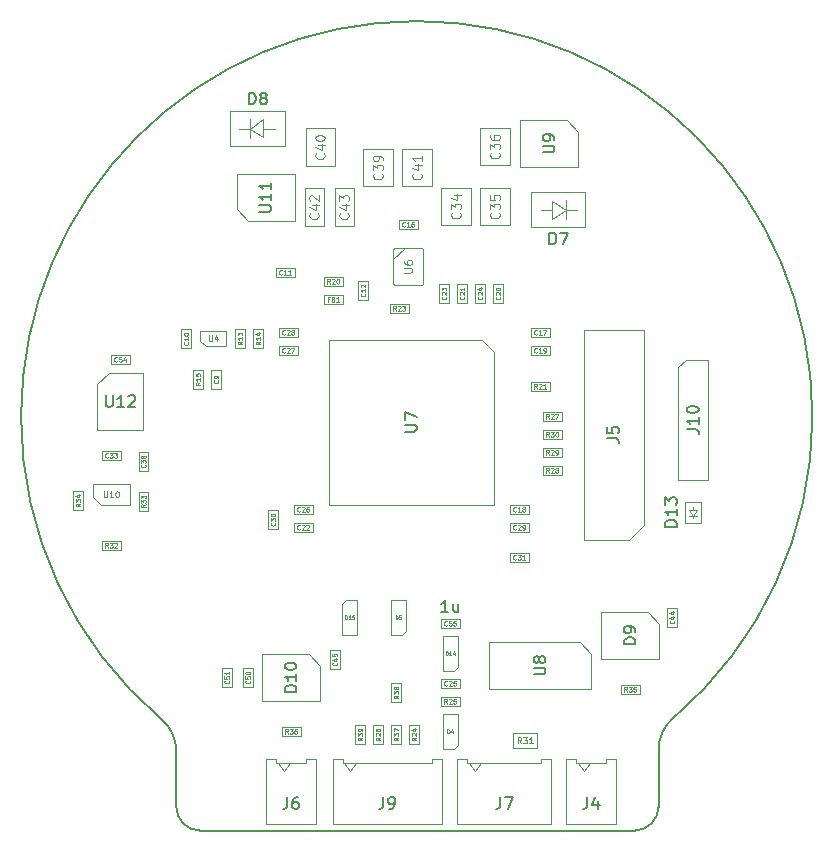
<source format=gbr>
%TF.GenerationSoftware,KiCad,Pcbnew,7.0.6*%
%TF.CreationDate,2024-03-18T21:13:24+03:00*%
%TF.ProjectId,_____ __________,1f3b3042-3020-4433-9f40-30323b353d38,rev?*%
%TF.SameCoordinates,Original*%
%TF.FileFunction,AssemblyDrawing,Top*%
%FSLAX46Y46*%
G04 Gerber Fmt 4.6, Leading zero omitted, Abs format (unit mm)*
G04 Created by KiCad (PCBNEW 7.0.6) date 2024-03-18 21:13:24*
%MOMM*%
%LPD*%
G01*
G04 APERTURE LIST*
%ADD10C,0.060000*%
%ADD11C,0.150000*%
%ADD12C,0.105000*%
%ADD13C,0.120000*%
%ADD14C,0.075000*%
%ADD15C,0.050000*%
%ADD16C,0.080000*%
%ADD17C,0.100000*%
%TA.AperFunction,Profile*%
%ADD18C,0.200000*%
%TD*%
G04 APERTURE END LIST*
D10*
X165858857Y-95939927D02*
X165725524Y-95749451D01*
X165630286Y-95939927D02*
X165630286Y-95539927D01*
X165630286Y-95539927D02*
X165782667Y-95539927D01*
X165782667Y-95539927D02*
X165820762Y-95558975D01*
X165820762Y-95558975D02*
X165839809Y-95578022D01*
X165839809Y-95578022D02*
X165858857Y-95616118D01*
X165858857Y-95616118D02*
X165858857Y-95673260D01*
X165858857Y-95673260D02*
X165839809Y-95711356D01*
X165839809Y-95711356D02*
X165820762Y-95730403D01*
X165820762Y-95730403D02*
X165782667Y-95749451D01*
X165782667Y-95749451D02*
X165630286Y-95749451D01*
X166011238Y-95578022D02*
X166030286Y-95558975D01*
X166030286Y-95558975D02*
X166068381Y-95539927D01*
X166068381Y-95539927D02*
X166163619Y-95539927D01*
X166163619Y-95539927D02*
X166201714Y-95558975D01*
X166201714Y-95558975D02*
X166220762Y-95578022D01*
X166220762Y-95578022D02*
X166239809Y-95616118D01*
X166239809Y-95616118D02*
X166239809Y-95654213D01*
X166239809Y-95654213D02*
X166220762Y-95711356D01*
X166220762Y-95711356D02*
X165992190Y-95939927D01*
X165992190Y-95939927D02*
X166239809Y-95939927D01*
X166373142Y-95539927D02*
X166639809Y-95539927D01*
X166639809Y-95539927D02*
X166468380Y-95939927D01*
D11*
X164565566Y-117586666D02*
X165358900Y-117586666D01*
X165358900Y-117586666D02*
X165452233Y-117540000D01*
X165452233Y-117540000D02*
X165498900Y-117493333D01*
X165498900Y-117493333D02*
X165545566Y-117400000D01*
X165545566Y-117400000D02*
X165545566Y-117213333D01*
X165545566Y-117213333D02*
X165498900Y-117120000D01*
X165498900Y-117120000D02*
X165452233Y-117073333D01*
X165452233Y-117073333D02*
X165358900Y-117026666D01*
X165358900Y-117026666D02*
X164565566Y-117026666D01*
X164985566Y-116419999D02*
X164938900Y-116513333D01*
X164938900Y-116513333D02*
X164892233Y-116559999D01*
X164892233Y-116559999D02*
X164798900Y-116606666D01*
X164798900Y-116606666D02*
X164752233Y-116606666D01*
X164752233Y-116606666D02*
X164658900Y-116559999D01*
X164658900Y-116559999D02*
X164612233Y-116513333D01*
X164612233Y-116513333D02*
X164565566Y-116419999D01*
X164565566Y-116419999D02*
X164565566Y-116233333D01*
X164565566Y-116233333D02*
X164612233Y-116139999D01*
X164612233Y-116139999D02*
X164658900Y-116093333D01*
X164658900Y-116093333D02*
X164752233Y-116046666D01*
X164752233Y-116046666D02*
X164798900Y-116046666D01*
X164798900Y-116046666D02*
X164892233Y-116093333D01*
X164892233Y-116093333D02*
X164938900Y-116139999D01*
X164938900Y-116139999D02*
X164985566Y-116233333D01*
X164985566Y-116233333D02*
X164985566Y-116419999D01*
X164985566Y-116419999D02*
X165032233Y-116513333D01*
X165032233Y-116513333D02*
X165078900Y-116559999D01*
X165078900Y-116559999D02*
X165172233Y-116606666D01*
X165172233Y-116606666D02*
X165358900Y-116606666D01*
X165358900Y-116606666D02*
X165452233Y-116559999D01*
X165452233Y-116559999D02*
X165498900Y-116513333D01*
X165498900Y-116513333D02*
X165545566Y-116419999D01*
X165545566Y-116419999D02*
X165545566Y-116233333D01*
X165545566Y-116233333D02*
X165498900Y-116139999D01*
X165498900Y-116139999D02*
X165452233Y-116093333D01*
X165452233Y-116093333D02*
X165358900Y-116046666D01*
X165358900Y-116046666D02*
X165172233Y-116046666D01*
X165172233Y-116046666D02*
X165078900Y-116093333D01*
X165078900Y-116093333D02*
X165032233Y-116139999D01*
X165032233Y-116139999D02*
X164985566Y-116233333D01*
X177508819Y-96821523D02*
X178223104Y-96821523D01*
X178223104Y-96821523D02*
X178365961Y-96869142D01*
X178365961Y-96869142D02*
X178461200Y-96964380D01*
X178461200Y-96964380D02*
X178508819Y-97107237D01*
X178508819Y-97107237D02*
X178508819Y-97202475D01*
X178508819Y-95821523D02*
X178508819Y-96392951D01*
X178508819Y-96107237D02*
X177508819Y-96107237D01*
X177508819Y-96107237D02*
X177651676Y-96202475D01*
X177651676Y-96202475D02*
X177746914Y-96297713D01*
X177746914Y-96297713D02*
X177794533Y-96392951D01*
X177508819Y-95202475D02*
X177508819Y-95107237D01*
X177508819Y-95107237D02*
X177556438Y-95011999D01*
X177556438Y-95011999D02*
X177604057Y-94964380D01*
X177604057Y-94964380D02*
X177699295Y-94916761D01*
X177699295Y-94916761D02*
X177889771Y-94869142D01*
X177889771Y-94869142D02*
X178127866Y-94869142D01*
X178127866Y-94869142D02*
X178318342Y-94916761D01*
X178318342Y-94916761D02*
X178413580Y-94964380D01*
X178413580Y-94964380D02*
X178461200Y-95011999D01*
X178461200Y-95011999D02*
X178508819Y-95107237D01*
X178508819Y-95107237D02*
X178508819Y-95202475D01*
X178508819Y-95202475D02*
X178461200Y-95297713D01*
X178461200Y-95297713D02*
X178413580Y-95345332D01*
X178413580Y-95345332D02*
X178318342Y-95392951D01*
X178318342Y-95392951D02*
X178127866Y-95440570D01*
X178127866Y-95440570D02*
X177889771Y-95440570D01*
X177889771Y-95440570D02*
X177699295Y-95392951D01*
X177699295Y-95392951D02*
X177604057Y-95345332D01*
X177604057Y-95345332D02*
X177556438Y-95297713D01*
X177556438Y-95297713D02*
X177508819Y-95202475D01*
X169084666Y-127978819D02*
X169084666Y-128693104D01*
X169084666Y-128693104D02*
X169037047Y-128835961D01*
X169037047Y-128835961D02*
X168941809Y-128931200D01*
X168941809Y-128931200D02*
X168798952Y-128978819D01*
X168798952Y-128978819D02*
X168703714Y-128978819D01*
X169989428Y-128312152D02*
X169989428Y-128978819D01*
X169751333Y-127931200D02*
X169513238Y-128645485D01*
X169513238Y-128645485D02*
X170132285Y-128645485D01*
D10*
X142637832Y-104751642D02*
X142656880Y-104770690D01*
X142656880Y-104770690D02*
X142675927Y-104827832D01*
X142675927Y-104827832D02*
X142675927Y-104865928D01*
X142675927Y-104865928D02*
X142656880Y-104923071D01*
X142656880Y-104923071D02*
X142618784Y-104961166D01*
X142618784Y-104961166D02*
X142580689Y-104980213D01*
X142580689Y-104980213D02*
X142504499Y-104999261D01*
X142504499Y-104999261D02*
X142447356Y-104999261D01*
X142447356Y-104999261D02*
X142371165Y-104980213D01*
X142371165Y-104980213D02*
X142333070Y-104961166D01*
X142333070Y-104961166D02*
X142294975Y-104923071D01*
X142294975Y-104923071D02*
X142275927Y-104865928D01*
X142275927Y-104865928D02*
X142275927Y-104827832D01*
X142275927Y-104827832D02*
X142294975Y-104770690D01*
X142294975Y-104770690D02*
X142314022Y-104751642D01*
X142275927Y-104618309D02*
X142275927Y-104370690D01*
X142275927Y-104370690D02*
X142428308Y-104504023D01*
X142428308Y-104504023D02*
X142428308Y-104446880D01*
X142428308Y-104446880D02*
X142447356Y-104408785D01*
X142447356Y-104408785D02*
X142466403Y-104389737D01*
X142466403Y-104389737D02*
X142504499Y-104370690D01*
X142504499Y-104370690D02*
X142599737Y-104370690D01*
X142599737Y-104370690D02*
X142637832Y-104389737D01*
X142637832Y-104389737D02*
X142656880Y-104408785D01*
X142656880Y-104408785D02*
X142675927Y-104446880D01*
X142675927Y-104446880D02*
X142675927Y-104561166D01*
X142675927Y-104561166D02*
X142656880Y-104599261D01*
X142656880Y-104599261D02*
X142637832Y-104618309D01*
X142275927Y-104123071D02*
X142275927Y-104084976D01*
X142275927Y-104084976D02*
X142294975Y-104046880D01*
X142294975Y-104046880D02*
X142314022Y-104027833D01*
X142314022Y-104027833D02*
X142352118Y-104008785D01*
X142352118Y-104008785D02*
X142428308Y-103989738D01*
X142428308Y-103989738D02*
X142523546Y-103989738D01*
X142523546Y-103989738D02*
X142599737Y-104008785D01*
X142599737Y-104008785D02*
X142637832Y-104027833D01*
X142637832Y-104027833D02*
X142656880Y-104046880D01*
X142656880Y-104046880D02*
X142675927Y-104084976D01*
X142675927Y-104084976D02*
X142675927Y-104123071D01*
X142675927Y-104123071D02*
X142656880Y-104161166D01*
X142656880Y-104161166D02*
X142637832Y-104180214D01*
X142637832Y-104180214D02*
X142599737Y-104199261D01*
X142599737Y-104199261D02*
X142523546Y-104218309D01*
X142523546Y-104218309D02*
X142428308Y-104218309D01*
X142428308Y-104218309D02*
X142352118Y-104199261D01*
X142352118Y-104199261D02*
X142314022Y-104180214D01*
X142314022Y-104180214D02*
X142294975Y-104161166D01*
X142294975Y-104161166D02*
X142275927Y-104123071D01*
D12*
X153542373Y-83591333D02*
X154109040Y-83591333D01*
X154109040Y-83591333D02*
X154175706Y-83558000D01*
X154175706Y-83558000D02*
X154209040Y-83524666D01*
X154209040Y-83524666D02*
X154242373Y-83458000D01*
X154242373Y-83458000D02*
X154242373Y-83324666D01*
X154242373Y-83324666D02*
X154209040Y-83258000D01*
X154209040Y-83258000D02*
X154175706Y-83224666D01*
X154175706Y-83224666D02*
X154109040Y-83191333D01*
X154109040Y-83191333D02*
X153542373Y-83191333D01*
X153542373Y-82558000D02*
X153542373Y-82691333D01*
X153542373Y-82691333D02*
X153575706Y-82758000D01*
X153575706Y-82758000D02*
X153609040Y-82791333D01*
X153609040Y-82791333D02*
X153709040Y-82858000D01*
X153709040Y-82858000D02*
X153842373Y-82891333D01*
X153842373Y-82891333D02*
X154109040Y-82891333D01*
X154109040Y-82891333D02*
X154175706Y-82858000D01*
X154175706Y-82858000D02*
X154209040Y-82824667D01*
X154209040Y-82824667D02*
X154242373Y-82758000D01*
X154242373Y-82758000D02*
X154242373Y-82624667D01*
X154242373Y-82624667D02*
X154209040Y-82558000D01*
X154209040Y-82558000D02*
X154175706Y-82524667D01*
X154175706Y-82524667D02*
X154109040Y-82491333D01*
X154109040Y-82491333D02*
X153942373Y-82491333D01*
X153942373Y-82491333D02*
X153875706Y-82524667D01*
X153875706Y-82524667D02*
X153842373Y-82558000D01*
X153842373Y-82558000D02*
X153809040Y-82624667D01*
X153809040Y-82624667D02*
X153809040Y-82758000D01*
X153809040Y-82758000D02*
X153842373Y-82824667D01*
X153842373Y-82824667D02*
X153875706Y-82858000D01*
X153875706Y-82858000D02*
X153942373Y-82891333D01*
D10*
X165858857Y-98987927D02*
X165725524Y-98797451D01*
X165630286Y-98987927D02*
X165630286Y-98587927D01*
X165630286Y-98587927D02*
X165782667Y-98587927D01*
X165782667Y-98587927D02*
X165820762Y-98606975D01*
X165820762Y-98606975D02*
X165839809Y-98626022D01*
X165839809Y-98626022D02*
X165858857Y-98664118D01*
X165858857Y-98664118D02*
X165858857Y-98721260D01*
X165858857Y-98721260D02*
X165839809Y-98759356D01*
X165839809Y-98759356D02*
X165820762Y-98778403D01*
X165820762Y-98778403D02*
X165782667Y-98797451D01*
X165782667Y-98797451D02*
X165630286Y-98797451D01*
X166011238Y-98626022D02*
X166030286Y-98606975D01*
X166030286Y-98606975D02*
X166068381Y-98587927D01*
X166068381Y-98587927D02*
X166163619Y-98587927D01*
X166163619Y-98587927D02*
X166201714Y-98606975D01*
X166201714Y-98606975D02*
X166220762Y-98626022D01*
X166220762Y-98626022D02*
X166239809Y-98664118D01*
X166239809Y-98664118D02*
X166239809Y-98702213D01*
X166239809Y-98702213D02*
X166220762Y-98759356D01*
X166220762Y-98759356D02*
X165992190Y-98987927D01*
X165992190Y-98987927D02*
X166239809Y-98987927D01*
X166430285Y-98987927D02*
X166506476Y-98987927D01*
X166506476Y-98987927D02*
X166544571Y-98968880D01*
X166544571Y-98968880D02*
X166563619Y-98949832D01*
X166563619Y-98949832D02*
X166601714Y-98892689D01*
X166601714Y-98892689D02*
X166620761Y-98816499D01*
X166620761Y-98816499D02*
X166620761Y-98664118D01*
X166620761Y-98664118D02*
X166601714Y-98626022D01*
X166601714Y-98626022D02*
X166582666Y-98606975D01*
X166582666Y-98606975D02*
X166544571Y-98587927D01*
X166544571Y-98587927D02*
X166468380Y-98587927D01*
X166468380Y-98587927D02*
X166430285Y-98606975D01*
X166430285Y-98606975D02*
X166411238Y-98626022D01*
X166411238Y-98626022D02*
X166392190Y-98664118D01*
X166392190Y-98664118D02*
X166392190Y-98759356D01*
X166392190Y-98759356D02*
X166411238Y-98797451D01*
X166411238Y-98797451D02*
X166430285Y-98816499D01*
X166430285Y-98816499D02*
X166468380Y-98835546D01*
X166468380Y-98835546D02*
X166544571Y-98835546D01*
X166544571Y-98835546D02*
X166582666Y-98816499D01*
X166582666Y-98816499D02*
X166601714Y-98797451D01*
X166601714Y-98797451D02*
X166620761Y-98759356D01*
D11*
X176658819Y-105080285D02*
X175658819Y-105080285D01*
X175658819Y-105080285D02*
X175658819Y-104842190D01*
X175658819Y-104842190D02*
X175706438Y-104699333D01*
X175706438Y-104699333D02*
X175801676Y-104604095D01*
X175801676Y-104604095D02*
X175896914Y-104556476D01*
X175896914Y-104556476D02*
X176087390Y-104508857D01*
X176087390Y-104508857D02*
X176230247Y-104508857D01*
X176230247Y-104508857D02*
X176420723Y-104556476D01*
X176420723Y-104556476D02*
X176515961Y-104604095D01*
X176515961Y-104604095D02*
X176611200Y-104699333D01*
X176611200Y-104699333D02*
X176658819Y-104842190D01*
X176658819Y-104842190D02*
X176658819Y-105080285D01*
X176658819Y-103556476D02*
X176658819Y-104127904D01*
X176658819Y-103842190D02*
X175658819Y-103842190D01*
X175658819Y-103842190D02*
X175801676Y-103937428D01*
X175801676Y-103937428D02*
X175896914Y-104032666D01*
X175896914Y-104032666D02*
X175944533Y-104127904D01*
X175658819Y-103223142D02*
X175658819Y-102604095D01*
X175658819Y-102604095D02*
X176039771Y-102937428D01*
X176039771Y-102937428D02*
X176039771Y-102794571D01*
X176039771Y-102794571D02*
X176087390Y-102699333D01*
X176087390Y-102699333D02*
X176135009Y-102651714D01*
X176135009Y-102651714D02*
X176230247Y-102604095D01*
X176230247Y-102604095D02*
X176468342Y-102604095D01*
X176468342Y-102604095D02*
X176563580Y-102651714D01*
X176563580Y-102651714D02*
X176611200Y-102699333D01*
X176611200Y-102699333D02*
X176658819Y-102794571D01*
X176658819Y-102794571D02*
X176658819Y-103080285D01*
X176658819Y-103080285D02*
X176611200Y-103175523D01*
X176611200Y-103175523D02*
X176563580Y-103223142D01*
D10*
X128520857Y-106861927D02*
X128387524Y-106671451D01*
X128292286Y-106861927D02*
X128292286Y-106461927D01*
X128292286Y-106461927D02*
X128444667Y-106461927D01*
X128444667Y-106461927D02*
X128482762Y-106480975D01*
X128482762Y-106480975D02*
X128501809Y-106500022D01*
X128501809Y-106500022D02*
X128520857Y-106538118D01*
X128520857Y-106538118D02*
X128520857Y-106595260D01*
X128520857Y-106595260D02*
X128501809Y-106633356D01*
X128501809Y-106633356D02*
X128482762Y-106652403D01*
X128482762Y-106652403D02*
X128444667Y-106671451D01*
X128444667Y-106671451D02*
X128292286Y-106671451D01*
X128654190Y-106461927D02*
X128901809Y-106461927D01*
X128901809Y-106461927D02*
X128768476Y-106614308D01*
X128768476Y-106614308D02*
X128825619Y-106614308D01*
X128825619Y-106614308D02*
X128863714Y-106633356D01*
X128863714Y-106633356D02*
X128882762Y-106652403D01*
X128882762Y-106652403D02*
X128901809Y-106690499D01*
X128901809Y-106690499D02*
X128901809Y-106785737D01*
X128901809Y-106785737D02*
X128882762Y-106823832D01*
X128882762Y-106823832D02*
X128863714Y-106842880D01*
X128863714Y-106842880D02*
X128825619Y-106861927D01*
X128825619Y-106861927D02*
X128711333Y-106861927D01*
X128711333Y-106861927D02*
X128673238Y-106842880D01*
X128673238Y-106842880D02*
X128654190Y-106823832D01*
X129054190Y-106500022D02*
X129073238Y-106480975D01*
X129073238Y-106480975D02*
X129111333Y-106461927D01*
X129111333Y-106461927D02*
X129206571Y-106461927D01*
X129206571Y-106461927D02*
X129244666Y-106480975D01*
X129244666Y-106480975D02*
X129263714Y-106500022D01*
X129263714Y-106500022D02*
X129282761Y-106538118D01*
X129282761Y-106538118D02*
X129282761Y-106576213D01*
X129282761Y-106576213D02*
X129263714Y-106633356D01*
X129263714Y-106633356D02*
X129035142Y-106861927D01*
X129035142Y-106861927D02*
X129282761Y-106861927D01*
X158639832Y-85601142D02*
X158658880Y-85620190D01*
X158658880Y-85620190D02*
X158677927Y-85677332D01*
X158677927Y-85677332D02*
X158677927Y-85715428D01*
X158677927Y-85715428D02*
X158658880Y-85772571D01*
X158658880Y-85772571D02*
X158620784Y-85810666D01*
X158620784Y-85810666D02*
X158582689Y-85829713D01*
X158582689Y-85829713D02*
X158506499Y-85848761D01*
X158506499Y-85848761D02*
X158449356Y-85848761D01*
X158449356Y-85848761D02*
X158373165Y-85829713D01*
X158373165Y-85829713D02*
X158335070Y-85810666D01*
X158335070Y-85810666D02*
X158296975Y-85772571D01*
X158296975Y-85772571D02*
X158277927Y-85715428D01*
X158277927Y-85715428D02*
X158277927Y-85677332D01*
X158277927Y-85677332D02*
X158296975Y-85620190D01*
X158296975Y-85620190D02*
X158316022Y-85601142D01*
X158316022Y-85448761D02*
X158296975Y-85429713D01*
X158296975Y-85429713D02*
X158277927Y-85391618D01*
X158277927Y-85391618D02*
X158277927Y-85296380D01*
X158277927Y-85296380D02*
X158296975Y-85258285D01*
X158296975Y-85258285D02*
X158316022Y-85239237D01*
X158316022Y-85239237D02*
X158354118Y-85220190D01*
X158354118Y-85220190D02*
X158392213Y-85220190D01*
X158392213Y-85220190D02*
X158449356Y-85239237D01*
X158449356Y-85239237D02*
X158677927Y-85467809D01*
X158677927Y-85467809D02*
X158677927Y-85220190D01*
X158677927Y-84839238D02*
X158677927Y-85067809D01*
X158677927Y-84953523D02*
X158277927Y-84953523D01*
X158277927Y-84953523D02*
X158335070Y-84991619D01*
X158335070Y-84991619D02*
X158373165Y-85029714D01*
X158373165Y-85029714D02*
X158392213Y-85067809D01*
X147240667Y-85824403D02*
X147107334Y-85824403D01*
X147107334Y-86033927D02*
X147107334Y-85633927D01*
X147107334Y-85633927D02*
X147297810Y-85633927D01*
X147583524Y-85824403D02*
X147640667Y-85843451D01*
X147640667Y-85843451D02*
X147659714Y-85862499D01*
X147659714Y-85862499D02*
X147678762Y-85900594D01*
X147678762Y-85900594D02*
X147678762Y-85957737D01*
X147678762Y-85957737D02*
X147659714Y-85995832D01*
X147659714Y-85995832D02*
X147640667Y-86014880D01*
X147640667Y-86014880D02*
X147602572Y-86033927D01*
X147602572Y-86033927D02*
X147450191Y-86033927D01*
X147450191Y-86033927D02*
X147450191Y-85633927D01*
X147450191Y-85633927D02*
X147583524Y-85633927D01*
X147583524Y-85633927D02*
X147621619Y-85652975D01*
X147621619Y-85652975D02*
X147640667Y-85672022D01*
X147640667Y-85672022D02*
X147659714Y-85710118D01*
X147659714Y-85710118D02*
X147659714Y-85748213D01*
X147659714Y-85748213D02*
X147640667Y-85786308D01*
X147640667Y-85786308D02*
X147621619Y-85805356D01*
X147621619Y-85805356D02*
X147583524Y-85824403D01*
X147583524Y-85824403D02*
X147450191Y-85824403D01*
X148059714Y-86033927D02*
X147831143Y-86033927D01*
X147945429Y-86033927D02*
X147945429Y-85633927D01*
X147945429Y-85633927D02*
X147907333Y-85691070D01*
X147907333Y-85691070D02*
X147869238Y-85729165D01*
X147869238Y-85729165D02*
X147831143Y-85748213D01*
X153666857Y-79645832D02*
X153647809Y-79664880D01*
X153647809Y-79664880D02*
X153590667Y-79683927D01*
X153590667Y-79683927D02*
X153552571Y-79683927D01*
X153552571Y-79683927D02*
X153495428Y-79664880D01*
X153495428Y-79664880D02*
X153457333Y-79626784D01*
X153457333Y-79626784D02*
X153438286Y-79588689D01*
X153438286Y-79588689D02*
X153419238Y-79512499D01*
X153419238Y-79512499D02*
X153419238Y-79455356D01*
X153419238Y-79455356D02*
X153438286Y-79379165D01*
X153438286Y-79379165D02*
X153457333Y-79341070D01*
X153457333Y-79341070D02*
X153495428Y-79302975D01*
X153495428Y-79302975D02*
X153552571Y-79283927D01*
X153552571Y-79283927D02*
X153590667Y-79283927D01*
X153590667Y-79283927D02*
X153647809Y-79302975D01*
X153647809Y-79302975D02*
X153666857Y-79322022D01*
X154047809Y-79683927D02*
X153819238Y-79683927D01*
X153933524Y-79683927D02*
X153933524Y-79283927D01*
X153933524Y-79283927D02*
X153895428Y-79341070D01*
X153895428Y-79341070D02*
X153857333Y-79379165D01*
X153857333Y-79379165D02*
X153819238Y-79398213D01*
X154390666Y-79283927D02*
X154314476Y-79283927D01*
X154314476Y-79283927D02*
X154276380Y-79302975D01*
X154276380Y-79302975D02*
X154257333Y-79322022D01*
X154257333Y-79322022D02*
X154219238Y-79379165D01*
X154219238Y-79379165D02*
X154200190Y-79455356D01*
X154200190Y-79455356D02*
X154200190Y-79607737D01*
X154200190Y-79607737D02*
X154219238Y-79645832D01*
X154219238Y-79645832D02*
X154238285Y-79664880D01*
X154238285Y-79664880D02*
X154276380Y-79683927D01*
X154276380Y-79683927D02*
X154352571Y-79683927D01*
X154352571Y-79683927D02*
X154390666Y-79664880D01*
X154390666Y-79664880D02*
X154409714Y-79645832D01*
X154409714Y-79645832D02*
X154428761Y-79607737D01*
X154428761Y-79607737D02*
X154428761Y-79512499D01*
X154428761Y-79512499D02*
X154409714Y-79474403D01*
X154409714Y-79474403D02*
X154390666Y-79455356D01*
X154390666Y-79455356D02*
X154352571Y-79436308D01*
X154352571Y-79436308D02*
X154276380Y-79436308D01*
X154276380Y-79436308D02*
X154238285Y-79455356D01*
X154238285Y-79455356D02*
X154219238Y-79474403D01*
X154219238Y-79474403D02*
X154200190Y-79512499D01*
X143760857Y-122609927D02*
X143627524Y-122419451D01*
X143532286Y-122609927D02*
X143532286Y-122209927D01*
X143532286Y-122209927D02*
X143684667Y-122209927D01*
X143684667Y-122209927D02*
X143722762Y-122228975D01*
X143722762Y-122228975D02*
X143741809Y-122248022D01*
X143741809Y-122248022D02*
X143760857Y-122286118D01*
X143760857Y-122286118D02*
X143760857Y-122343260D01*
X143760857Y-122343260D02*
X143741809Y-122381356D01*
X143741809Y-122381356D02*
X143722762Y-122400403D01*
X143722762Y-122400403D02*
X143684667Y-122419451D01*
X143684667Y-122419451D02*
X143532286Y-122419451D01*
X143894190Y-122209927D02*
X144141809Y-122209927D01*
X144141809Y-122209927D02*
X144008476Y-122362308D01*
X144008476Y-122362308D02*
X144065619Y-122362308D01*
X144065619Y-122362308D02*
X144103714Y-122381356D01*
X144103714Y-122381356D02*
X144122762Y-122400403D01*
X144122762Y-122400403D02*
X144141809Y-122438499D01*
X144141809Y-122438499D02*
X144141809Y-122533737D01*
X144141809Y-122533737D02*
X144122762Y-122571832D01*
X144122762Y-122571832D02*
X144103714Y-122590880D01*
X144103714Y-122590880D02*
X144065619Y-122609927D01*
X144065619Y-122609927D02*
X143951333Y-122609927D01*
X143951333Y-122609927D02*
X143913238Y-122590880D01*
X143913238Y-122590880D02*
X143894190Y-122571832D01*
X144484666Y-122209927D02*
X144408476Y-122209927D01*
X144408476Y-122209927D02*
X144370380Y-122228975D01*
X144370380Y-122228975D02*
X144351333Y-122248022D01*
X144351333Y-122248022D02*
X144313238Y-122305165D01*
X144313238Y-122305165D02*
X144294190Y-122381356D01*
X144294190Y-122381356D02*
X144294190Y-122533737D01*
X144294190Y-122533737D02*
X144313238Y-122571832D01*
X144313238Y-122571832D02*
X144332285Y-122590880D01*
X144332285Y-122590880D02*
X144370380Y-122609927D01*
X144370380Y-122609927D02*
X144446571Y-122609927D01*
X144446571Y-122609927D02*
X144484666Y-122590880D01*
X144484666Y-122590880D02*
X144503714Y-122571832D01*
X144503714Y-122571832D02*
X144522761Y-122533737D01*
X144522761Y-122533737D02*
X144522761Y-122438499D01*
X144522761Y-122438499D02*
X144503714Y-122400403D01*
X144503714Y-122400403D02*
X144484666Y-122381356D01*
X144484666Y-122381356D02*
X144446571Y-122362308D01*
X144446571Y-122362308D02*
X144370380Y-122362308D01*
X144370380Y-122362308D02*
X144332285Y-122381356D01*
X144332285Y-122381356D02*
X144313238Y-122400403D01*
X144313238Y-122400403D02*
X144294190Y-122438499D01*
X150257832Y-85347142D02*
X150276880Y-85366190D01*
X150276880Y-85366190D02*
X150295927Y-85423332D01*
X150295927Y-85423332D02*
X150295927Y-85461428D01*
X150295927Y-85461428D02*
X150276880Y-85518571D01*
X150276880Y-85518571D02*
X150238784Y-85556666D01*
X150238784Y-85556666D02*
X150200689Y-85575713D01*
X150200689Y-85575713D02*
X150124499Y-85594761D01*
X150124499Y-85594761D02*
X150067356Y-85594761D01*
X150067356Y-85594761D02*
X149991165Y-85575713D01*
X149991165Y-85575713D02*
X149953070Y-85556666D01*
X149953070Y-85556666D02*
X149914975Y-85518571D01*
X149914975Y-85518571D02*
X149895927Y-85461428D01*
X149895927Y-85461428D02*
X149895927Y-85423332D01*
X149895927Y-85423332D02*
X149914975Y-85366190D01*
X149914975Y-85366190D02*
X149934022Y-85347142D01*
X150295927Y-84966190D02*
X150295927Y-85194761D01*
X150295927Y-85080475D02*
X149895927Y-85080475D01*
X149895927Y-85080475D02*
X149953070Y-85118571D01*
X149953070Y-85118571D02*
X149991165Y-85156666D01*
X149991165Y-85156666D02*
X150010213Y-85194761D01*
X149934022Y-84813809D02*
X149914975Y-84794761D01*
X149914975Y-84794761D02*
X149895927Y-84756666D01*
X149895927Y-84756666D02*
X149895927Y-84661428D01*
X149895927Y-84661428D02*
X149914975Y-84623333D01*
X149914975Y-84623333D02*
X149934022Y-84604285D01*
X149934022Y-84604285D02*
X149972118Y-84585238D01*
X149972118Y-84585238D02*
X150010213Y-84585238D01*
X150010213Y-84585238D02*
X150067356Y-84604285D01*
X150067356Y-84604285D02*
X150295927Y-84832857D01*
X150295927Y-84832857D02*
X150295927Y-84585238D01*
D13*
X161577664Y-73412285D02*
X161615760Y-73450381D01*
X161615760Y-73450381D02*
X161653855Y-73564666D01*
X161653855Y-73564666D02*
X161653855Y-73640857D01*
X161653855Y-73640857D02*
X161615760Y-73755143D01*
X161615760Y-73755143D02*
X161539569Y-73831333D01*
X161539569Y-73831333D02*
X161463379Y-73869428D01*
X161463379Y-73869428D02*
X161310998Y-73907524D01*
X161310998Y-73907524D02*
X161196712Y-73907524D01*
X161196712Y-73907524D02*
X161044331Y-73869428D01*
X161044331Y-73869428D02*
X160968140Y-73831333D01*
X160968140Y-73831333D02*
X160891950Y-73755143D01*
X160891950Y-73755143D02*
X160853855Y-73640857D01*
X160853855Y-73640857D02*
X160853855Y-73564666D01*
X160853855Y-73564666D02*
X160891950Y-73450381D01*
X160891950Y-73450381D02*
X160930045Y-73412285D01*
X160853855Y-73145619D02*
X160853855Y-72650381D01*
X160853855Y-72650381D02*
X161158617Y-72917047D01*
X161158617Y-72917047D02*
X161158617Y-72802762D01*
X161158617Y-72802762D02*
X161196712Y-72726571D01*
X161196712Y-72726571D02*
X161234807Y-72688476D01*
X161234807Y-72688476D02*
X161310998Y-72650381D01*
X161310998Y-72650381D02*
X161501474Y-72650381D01*
X161501474Y-72650381D02*
X161577664Y-72688476D01*
X161577664Y-72688476D02*
X161615760Y-72726571D01*
X161615760Y-72726571D02*
X161653855Y-72802762D01*
X161653855Y-72802762D02*
X161653855Y-73031333D01*
X161653855Y-73031333D02*
X161615760Y-73107524D01*
X161615760Y-73107524D02*
X161577664Y-73145619D01*
X160853855Y-71964666D02*
X160853855Y-72117047D01*
X160853855Y-72117047D02*
X160891950Y-72193238D01*
X160891950Y-72193238D02*
X160930045Y-72231333D01*
X160930045Y-72231333D02*
X161044331Y-72307523D01*
X161044331Y-72307523D02*
X161196712Y-72345619D01*
X161196712Y-72345619D02*
X161501474Y-72345619D01*
X161501474Y-72345619D02*
X161577664Y-72307523D01*
X161577664Y-72307523D02*
X161615760Y-72269428D01*
X161615760Y-72269428D02*
X161653855Y-72193238D01*
X161653855Y-72193238D02*
X161653855Y-72040857D01*
X161653855Y-72040857D02*
X161615760Y-71964666D01*
X161615760Y-71964666D02*
X161577664Y-71926571D01*
X161577664Y-71926571D02*
X161501474Y-71888476D01*
X161501474Y-71888476D02*
X161310998Y-71888476D01*
X161310998Y-71888476D02*
X161234807Y-71926571D01*
X161234807Y-71926571D02*
X161196712Y-71964666D01*
X161196712Y-71964666D02*
X161158617Y-72040857D01*
X161158617Y-72040857D02*
X161158617Y-72193238D01*
X161158617Y-72193238D02*
X161196712Y-72269428D01*
X161196712Y-72269428D02*
X161234807Y-72307523D01*
X161234807Y-72307523D02*
X161310998Y-72345619D01*
D10*
X163064857Y-105299832D02*
X163045809Y-105318880D01*
X163045809Y-105318880D02*
X162988667Y-105337927D01*
X162988667Y-105337927D02*
X162950571Y-105337927D01*
X162950571Y-105337927D02*
X162893428Y-105318880D01*
X162893428Y-105318880D02*
X162855333Y-105280784D01*
X162855333Y-105280784D02*
X162836286Y-105242689D01*
X162836286Y-105242689D02*
X162817238Y-105166499D01*
X162817238Y-105166499D02*
X162817238Y-105109356D01*
X162817238Y-105109356D02*
X162836286Y-105033165D01*
X162836286Y-105033165D02*
X162855333Y-104995070D01*
X162855333Y-104995070D02*
X162893428Y-104956975D01*
X162893428Y-104956975D02*
X162950571Y-104937927D01*
X162950571Y-104937927D02*
X162988667Y-104937927D01*
X162988667Y-104937927D02*
X163045809Y-104956975D01*
X163045809Y-104956975D02*
X163064857Y-104976022D01*
X163217238Y-104976022D02*
X163236286Y-104956975D01*
X163236286Y-104956975D02*
X163274381Y-104937927D01*
X163274381Y-104937927D02*
X163369619Y-104937927D01*
X163369619Y-104937927D02*
X163407714Y-104956975D01*
X163407714Y-104956975D02*
X163426762Y-104976022D01*
X163426762Y-104976022D02*
X163445809Y-105014118D01*
X163445809Y-105014118D02*
X163445809Y-105052213D01*
X163445809Y-105052213D02*
X163426762Y-105109356D01*
X163426762Y-105109356D02*
X163198190Y-105337927D01*
X163198190Y-105337927D02*
X163445809Y-105337927D01*
X163636285Y-105337927D02*
X163712476Y-105337927D01*
X163712476Y-105337927D02*
X163750571Y-105318880D01*
X163750571Y-105318880D02*
X163769619Y-105299832D01*
X163769619Y-105299832D02*
X163807714Y-105242689D01*
X163807714Y-105242689D02*
X163826761Y-105166499D01*
X163826761Y-105166499D02*
X163826761Y-105014118D01*
X163826761Y-105014118D02*
X163807714Y-104976022D01*
X163807714Y-104976022D02*
X163788666Y-104956975D01*
X163788666Y-104956975D02*
X163750571Y-104937927D01*
X163750571Y-104937927D02*
X163674380Y-104937927D01*
X163674380Y-104937927D02*
X163636285Y-104956975D01*
X163636285Y-104956975D02*
X163617238Y-104976022D01*
X163617238Y-104976022D02*
X163598190Y-105014118D01*
X163598190Y-105014118D02*
X163598190Y-105109356D01*
X163598190Y-105109356D02*
X163617238Y-105147451D01*
X163617238Y-105147451D02*
X163636285Y-105166499D01*
X163636285Y-105166499D02*
X163674380Y-105185546D01*
X163674380Y-105185546D02*
X163750571Y-105185546D01*
X163750571Y-105185546D02*
X163788666Y-105166499D01*
X163788666Y-105166499D02*
X163807714Y-105147451D01*
X163807714Y-105147451D02*
X163826761Y-105109356D01*
X126165927Y-103127142D02*
X125975451Y-103260475D01*
X126165927Y-103355713D02*
X125765927Y-103355713D01*
X125765927Y-103355713D02*
X125765927Y-103203332D01*
X125765927Y-103203332D02*
X125784975Y-103165237D01*
X125784975Y-103165237D02*
X125804022Y-103146190D01*
X125804022Y-103146190D02*
X125842118Y-103127142D01*
X125842118Y-103127142D02*
X125899260Y-103127142D01*
X125899260Y-103127142D02*
X125937356Y-103146190D01*
X125937356Y-103146190D02*
X125956403Y-103165237D01*
X125956403Y-103165237D02*
X125975451Y-103203332D01*
X125975451Y-103203332D02*
X125975451Y-103355713D01*
X125765927Y-102993809D02*
X125765927Y-102746190D01*
X125765927Y-102746190D02*
X125918308Y-102879523D01*
X125918308Y-102879523D02*
X125918308Y-102822380D01*
X125918308Y-102822380D02*
X125937356Y-102784285D01*
X125937356Y-102784285D02*
X125956403Y-102765237D01*
X125956403Y-102765237D02*
X125994499Y-102746190D01*
X125994499Y-102746190D02*
X126089737Y-102746190D01*
X126089737Y-102746190D02*
X126127832Y-102765237D01*
X126127832Y-102765237D02*
X126146880Y-102784285D01*
X126146880Y-102784285D02*
X126165927Y-102822380D01*
X126165927Y-102822380D02*
X126165927Y-102936666D01*
X126165927Y-102936666D02*
X126146880Y-102974761D01*
X126146880Y-102974761D02*
X126127832Y-102993809D01*
X125899260Y-102403333D02*
X126165927Y-102403333D01*
X125746880Y-102498571D02*
X126032594Y-102593809D01*
X126032594Y-102593809D02*
X126032594Y-102346190D01*
D11*
X157313333Y-112308819D02*
X156741905Y-112308819D01*
X157027619Y-112308819D02*
X157027619Y-111308819D01*
X157027619Y-111308819D02*
X156932381Y-111451676D01*
X156932381Y-111451676D02*
X156837143Y-111546914D01*
X156837143Y-111546914D02*
X156741905Y-111594533D01*
X158170476Y-111642152D02*
X158170476Y-112308819D01*
X157741905Y-111642152D02*
X157741905Y-112165961D01*
X157741905Y-112165961D02*
X157789524Y-112261200D01*
X157789524Y-112261200D02*
X157884762Y-112308819D01*
X157884762Y-112308819D02*
X158027619Y-112308819D01*
X158027619Y-112308819D02*
X158122857Y-112261200D01*
X158122857Y-112261200D02*
X158170476Y-112213580D01*
D10*
X157222857Y-113427832D02*
X157203809Y-113446880D01*
X157203809Y-113446880D02*
X157146667Y-113465927D01*
X157146667Y-113465927D02*
X157108571Y-113465927D01*
X157108571Y-113465927D02*
X157051428Y-113446880D01*
X157051428Y-113446880D02*
X157013333Y-113408784D01*
X157013333Y-113408784D02*
X156994286Y-113370689D01*
X156994286Y-113370689D02*
X156975238Y-113294499D01*
X156975238Y-113294499D02*
X156975238Y-113237356D01*
X156975238Y-113237356D02*
X156994286Y-113161165D01*
X156994286Y-113161165D02*
X157013333Y-113123070D01*
X157013333Y-113123070D02*
X157051428Y-113084975D01*
X157051428Y-113084975D02*
X157108571Y-113065927D01*
X157108571Y-113065927D02*
X157146667Y-113065927D01*
X157146667Y-113065927D02*
X157203809Y-113084975D01*
X157203809Y-113084975D02*
X157222857Y-113104022D01*
X157584762Y-113065927D02*
X157394286Y-113065927D01*
X157394286Y-113065927D02*
X157375238Y-113256403D01*
X157375238Y-113256403D02*
X157394286Y-113237356D01*
X157394286Y-113237356D02*
X157432381Y-113218308D01*
X157432381Y-113218308D02*
X157527619Y-113218308D01*
X157527619Y-113218308D02*
X157565714Y-113237356D01*
X157565714Y-113237356D02*
X157584762Y-113256403D01*
X157584762Y-113256403D02*
X157603809Y-113294499D01*
X157603809Y-113294499D02*
X157603809Y-113389737D01*
X157603809Y-113389737D02*
X157584762Y-113427832D01*
X157584762Y-113427832D02*
X157565714Y-113446880D01*
X157565714Y-113446880D02*
X157527619Y-113465927D01*
X157527619Y-113465927D02*
X157432381Y-113465927D01*
X157432381Y-113465927D02*
X157394286Y-113446880D01*
X157394286Y-113446880D02*
X157375238Y-113427832D01*
X157965714Y-113065927D02*
X157775238Y-113065927D01*
X157775238Y-113065927D02*
X157756190Y-113256403D01*
X157756190Y-113256403D02*
X157775238Y-113237356D01*
X157775238Y-113237356D02*
X157813333Y-113218308D01*
X157813333Y-113218308D02*
X157908571Y-113218308D01*
X157908571Y-113218308D02*
X157946666Y-113237356D01*
X157946666Y-113237356D02*
X157965714Y-113256403D01*
X157965714Y-113256403D02*
X157984761Y-113294499D01*
X157984761Y-113294499D02*
X157984761Y-113389737D01*
X157984761Y-113389737D02*
X157965714Y-113427832D01*
X157965714Y-113427832D02*
X157946666Y-113446880D01*
X157946666Y-113446880D02*
X157908571Y-113465927D01*
X157908571Y-113465927D02*
X157813333Y-113465927D01*
X157813333Y-113465927D02*
X157775238Y-113446880D01*
X157775238Y-113446880D02*
X157756190Y-113427832D01*
D14*
X137033047Y-88881409D02*
X137033047Y-89286171D01*
X137033047Y-89286171D02*
X137056857Y-89333790D01*
X137056857Y-89333790D02*
X137080666Y-89357600D01*
X137080666Y-89357600D02*
X137128285Y-89381409D01*
X137128285Y-89381409D02*
X137223523Y-89381409D01*
X137223523Y-89381409D02*
X137271142Y-89357600D01*
X137271142Y-89357600D02*
X137294952Y-89333790D01*
X137294952Y-89333790D02*
X137318761Y-89286171D01*
X137318761Y-89286171D02*
X137318761Y-88881409D01*
X137771143Y-89048076D02*
X137771143Y-89381409D01*
X137652095Y-88857600D02*
X137533048Y-89214742D01*
X137533048Y-89214742D02*
X137842571Y-89214742D01*
D10*
X164842857Y-90313832D02*
X164823809Y-90332880D01*
X164823809Y-90332880D02*
X164766667Y-90351927D01*
X164766667Y-90351927D02*
X164728571Y-90351927D01*
X164728571Y-90351927D02*
X164671428Y-90332880D01*
X164671428Y-90332880D02*
X164633333Y-90294784D01*
X164633333Y-90294784D02*
X164614286Y-90256689D01*
X164614286Y-90256689D02*
X164595238Y-90180499D01*
X164595238Y-90180499D02*
X164595238Y-90123356D01*
X164595238Y-90123356D02*
X164614286Y-90047165D01*
X164614286Y-90047165D02*
X164633333Y-90009070D01*
X164633333Y-90009070D02*
X164671428Y-89970975D01*
X164671428Y-89970975D02*
X164728571Y-89951927D01*
X164728571Y-89951927D02*
X164766667Y-89951927D01*
X164766667Y-89951927D02*
X164823809Y-89970975D01*
X164823809Y-89970975D02*
X164842857Y-89990022D01*
X165223809Y-90351927D02*
X164995238Y-90351927D01*
X165109524Y-90351927D02*
X165109524Y-89951927D01*
X165109524Y-89951927D02*
X165071428Y-90009070D01*
X165071428Y-90009070D02*
X165033333Y-90047165D01*
X165033333Y-90047165D02*
X164995238Y-90066213D01*
X165414285Y-90351927D02*
X165490476Y-90351927D01*
X165490476Y-90351927D02*
X165528571Y-90332880D01*
X165528571Y-90332880D02*
X165547619Y-90313832D01*
X165547619Y-90313832D02*
X165585714Y-90256689D01*
X165585714Y-90256689D02*
X165604761Y-90180499D01*
X165604761Y-90180499D02*
X165604761Y-90028118D01*
X165604761Y-90028118D02*
X165585714Y-89990022D01*
X165585714Y-89990022D02*
X165566666Y-89970975D01*
X165566666Y-89970975D02*
X165528571Y-89951927D01*
X165528571Y-89951927D02*
X165452380Y-89951927D01*
X165452380Y-89951927D02*
X165414285Y-89970975D01*
X165414285Y-89970975D02*
X165395238Y-89990022D01*
X165395238Y-89990022D02*
X165376190Y-90028118D01*
X165376190Y-90028118D02*
X165376190Y-90123356D01*
X165376190Y-90123356D02*
X165395238Y-90161451D01*
X165395238Y-90161451D02*
X165414285Y-90180499D01*
X165414285Y-90180499D02*
X165452380Y-90199546D01*
X165452380Y-90199546D02*
X165528571Y-90199546D01*
X165528571Y-90199546D02*
X165566666Y-90180499D01*
X165566666Y-90180499D02*
X165585714Y-90161451D01*
X165585714Y-90161451D02*
X165604761Y-90123356D01*
X157222857Y-118507832D02*
X157203809Y-118526880D01*
X157203809Y-118526880D02*
X157146667Y-118545927D01*
X157146667Y-118545927D02*
X157108571Y-118545927D01*
X157108571Y-118545927D02*
X157051428Y-118526880D01*
X157051428Y-118526880D02*
X157013333Y-118488784D01*
X157013333Y-118488784D02*
X156994286Y-118450689D01*
X156994286Y-118450689D02*
X156975238Y-118374499D01*
X156975238Y-118374499D02*
X156975238Y-118317356D01*
X156975238Y-118317356D02*
X156994286Y-118241165D01*
X156994286Y-118241165D02*
X157013333Y-118203070D01*
X157013333Y-118203070D02*
X157051428Y-118164975D01*
X157051428Y-118164975D02*
X157108571Y-118145927D01*
X157108571Y-118145927D02*
X157146667Y-118145927D01*
X157146667Y-118145927D02*
X157203809Y-118164975D01*
X157203809Y-118164975D02*
X157222857Y-118184022D01*
X157375238Y-118184022D02*
X157394286Y-118164975D01*
X157394286Y-118164975D02*
X157432381Y-118145927D01*
X157432381Y-118145927D02*
X157527619Y-118145927D01*
X157527619Y-118145927D02*
X157565714Y-118164975D01*
X157565714Y-118164975D02*
X157584762Y-118184022D01*
X157584762Y-118184022D02*
X157603809Y-118222118D01*
X157603809Y-118222118D02*
X157603809Y-118260213D01*
X157603809Y-118260213D02*
X157584762Y-118317356D01*
X157584762Y-118317356D02*
X157356190Y-118545927D01*
X157356190Y-118545927D02*
X157603809Y-118545927D01*
X157965714Y-118145927D02*
X157775238Y-118145927D01*
X157775238Y-118145927D02*
X157756190Y-118336403D01*
X157756190Y-118336403D02*
X157775238Y-118317356D01*
X157775238Y-118317356D02*
X157813333Y-118298308D01*
X157813333Y-118298308D02*
X157908571Y-118298308D01*
X157908571Y-118298308D02*
X157946666Y-118317356D01*
X157946666Y-118317356D02*
X157965714Y-118336403D01*
X157965714Y-118336403D02*
X157984761Y-118374499D01*
X157984761Y-118374499D02*
X157984761Y-118469737D01*
X157984761Y-118469737D02*
X157965714Y-118507832D01*
X157965714Y-118507832D02*
X157946666Y-118526880D01*
X157946666Y-118526880D02*
X157908571Y-118545927D01*
X157908571Y-118545927D02*
X157813333Y-118545927D01*
X157813333Y-118545927D02*
X157775238Y-118526880D01*
X157775238Y-118526880D02*
X157756190Y-118507832D01*
D15*
X152847309Y-112921438D02*
X152847309Y-112601438D01*
X152847309Y-112601438D02*
X152923499Y-112601438D01*
X152923499Y-112601438D02*
X152969214Y-112616676D01*
X152969214Y-112616676D02*
X152999690Y-112647152D01*
X152999690Y-112647152D02*
X153014928Y-112677628D01*
X153014928Y-112677628D02*
X153030166Y-112738580D01*
X153030166Y-112738580D02*
X153030166Y-112784295D01*
X153030166Y-112784295D02*
X153014928Y-112845247D01*
X153014928Y-112845247D02*
X152999690Y-112875723D01*
X152999690Y-112875723D02*
X152969214Y-112906200D01*
X152969214Y-112906200D02*
X152923499Y-112921438D01*
X152923499Y-112921438D02*
X152847309Y-112921438D01*
X153319690Y-112601438D02*
X153167309Y-112601438D01*
X153167309Y-112601438D02*
X153152071Y-112753819D01*
X153152071Y-112753819D02*
X153167309Y-112738580D01*
X153167309Y-112738580D02*
X153197785Y-112723342D01*
X153197785Y-112723342D02*
X153273976Y-112723342D01*
X153273976Y-112723342D02*
X153304452Y-112738580D01*
X153304452Y-112738580D02*
X153319690Y-112753819D01*
X153319690Y-112753819D02*
X153334928Y-112784295D01*
X153334928Y-112784295D02*
X153334928Y-112860485D01*
X153334928Y-112860485D02*
X153319690Y-112890961D01*
X153319690Y-112890961D02*
X153304452Y-112906200D01*
X153304452Y-112906200D02*
X153273976Y-112921438D01*
X153273976Y-112921438D02*
X153197785Y-112921438D01*
X153197785Y-112921438D02*
X153167309Y-112906200D01*
X153167309Y-112906200D02*
X153152071Y-112890961D01*
D11*
X165885905Y-81186819D02*
X165885905Y-80186819D01*
X165885905Y-80186819D02*
X166124000Y-80186819D01*
X166124000Y-80186819D02*
X166266857Y-80234438D01*
X166266857Y-80234438D02*
X166362095Y-80329676D01*
X166362095Y-80329676D02*
X166409714Y-80424914D01*
X166409714Y-80424914D02*
X166457333Y-80615390D01*
X166457333Y-80615390D02*
X166457333Y-80758247D01*
X166457333Y-80758247D02*
X166409714Y-80948723D01*
X166409714Y-80948723D02*
X166362095Y-81043961D01*
X166362095Y-81043961D02*
X166266857Y-81139200D01*
X166266857Y-81139200D02*
X166124000Y-81186819D01*
X166124000Y-81186819D02*
X165885905Y-81186819D01*
X166790667Y-80186819D02*
X167457333Y-80186819D01*
X167457333Y-80186819D02*
X167028762Y-81186819D01*
D13*
X151671664Y-75190285D02*
X151709760Y-75228381D01*
X151709760Y-75228381D02*
X151747855Y-75342666D01*
X151747855Y-75342666D02*
X151747855Y-75418857D01*
X151747855Y-75418857D02*
X151709760Y-75533143D01*
X151709760Y-75533143D02*
X151633569Y-75609333D01*
X151633569Y-75609333D02*
X151557379Y-75647428D01*
X151557379Y-75647428D02*
X151404998Y-75685524D01*
X151404998Y-75685524D02*
X151290712Y-75685524D01*
X151290712Y-75685524D02*
X151138331Y-75647428D01*
X151138331Y-75647428D02*
X151062140Y-75609333D01*
X151062140Y-75609333D02*
X150985950Y-75533143D01*
X150985950Y-75533143D02*
X150947855Y-75418857D01*
X150947855Y-75418857D02*
X150947855Y-75342666D01*
X150947855Y-75342666D02*
X150985950Y-75228381D01*
X150985950Y-75228381D02*
X151024045Y-75190285D01*
X150947855Y-74923619D02*
X150947855Y-74428381D01*
X150947855Y-74428381D02*
X151252617Y-74695047D01*
X151252617Y-74695047D02*
X151252617Y-74580762D01*
X151252617Y-74580762D02*
X151290712Y-74504571D01*
X151290712Y-74504571D02*
X151328807Y-74466476D01*
X151328807Y-74466476D02*
X151404998Y-74428381D01*
X151404998Y-74428381D02*
X151595474Y-74428381D01*
X151595474Y-74428381D02*
X151671664Y-74466476D01*
X151671664Y-74466476D02*
X151709760Y-74504571D01*
X151709760Y-74504571D02*
X151747855Y-74580762D01*
X151747855Y-74580762D02*
X151747855Y-74809333D01*
X151747855Y-74809333D02*
X151709760Y-74885524D01*
X151709760Y-74885524D02*
X151671664Y-74923619D01*
X151747855Y-74047428D02*
X151747855Y-73895047D01*
X151747855Y-73895047D02*
X151709760Y-73818857D01*
X151709760Y-73818857D02*
X151671664Y-73780761D01*
X151671664Y-73780761D02*
X151557379Y-73704571D01*
X151557379Y-73704571D02*
X151404998Y-73666476D01*
X151404998Y-73666476D02*
X151100236Y-73666476D01*
X151100236Y-73666476D02*
X151024045Y-73704571D01*
X151024045Y-73704571D02*
X150985950Y-73742666D01*
X150985950Y-73742666D02*
X150947855Y-73818857D01*
X150947855Y-73818857D02*
X150947855Y-73971238D01*
X150947855Y-73971238D02*
X150985950Y-74047428D01*
X150985950Y-74047428D02*
X151024045Y-74085523D01*
X151024045Y-74085523D02*
X151100236Y-74123619D01*
X151100236Y-74123619D02*
X151290712Y-74123619D01*
X151290712Y-74123619D02*
X151366902Y-74085523D01*
X151366902Y-74085523D02*
X151404998Y-74047428D01*
X151404998Y-74047428D02*
X151443093Y-73971238D01*
X151443093Y-73971238D02*
X151443093Y-73818857D01*
X151443093Y-73818857D02*
X151404998Y-73742666D01*
X151404998Y-73742666D02*
X151366902Y-73704571D01*
X151366902Y-73704571D02*
X151290712Y-73666476D01*
D10*
X157222857Y-120069927D02*
X157089524Y-119879451D01*
X156994286Y-120069927D02*
X156994286Y-119669927D01*
X156994286Y-119669927D02*
X157146667Y-119669927D01*
X157146667Y-119669927D02*
X157184762Y-119688975D01*
X157184762Y-119688975D02*
X157203809Y-119708022D01*
X157203809Y-119708022D02*
X157222857Y-119746118D01*
X157222857Y-119746118D02*
X157222857Y-119803260D01*
X157222857Y-119803260D02*
X157203809Y-119841356D01*
X157203809Y-119841356D02*
X157184762Y-119860403D01*
X157184762Y-119860403D02*
X157146667Y-119879451D01*
X157146667Y-119879451D02*
X156994286Y-119879451D01*
X157375238Y-119708022D02*
X157394286Y-119688975D01*
X157394286Y-119688975D02*
X157432381Y-119669927D01*
X157432381Y-119669927D02*
X157527619Y-119669927D01*
X157527619Y-119669927D02*
X157565714Y-119688975D01*
X157565714Y-119688975D02*
X157584762Y-119708022D01*
X157584762Y-119708022D02*
X157603809Y-119746118D01*
X157603809Y-119746118D02*
X157603809Y-119784213D01*
X157603809Y-119784213D02*
X157584762Y-119841356D01*
X157584762Y-119841356D02*
X157356190Y-120069927D01*
X157356190Y-120069927D02*
X157603809Y-120069927D01*
X157965714Y-119669927D02*
X157775238Y-119669927D01*
X157775238Y-119669927D02*
X157756190Y-119860403D01*
X157756190Y-119860403D02*
X157775238Y-119841356D01*
X157775238Y-119841356D02*
X157813333Y-119822308D01*
X157813333Y-119822308D02*
X157908571Y-119822308D01*
X157908571Y-119822308D02*
X157946666Y-119841356D01*
X157946666Y-119841356D02*
X157965714Y-119860403D01*
X157965714Y-119860403D02*
X157984761Y-119898499D01*
X157984761Y-119898499D02*
X157984761Y-119993737D01*
X157984761Y-119993737D02*
X157965714Y-120031832D01*
X157965714Y-120031832D02*
X157946666Y-120050880D01*
X157946666Y-120050880D02*
X157908571Y-120069927D01*
X157908571Y-120069927D02*
X157813333Y-120069927D01*
X157813333Y-120069927D02*
X157775238Y-120050880D01*
X157775238Y-120050880D02*
X157756190Y-120031832D01*
X165858857Y-97463927D02*
X165725524Y-97273451D01*
X165630286Y-97463927D02*
X165630286Y-97063927D01*
X165630286Y-97063927D02*
X165782667Y-97063927D01*
X165782667Y-97063927D02*
X165820762Y-97082975D01*
X165820762Y-97082975D02*
X165839809Y-97102022D01*
X165839809Y-97102022D02*
X165858857Y-97140118D01*
X165858857Y-97140118D02*
X165858857Y-97197260D01*
X165858857Y-97197260D02*
X165839809Y-97235356D01*
X165839809Y-97235356D02*
X165820762Y-97254403D01*
X165820762Y-97254403D02*
X165782667Y-97273451D01*
X165782667Y-97273451D02*
X165630286Y-97273451D01*
X165992190Y-97063927D02*
X166239809Y-97063927D01*
X166239809Y-97063927D02*
X166106476Y-97216308D01*
X166106476Y-97216308D02*
X166163619Y-97216308D01*
X166163619Y-97216308D02*
X166201714Y-97235356D01*
X166201714Y-97235356D02*
X166220762Y-97254403D01*
X166220762Y-97254403D02*
X166239809Y-97292499D01*
X166239809Y-97292499D02*
X166239809Y-97387737D01*
X166239809Y-97387737D02*
X166220762Y-97425832D01*
X166220762Y-97425832D02*
X166201714Y-97444880D01*
X166201714Y-97444880D02*
X166163619Y-97463927D01*
X166163619Y-97463927D02*
X166049333Y-97463927D01*
X166049333Y-97463927D02*
X166011238Y-97444880D01*
X166011238Y-97444880D02*
X165992190Y-97425832D01*
X166487428Y-97063927D02*
X166525523Y-97063927D01*
X166525523Y-97063927D02*
X166563619Y-97082975D01*
X166563619Y-97082975D02*
X166582666Y-97102022D01*
X166582666Y-97102022D02*
X166601714Y-97140118D01*
X166601714Y-97140118D02*
X166620761Y-97216308D01*
X166620761Y-97216308D02*
X166620761Y-97311546D01*
X166620761Y-97311546D02*
X166601714Y-97387737D01*
X166601714Y-97387737D02*
X166582666Y-97425832D01*
X166582666Y-97425832D02*
X166563619Y-97444880D01*
X166563619Y-97444880D02*
X166525523Y-97463927D01*
X166525523Y-97463927D02*
X166487428Y-97463927D01*
X166487428Y-97463927D02*
X166449333Y-97444880D01*
X166449333Y-97444880D02*
X166430285Y-97425832D01*
X166430285Y-97425832D02*
X166411238Y-97387737D01*
X166411238Y-97387737D02*
X166392190Y-97311546D01*
X166392190Y-97311546D02*
X166392190Y-97216308D01*
X166392190Y-97216308D02*
X166411238Y-97140118D01*
X166411238Y-97140118D02*
X166430285Y-97102022D01*
X166430285Y-97102022D02*
X166449333Y-97082975D01*
X166449333Y-97082975D02*
X166487428Y-97063927D01*
D16*
X163508571Y-123417149D02*
X163341905Y-123179054D01*
X163222857Y-123417149D02*
X163222857Y-122917149D01*
X163222857Y-122917149D02*
X163413333Y-122917149D01*
X163413333Y-122917149D02*
X163460952Y-122940959D01*
X163460952Y-122940959D02*
X163484762Y-122964768D01*
X163484762Y-122964768D02*
X163508571Y-123012387D01*
X163508571Y-123012387D02*
X163508571Y-123083816D01*
X163508571Y-123083816D02*
X163484762Y-123131435D01*
X163484762Y-123131435D02*
X163460952Y-123155244D01*
X163460952Y-123155244D02*
X163413333Y-123179054D01*
X163413333Y-123179054D02*
X163222857Y-123179054D01*
X163675238Y-122917149D02*
X163984762Y-122917149D01*
X163984762Y-122917149D02*
X163818095Y-123107625D01*
X163818095Y-123107625D02*
X163889524Y-123107625D01*
X163889524Y-123107625D02*
X163937143Y-123131435D01*
X163937143Y-123131435D02*
X163960952Y-123155244D01*
X163960952Y-123155244D02*
X163984762Y-123202863D01*
X163984762Y-123202863D02*
X163984762Y-123321911D01*
X163984762Y-123321911D02*
X163960952Y-123369530D01*
X163960952Y-123369530D02*
X163937143Y-123393340D01*
X163937143Y-123393340D02*
X163889524Y-123417149D01*
X163889524Y-123417149D02*
X163746667Y-123417149D01*
X163746667Y-123417149D02*
X163699048Y-123393340D01*
X163699048Y-123393340D02*
X163675238Y-123369530D01*
X164460952Y-123417149D02*
X164175238Y-123417149D01*
X164318095Y-123417149D02*
X164318095Y-122917149D01*
X164318095Y-122917149D02*
X164270476Y-122988578D01*
X164270476Y-122988578D02*
X164222857Y-123036197D01*
X164222857Y-123036197D02*
X164175238Y-123060006D01*
D10*
X131687927Y-103207142D02*
X131497451Y-103340475D01*
X131687927Y-103435713D02*
X131287927Y-103435713D01*
X131287927Y-103435713D02*
X131287927Y-103283332D01*
X131287927Y-103283332D02*
X131306975Y-103245237D01*
X131306975Y-103245237D02*
X131326022Y-103226190D01*
X131326022Y-103226190D02*
X131364118Y-103207142D01*
X131364118Y-103207142D02*
X131421260Y-103207142D01*
X131421260Y-103207142D02*
X131459356Y-103226190D01*
X131459356Y-103226190D02*
X131478403Y-103245237D01*
X131478403Y-103245237D02*
X131497451Y-103283332D01*
X131497451Y-103283332D02*
X131497451Y-103435713D01*
X131287927Y-103073809D02*
X131287927Y-102826190D01*
X131287927Y-102826190D02*
X131440308Y-102959523D01*
X131440308Y-102959523D02*
X131440308Y-102902380D01*
X131440308Y-102902380D02*
X131459356Y-102864285D01*
X131459356Y-102864285D02*
X131478403Y-102845237D01*
X131478403Y-102845237D02*
X131516499Y-102826190D01*
X131516499Y-102826190D02*
X131611737Y-102826190D01*
X131611737Y-102826190D02*
X131649832Y-102845237D01*
X131649832Y-102845237D02*
X131668880Y-102864285D01*
X131668880Y-102864285D02*
X131687927Y-102902380D01*
X131687927Y-102902380D02*
X131687927Y-103016666D01*
X131687927Y-103016666D02*
X131668880Y-103054761D01*
X131668880Y-103054761D02*
X131649832Y-103073809D01*
X131287927Y-102692857D02*
X131287927Y-102445238D01*
X131287927Y-102445238D02*
X131440308Y-102578571D01*
X131440308Y-102578571D02*
X131440308Y-102521428D01*
X131440308Y-102521428D02*
X131459356Y-102483333D01*
X131459356Y-102483333D02*
X131478403Y-102464285D01*
X131478403Y-102464285D02*
X131516499Y-102445238D01*
X131516499Y-102445238D02*
X131611737Y-102445238D01*
X131611737Y-102445238D02*
X131649832Y-102464285D01*
X131649832Y-102464285D02*
X131668880Y-102483333D01*
X131668880Y-102483333D02*
X131687927Y-102521428D01*
X131687927Y-102521428D02*
X131687927Y-102635714D01*
X131687927Y-102635714D02*
X131668880Y-102673809D01*
X131668880Y-102673809D02*
X131649832Y-102692857D01*
X161687832Y-85601142D02*
X161706880Y-85620190D01*
X161706880Y-85620190D02*
X161725927Y-85677332D01*
X161725927Y-85677332D02*
X161725927Y-85715428D01*
X161725927Y-85715428D02*
X161706880Y-85772571D01*
X161706880Y-85772571D02*
X161668784Y-85810666D01*
X161668784Y-85810666D02*
X161630689Y-85829713D01*
X161630689Y-85829713D02*
X161554499Y-85848761D01*
X161554499Y-85848761D02*
X161497356Y-85848761D01*
X161497356Y-85848761D02*
X161421165Y-85829713D01*
X161421165Y-85829713D02*
X161383070Y-85810666D01*
X161383070Y-85810666D02*
X161344975Y-85772571D01*
X161344975Y-85772571D02*
X161325927Y-85715428D01*
X161325927Y-85715428D02*
X161325927Y-85677332D01*
X161325927Y-85677332D02*
X161344975Y-85620190D01*
X161344975Y-85620190D02*
X161364022Y-85601142D01*
X161364022Y-85448761D02*
X161344975Y-85429713D01*
X161344975Y-85429713D02*
X161325927Y-85391618D01*
X161325927Y-85391618D02*
X161325927Y-85296380D01*
X161325927Y-85296380D02*
X161344975Y-85258285D01*
X161344975Y-85258285D02*
X161364022Y-85239237D01*
X161364022Y-85239237D02*
X161402118Y-85220190D01*
X161402118Y-85220190D02*
X161440213Y-85220190D01*
X161440213Y-85220190D02*
X161497356Y-85239237D01*
X161497356Y-85239237D02*
X161725927Y-85467809D01*
X161725927Y-85467809D02*
X161725927Y-85220190D01*
X161325927Y-84972571D02*
X161325927Y-84934476D01*
X161325927Y-84934476D02*
X161344975Y-84896380D01*
X161344975Y-84896380D02*
X161364022Y-84877333D01*
X161364022Y-84877333D02*
X161402118Y-84858285D01*
X161402118Y-84858285D02*
X161478308Y-84839238D01*
X161478308Y-84839238D02*
X161573546Y-84839238D01*
X161573546Y-84839238D02*
X161649737Y-84858285D01*
X161649737Y-84858285D02*
X161687832Y-84877333D01*
X161687832Y-84877333D02*
X161706880Y-84896380D01*
X161706880Y-84896380D02*
X161725927Y-84934476D01*
X161725927Y-84934476D02*
X161725927Y-84972571D01*
X161725927Y-84972571D02*
X161706880Y-85010666D01*
X161706880Y-85010666D02*
X161687832Y-85029714D01*
X161687832Y-85029714D02*
X161649737Y-85048761D01*
X161649737Y-85048761D02*
X161573546Y-85067809D01*
X161573546Y-85067809D02*
X161478308Y-85067809D01*
X161478308Y-85067809D02*
X161402118Y-85048761D01*
X161402118Y-85048761D02*
X161364022Y-85029714D01*
X161364022Y-85029714D02*
X161344975Y-85010666D01*
X161344975Y-85010666D02*
X161325927Y-84972571D01*
D13*
X161577664Y-78492285D02*
X161615760Y-78530381D01*
X161615760Y-78530381D02*
X161653855Y-78644666D01*
X161653855Y-78644666D02*
X161653855Y-78720857D01*
X161653855Y-78720857D02*
X161615760Y-78835143D01*
X161615760Y-78835143D02*
X161539569Y-78911333D01*
X161539569Y-78911333D02*
X161463379Y-78949428D01*
X161463379Y-78949428D02*
X161310998Y-78987524D01*
X161310998Y-78987524D02*
X161196712Y-78987524D01*
X161196712Y-78987524D02*
X161044331Y-78949428D01*
X161044331Y-78949428D02*
X160968140Y-78911333D01*
X160968140Y-78911333D02*
X160891950Y-78835143D01*
X160891950Y-78835143D02*
X160853855Y-78720857D01*
X160853855Y-78720857D02*
X160853855Y-78644666D01*
X160853855Y-78644666D02*
X160891950Y-78530381D01*
X160891950Y-78530381D02*
X160930045Y-78492285D01*
X160853855Y-78225619D02*
X160853855Y-77730381D01*
X160853855Y-77730381D02*
X161158617Y-77997047D01*
X161158617Y-77997047D02*
X161158617Y-77882762D01*
X161158617Y-77882762D02*
X161196712Y-77806571D01*
X161196712Y-77806571D02*
X161234807Y-77768476D01*
X161234807Y-77768476D02*
X161310998Y-77730381D01*
X161310998Y-77730381D02*
X161501474Y-77730381D01*
X161501474Y-77730381D02*
X161577664Y-77768476D01*
X161577664Y-77768476D02*
X161615760Y-77806571D01*
X161615760Y-77806571D02*
X161653855Y-77882762D01*
X161653855Y-77882762D02*
X161653855Y-78111333D01*
X161653855Y-78111333D02*
X161615760Y-78187524D01*
X161615760Y-78187524D02*
X161577664Y-78225619D01*
X160853855Y-77006571D02*
X160853855Y-77387523D01*
X160853855Y-77387523D02*
X161234807Y-77425619D01*
X161234807Y-77425619D02*
X161196712Y-77387523D01*
X161196712Y-77387523D02*
X161158617Y-77311333D01*
X161158617Y-77311333D02*
X161158617Y-77120857D01*
X161158617Y-77120857D02*
X161196712Y-77044666D01*
X161196712Y-77044666D02*
X161234807Y-77006571D01*
X161234807Y-77006571D02*
X161310998Y-76968476D01*
X161310998Y-76968476D02*
X161501474Y-76968476D01*
X161501474Y-76968476D02*
X161577664Y-77006571D01*
X161577664Y-77006571D02*
X161615760Y-77044666D01*
X161615760Y-77044666D02*
X161653855Y-77120857D01*
X161653855Y-77120857D02*
X161653855Y-77311333D01*
X161653855Y-77311333D02*
X161615760Y-77387523D01*
X161615760Y-77387523D02*
X161577664Y-77425619D01*
D10*
X143506857Y-88789832D02*
X143487809Y-88808880D01*
X143487809Y-88808880D02*
X143430667Y-88827927D01*
X143430667Y-88827927D02*
X143392571Y-88827927D01*
X143392571Y-88827927D02*
X143335428Y-88808880D01*
X143335428Y-88808880D02*
X143297333Y-88770784D01*
X143297333Y-88770784D02*
X143278286Y-88732689D01*
X143278286Y-88732689D02*
X143259238Y-88656499D01*
X143259238Y-88656499D02*
X143259238Y-88599356D01*
X143259238Y-88599356D02*
X143278286Y-88523165D01*
X143278286Y-88523165D02*
X143297333Y-88485070D01*
X143297333Y-88485070D02*
X143335428Y-88446975D01*
X143335428Y-88446975D02*
X143392571Y-88427927D01*
X143392571Y-88427927D02*
X143430667Y-88427927D01*
X143430667Y-88427927D02*
X143487809Y-88446975D01*
X143487809Y-88446975D02*
X143506857Y-88466022D01*
X143659238Y-88466022D02*
X143678286Y-88446975D01*
X143678286Y-88446975D02*
X143716381Y-88427927D01*
X143716381Y-88427927D02*
X143811619Y-88427927D01*
X143811619Y-88427927D02*
X143849714Y-88446975D01*
X143849714Y-88446975D02*
X143868762Y-88466022D01*
X143868762Y-88466022D02*
X143887809Y-88504118D01*
X143887809Y-88504118D02*
X143887809Y-88542213D01*
X143887809Y-88542213D02*
X143868762Y-88599356D01*
X143868762Y-88599356D02*
X143640190Y-88827927D01*
X143640190Y-88827927D02*
X143887809Y-88827927D01*
X144116380Y-88599356D02*
X144078285Y-88580308D01*
X144078285Y-88580308D02*
X144059238Y-88561260D01*
X144059238Y-88561260D02*
X144040190Y-88523165D01*
X144040190Y-88523165D02*
X144040190Y-88504118D01*
X144040190Y-88504118D02*
X144059238Y-88466022D01*
X144059238Y-88466022D02*
X144078285Y-88446975D01*
X144078285Y-88446975D02*
X144116380Y-88427927D01*
X144116380Y-88427927D02*
X144192571Y-88427927D01*
X144192571Y-88427927D02*
X144230666Y-88446975D01*
X144230666Y-88446975D02*
X144249714Y-88466022D01*
X144249714Y-88466022D02*
X144268761Y-88504118D01*
X144268761Y-88504118D02*
X144268761Y-88523165D01*
X144268761Y-88523165D02*
X144249714Y-88561260D01*
X144249714Y-88561260D02*
X144230666Y-88580308D01*
X144230666Y-88580308D02*
X144192571Y-88599356D01*
X144192571Y-88599356D02*
X144116380Y-88599356D01*
X144116380Y-88599356D02*
X144078285Y-88618403D01*
X144078285Y-88618403D02*
X144059238Y-88637451D01*
X144059238Y-88637451D02*
X144040190Y-88675546D01*
X144040190Y-88675546D02*
X144040190Y-88751737D01*
X144040190Y-88751737D02*
X144059238Y-88789832D01*
X144059238Y-88789832D02*
X144078285Y-88808880D01*
X144078285Y-88808880D02*
X144116380Y-88827927D01*
X144116380Y-88827927D02*
X144192571Y-88827927D01*
X144192571Y-88827927D02*
X144230666Y-88808880D01*
X144230666Y-88808880D02*
X144249714Y-88789832D01*
X144249714Y-88789832D02*
X144268761Y-88751737D01*
X144268761Y-88751737D02*
X144268761Y-88675546D01*
X144268761Y-88675546D02*
X144249714Y-88637451D01*
X144249714Y-88637451D02*
X144230666Y-88618403D01*
X144230666Y-88618403D02*
X144192571Y-88599356D01*
D11*
X173165566Y-115023332D02*
X172185566Y-115023332D01*
X172185566Y-115023332D02*
X172185566Y-114789999D01*
X172185566Y-114789999D02*
X172232233Y-114649999D01*
X172232233Y-114649999D02*
X172325566Y-114556666D01*
X172325566Y-114556666D02*
X172418900Y-114509999D01*
X172418900Y-114509999D02*
X172605566Y-114463332D01*
X172605566Y-114463332D02*
X172745566Y-114463332D01*
X172745566Y-114463332D02*
X172932233Y-114509999D01*
X172932233Y-114509999D02*
X173025566Y-114556666D01*
X173025566Y-114556666D02*
X173118900Y-114649999D01*
X173118900Y-114649999D02*
X173165566Y-114789999D01*
X173165566Y-114789999D02*
X173165566Y-115023332D01*
X173165566Y-113996666D02*
X173165566Y-113809999D01*
X173165566Y-113809999D02*
X173118900Y-113716666D01*
X173118900Y-113716666D02*
X173072233Y-113669999D01*
X173072233Y-113669999D02*
X172932233Y-113576666D01*
X172932233Y-113576666D02*
X172745566Y-113529999D01*
X172745566Y-113529999D02*
X172372233Y-113529999D01*
X172372233Y-113529999D02*
X172278900Y-113576666D01*
X172278900Y-113576666D02*
X172232233Y-113623332D01*
X172232233Y-113623332D02*
X172185566Y-113716666D01*
X172185566Y-113716666D02*
X172185566Y-113903332D01*
X172185566Y-113903332D02*
X172232233Y-113996666D01*
X172232233Y-113996666D02*
X172278900Y-114043332D01*
X172278900Y-114043332D02*
X172372233Y-114089999D01*
X172372233Y-114089999D02*
X172605566Y-114089999D01*
X172605566Y-114089999D02*
X172698900Y-114043332D01*
X172698900Y-114043332D02*
X172745566Y-113996666D01*
X172745566Y-113996666D02*
X172792233Y-113903332D01*
X172792233Y-113903332D02*
X172792233Y-113716666D01*
X172792233Y-113716666D02*
X172745566Y-113623332D01*
X172745566Y-113623332D02*
X172698900Y-113576666D01*
X172698900Y-113576666D02*
X172605566Y-113529999D01*
D10*
X129282857Y-91075832D02*
X129263809Y-91094880D01*
X129263809Y-91094880D02*
X129206667Y-91113927D01*
X129206667Y-91113927D02*
X129168571Y-91113927D01*
X129168571Y-91113927D02*
X129111428Y-91094880D01*
X129111428Y-91094880D02*
X129073333Y-91056784D01*
X129073333Y-91056784D02*
X129054286Y-91018689D01*
X129054286Y-91018689D02*
X129035238Y-90942499D01*
X129035238Y-90942499D02*
X129035238Y-90885356D01*
X129035238Y-90885356D02*
X129054286Y-90809165D01*
X129054286Y-90809165D02*
X129073333Y-90771070D01*
X129073333Y-90771070D02*
X129111428Y-90732975D01*
X129111428Y-90732975D02*
X129168571Y-90713927D01*
X129168571Y-90713927D02*
X129206667Y-90713927D01*
X129206667Y-90713927D02*
X129263809Y-90732975D01*
X129263809Y-90732975D02*
X129282857Y-90752022D01*
X129644762Y-90713927D02*
X129454286Y-90713927D01*
X129454286Y-90713927D02*
X129435238Y-90904403D01*
X129435238Y-90904403D02*
X129454286Y-90885356D01*
X129454286Y-90885356D02*
X129492381Y-90866308D01*
X129492381Y-90866308D02*
X129587619Y-90866308D01*
X129587619Y-90866308D02*
X129625714Y-90885356D01*
X129625714Y-90885356D02*
X129644762Y-90904403D01*
X129644762Y-90904403D02*
X129663809Y-90942499D01*
X129663809Y-90942499D02*
X129663809Y-91037737D01*
X129663809Y-91037737D02*
X129644762Y-91075832D01*
X129644762Y-91075832D02*
X129625714Y-91094880D01*
X129625714Y-91094880D02*
X129587619Y-91113927D01*
X129587619Y-91113927D02*
X129492381Y-91113927D01*
X129492381Y-91113927D02*
X129454286Y-91094880D01*
X129454286Y-91094880D02*
X129435238Y-91075832D01*
X130006666Y-90847260D02*
X130006666Y-91113927D01*
X129911428Y-90694880D02*
X129816190Y-90980594D01*
X129816190Y-90980594D02*
X130063809Y-90980594D01*
D13*
X154973664Y-75190285D02*
X155011760Y-75228381D01*
X155011760Y-75228381D02*
X155049855Y-75342666D01*
X155049855Y-75342666D02*
X155049855Y-75418857D01*
X155049855Y-75418857D02*
X155011760Y-75533143D01*
X155011760Y-75533143D02*
X154935569Y-75609333D01*
X154935569Y-75609333D02*
X154859379Y-75647428D01*
X154859379Y-75647428D02*
X154706998Y-75685524D01*
X154706998Y-75685524D02*
X154592712Y-75685524D01*
X154592712Y-75685524D02*
X154440331Y-75647428D01*
X154440331Y-75647428D02*
X154364140Y-75609333D01*
X154364140Y-75609333D02*
X154287950Y-75533143D01*
X154287950Y-75533143D02*
X154249855Y-75418857D01*
X154249855Y-75418857D02*
X154249855Y-75342666D01*
X154249855Y-75342666D02*
X154287950Y-75228381D01*
X154287950Y-75228381D02*
X154326045Y-75190285D01*
X154516521Y-74504571D02*
X155049855Y-74504571D01*
X154211760Y-74695047D02*
X154783188Y-74885524D01*
X154783188Y-74885524D02*
X154783188Y-74390285D01*
X155049855Y-73666476D02*
X155049855Y-74123619D01*
X155049855Y-73895047D02*
X154249855Y-73895047D01*
X154249855Y-73895047D02*
X154364140Y-73971238D01*
X154364140Y-73971238D02*
X154440331Y-74047428D01*
X154440331Y-74047428D02*
X154478426Y-74123619D01*
D11*
X141324566Y-78429332D02*
X142117900Y-78429332D01*
X142117900Y-78429332D02*
X142211233Y-78382666D01*
X142211233Y-78382666D02*
X142257900Y-78335999D01*
X142257900Y-78335999D02*
X142304566Y-78242666D01*
X142304566Y-78242666D02*
X142304566Y-78055999D01*
X142304566Y-78055999D02*
X142257900Y-77962666D01*
X142257900Y-77962666D02*
X142211233Y-77915999D01*
X142211233Y-77915999D02*
X142117900Y-77869332D01*
X142117900Y-77869332D02*
X141324566Y-77869332D01*
X142304566Y-76889332D02*
X142304566Y-77449332D01*
X142304566Y-77169332D02*
X141324566Y-77169332D01*
X141324566Y-77169332D02*
X141464566Y-77262665D01*
X141464566Y-77262665D02*
X141557900Y-77355999D01*
X141557900Y-77355999D02*
X141604566Y-77449332D01*
X142304566Y-75955999D02*
X142304566Y-76515999D01*
X142304566Y-76235999D02*
X141324566Y-76235999D01*
X141324566Y-76235999D02*
X141464566Y-76329332D01*
X141464566Y-76329332D02*
X141557900Y-76422666D01*
X141557900Y-76422666D02*
X141604566Y-76515999D01*
D10*
X137811832Y-92676166D02*
X137830880Y-92695214D01*
X137830880Y-92695214D02*
X137849927Y-92752356D01*
X137849927Y-92752356D02*
X137849927Y-92790452D01*
X137849927Y-92790452D02*
X137830880Y-92847595D01*
X137830880Y-92847595D02*
X137792784Y-92885690D01*
X137792784Y-92885690D02*
X137754689Y-92904737D01*
X137754689Y-92904737D02*
X137678499Y-92923785D01*
X137678499Y-92923785D02*
X137621356Y-92923785D01*
X137621356Y-92923785D02*
X137545165Y-92904737D01*
X137545165Y-92904737D02*
X137507070Y-92885690D01*
X137507070Y-92885690D02*
X137468975Y-92847595D01*
X137468975Y-92847595D02*
X137449927Y-92790452D01*
X137449927Y-92790452D02*
X137449927Y-92752356D01*
X137449927Y-92752356D02*
X137468975Y-92695214D01*
X137468975Y-92695214D02*
X137488022Y-92676166D01*
X137849927Y-92485690D02*
X137849927Y-92409499D01*
X137849927Y-92409499D02*
X137830880Y-92371404D01*
X137830880Y-92371404D02*
X137811832Y-92352356D01*
X137811832Y-92352356D02*
X137754689Y-92314261D01*
X137754689Y-92314261D02*
X137678499Y-92295214D01*
X137678499Y-92295214D02*
X137526118Y-92295214D01*
X137526118Y-92295214D02*
X137488022Y-92314261D01*
X137488022Y-92314261D02*
X137468975Y-92333309D01*
X137468975Y-92333309D02*
X137449927Y-92371404D01*
X137449927Y-92371404D02*
X137449927Y-92447595D01*
X137449927Y-92447595D02*
X137468975Y-92485690D01*
X137468975Y-92485690D02*
X137488022Y-92504737D01*
X137488022Y-92504737D02*
X137526118Y-92523785D01*
X137526118Y-92523785D02*
X137621356Y-92523785D01*
X137621356Y-92523785D02*
X137659451Y-92504737D01*
X137659451Y-92504737D02*
X137678499Y-92485690D01*
X137678499Y-92485690D02*
X137697546Y-92447595D01*
X137697546Y-92447595D02*
X137697546Y-92371404D01*
X137697546Y-92371404D02*
X137678499Y-92333309D01*
X137678499Y-92333309D02*
X137659451Y-92314261D01*
X137659451Y-92314261D02*
X137621356Y-92295214D01*
X141405927Y-89411142D02*
X141215451Y-89544475D01*
X141405927Y-89639713D02*
X141005927Y-89639713D01*
X141005927Y-89639713D02*
X141005927Y-89487332D01*
X141005927Y-89487332D02*
X141024975Y-89449237D01*
X141024975Y-89449237D02*
X141044022Y-89430190D01*
X141044022Y-89430190D02*
X141082118Y-89411142D01*
X141082118Y-89411142D02*
X141139260Y-89411142D01*
X141139260Y-89411142D02*
X141177356Y-89430190D01*
X141177356Y-89430190D02*
X141196403Y-89449237D01*
X141196403Y-89449237D02*
X141215451Y-89487332D01*
X141215451Y-89487332D02*
X141215451Y-89639713D01*
X141405927Y-89030190D02*
X141405927Y-89258761D01*
X141405927Y-89144475D02*
X141005927Y-89144475D01*
X141005927Y-89144475D02*
X141063070Y-89182571D01*
X141063070Y-89182571D02*
X141101165Y-89220666D01*
X141101165Y-89220666D02*
X141120213Y-89258761D01*
X141139260Y-88687333D02*
X141405927Y-88687333D01*
X140986880Y-88782571D02*
X141272594Y-88877809D01*
X141272594Y-88877809D02*
X141272594Y-88630190D01*
X150041927Y-122939142D02*
X149851451Y-123072475D01*
X150041927Y-123167713D02*
X149641927Y-123167713D01*
X149641927Y-123167713D02*
X149641927Y-123015332D01*
X149641927Y-123015332D02*
X149660975Y-122977237D01*
X149660975Y-122977237D02*
X149680022Y-122958190D01*
X149680022Y-122958190D02*
X149718118Y-122939142D01*
X149718118Y-122939142D02*
X149775260Y-122939142D01*
X149775260Y-122939142D02*
X149813356Y-122958190D01*
X149813356Y-122958190D02*
X149832403Y-122977237D01*
X149832403Y-122977237D02*
X149851451Y-123015332D01*
X149851451Y-123015332D02*
X149851451Y-123167713D01*
X149641927Y-122805809D02*
X149641927Y-122558190D01*
X149641927Y-122558190D02*
X149794308Y-122691523D01*
X149794308Y-122691523D02*
X149794308Y-122634380D01*
X149794308Y-122634380D02*
X149813356Y-122596285D01*
X149813356Y-122596285D02*
X149832403Y-122577237D01*
X149832403Y-122577237D02*
X149870499Y-122558190D01*
X149870499Y-122558190D02*
X149965737Y-122558190D01*
X149965737Y-122558190D02*
X150003832Y-122577237D01*
X150003832Y-122577237D02*
X150022880Y-122596285D01*
X150022880Y-122596285D02*
X150041927Y-122634380D01*
X150041927Y-122634380D02*
X150041927Y-122748666D01*
X150041927Y-122748666D02*
X150022880Y-122786761D01*
X150022880Y-122786761D02*
X150003832Y-122805809D01*
X150041927Y-122367714D02*
X150041927Y-122291523D01*
X150041927Y-122291523D02*
X150022880Y-122253428D01*
X150022880Y-122253428D02*
X150003832Y-122234380D01*
X150003832Y-122234380D02*
X149946689Y-122196285D01*
X149946689Y-122196285D02*
X149870499Y-122177238D01*
X149870499Y-122177238D02*
X149718118Y-122177238D01*
X149718118Y-122177238D02*
X149680022Y-122196285D01*
X149680022Y-122196285D02*
X149660975Y-122215333D01*
X149660975Y-122215333D02*
X149641927Y-122253428D01*
X149641927Y-122253428D02*
X149641927Y-122329619D01*
X149641927Y-122329619D02*
X149660975Y-122367714D01*
X149660975Y-122367714D02*
X149680022Y-122386761D01*
X149680022Y-122386761D02*
X149718118Y-122405809D01*
X149718118Y-122405809D02*
X149813356Y-122405809D01*
X149813356Y-122405809D02*
X149851451Y-122386761D01*
X149851451Y-122386761D02*
X149870499Y-122367714D01*
X149870499Y-122367714D02*
X149889546Y-122329619D01*
X149889546Y-122329619D02*
X149889546Y-122253428D01*
X149889546Y-122253428D02*
X149870499Y-122215333D01*
X149870499Y-122215333D02*
X149851451Y-122196285D01*
X149851451Y-122196285D02*
X149813356Y-122177238D01*
D13*
X158275664Y-78492285D02*
X158313760Y-78530381D01*
X158313760Y-78530381D02*
X158351855Y-78644666D01*
X158351855Y-78644666D02*
X158351855Y-78720857D01*
X158351855Y-78720857D02*
X158313760Y-78835143D01*
X158313760Y-78835143D02*
X158237569Y-78911333D01*
X158237569Y-78911333D02*
X158161379Y-78949428D01*
X158161379Y-78949428D02*
X158008998Y-78987524D01*
X158008998Y-78987524D02*
X157894712Y-78987524D01*
X157894712Y-78987524D02*
X157742331Y-78949428D01*
X157742331Y-78949428D02*
X157666140Y-78911333D01*
X157666140Y-78911333D02*
X157589950Y-78835143D01*
X157589950Y-78835143D02*
X157551855Y-78720857D01*
X157551855Y-78720857D02*
X157551855Y-78644666D01*
X157551855Y-78644666D02*
X157589950Y-78530381D01*
X157589950Y-78530381D02*
X157628045Y-78492285D01*
X157551855Y-78225619D02*
X157551855Y-77730381D01*
X157551855Y-77730381D02*
X157856617Y-77997047D01*
X157856617Y-77997047D02*
X157856617Y-77882762D01*
X157856617Y-77882762D02*
X157894712Y-77806571D01*
X157894712Y-77806571D02*
X157932807Y-77768476D01*
X157932807Y-77768476D02*
X158008998Y-77730381D01*
X158008998Y-77730381D02*
X158199474Y-77730381D01*
X158199474Y-77730381D02*
X158275664Y-77768476D01*
X158275664Y-77768476D02*
X158313760Y-77806571D01*
X158313760Y-77806571D02*
X158351855Y-77882762D01*
X158351855Y-77882762D02*
X158351855Y-78111333D01*
X158351855Y-78111333D02*
X158313760Y-78187524D01*
X158313760Y-78187524D02*
X158275664Y-78225619D01*
X157818521Y-77044666D02*
X158351855Y-77044666D01*
X157513760Y-77235142D02*
X158085188Y-77425619D01*
X158085188Y-77425619D02*
X158085188Y-76930380D01*
D11*
X151807666Y-127978819D02*
X151807666Y-128693104D01*
X151807666Y-128693104D02*
X151760047Y-128835961D01*
X151760047Y-128835961D02*
X151664809Y-128931200D01*
X151664809Y-128931200D02*
X151521952Y-128978819D01*
X151521952Y-128978819D02*
X151426714Y-128978819D01*
X152331476Y-128978819D02*
X152521952Y-128978819D01*
X152521952Y-128978819D02*
X152617190Y-128931200D01*
X152617190Y-128931200D02*
X152664809Y-128883580D01*
X152664809Y-128883580D02*
X152760047Y-128740723D01*
X152760047Y-128740723D02*
X152807666Y-128550247D01*
X152807666Y-128550247D02*
X152807666Y-128169295D01*
X152807666Y-128169295D02*
X152760047Y-128074057D01*
X152760047Y-128074057D02*
X152712428Y-128026438D01*
X152712428Y-128026438D02*
X152617190Y-127978819D01*
X152617190Y-127978819D02*
X152426714Y-127978819D01*
X152426714Y-127978819D02*
X152331476Y-128026438D01*
X152331476Y-128026438D02*
X152283857Y-128074057D01*
X152283857Y-128074057D02*
X152236238Y-128169295D01*
X152236238Y-128169295D02*
X152236238Y-128407390D01*
X152236238Y-128407390D02*
X152283857Y-128502628D01*
X152283857Y-128502628D02*
X152331476Y-128550247D01*
X152331476Y-128550247D02*
X152426714Y-128597866D01*
X152426714Y-128597866D02*
X152617190Y-128597866D01*
X152617190Y-128597866D02*
X152712428Y-128550247D01*
X152712428Y-128550247D02*
X152760047Y-128502628D01*
X152760047Y-128502628D02*
X152807666Y-128407390D01*
D10*
X128520857Y-99203832D02*
X128501809Y-99222880D01*
X128501809Y-99222880D02*
X128444667Y-99241927D01*
X128444667Y-99241927D02*
X128406571Y-99241927D01*
X128406571Y-99241927D02*
X128349428Y-99222880D01*
X128349428Y-99222880D02*
X128311333Y-99184784D01*
X128311333Y-99184784D02*
X128292286Y-99146689D01*
X128292286Y-99146689D02*
X128273238Y-99070499D01*
X128273238Y-99070499D02*
X128273238Y-99013356D01*
X128273238Y-99013356D02*
X128292286Y-98937165D01*
X128292286Y-98937165D02*
X128311333Y-98899070D01*
X128311333Y-98899070D02*
X128349428Y-98860975D01*
X128349428Y-98860975D02*
X128406571Y-98841927D01*
X128406571Y-98841927D02*
X128444667Y-98841927D01*
X128444667Y-98841927D02*
X128501809Y-98860975D01*
X128501809Y-98860975D02*
X128520857Y-98880022D01*
X128654190Y-98841927D02*
X128901809Y-98841927D01*
X128901809Y-98841927D02*
X128768476Y-98994308D01*
X128768476Y-98994308D02*
X128825619Y-98994308D01*
X128825619Y-98994308D02*
X128863714Y-99013356D01*
X128863714Y-99013356D02*
X128882762Y-99032403D01*
X128882762Y-99032403D02*
X128901809Y-99070499D01*
X128901809Y-99070499D02*
X128901809Y-99165737D01*
X128901809Y-99165737D02*
X128882762Y-99203832D01*
X128882762Y-99203832D02*
X128863714Y-99222880D01*
X128863714Y-99222880D02*
X128825619Y-99241927D01*
X128825619Y-99241927D02*
X128711333Y-99241927D01*
X128711333Y-99241927D02*
X128673238Y-99222880D01*
X128673238Y-99222880D02*
X128654190Y-99203832D01*
X129035142Y-98841927D02*
X129282761Y-98841927D01*
X129282761Y-98841927D02*
X129149428Y-98994308D01*
X129149428Y-98994308D02*
X129206571Y-98994308D01*
X129206571Y-98994308D02*
X129244666Y-99013356D01*
X129244666Y-99013356D02*
X129263714Y-99032403D01*
X129263714Y-99032403D02*
X129282761Y-99070499D01*
X129282761Y-99070499D02*
X129282761Y-99165737D01*
X129282761Y-99165737D02*
X129263714Y-99203832D01*
X129263714Y-99203832D02*
X129244666Y-99222880D01*
X129244666Y-99222880D02*
X129206571Y-99241927D01*
X129206571Y-99241927D02*
X129092285Y-99241927D01*
X129092285Y-99241927D02*
X129054190Y-99222880D01*
X129054190Y-99222880D02*
X129035142Y-99203832D01*
X138727332Y-118113142D02*
X138746380Y-118132190D01*
X138746380Y-118132190D02*
X138765427Y-118189332D01*
X138765427Y-118189332D02*
X138765427Y-118227428D01*
X138765427Y-118227428D02*
X138746380Y-118284571D01*
X138746380Y-118284571D02*
X138708284Y-118322666D01*
X138708284Y-118322666D02*
X138670189Y-118341713D01*
X138670189Y-118341713D02*
X138593999Y-118360761D01*
X138593999Y-118360761D02*
X138536856Y-118360761D01*
X138536856Y-118360761D02*
X138460665Y-118341713D01*
X138460665Y-118341713D02*
X138422570Y-118322666D01*
X138422570Y-118322666D02*
X138384475Y-118284571D01*
X138384475Y-118284571D02*
X138365427Y-118227428D01*
X138365427Y-118227428D02*
X138365427Y-118189332D01*
X138365427Y-118189332D02*
X138384475Y-118132190D01*
X138384475Y-118132190D02*
X138403522Y-118113142D01*
X138365427Y-117751237D02*
X138365427Y-117941713D01*
X138365427Y-117941713D02*
X138555903Y-117960761D01*
X138555903Y-117960761D02*
X138536856Y-117941713D01*
X138536856Y-117941713D02*
X138517808Y-117903618D01*
X138517808Y-117903618D02*
X138517808Y-117808380D01*
X138517808Y-117808380D02*
X138536856Y-117770285D01*
X138536856Y-117770285D02*
X138555903Y-117751237D01*
X138555903Y-117751237D02*
X138593999Y-117732190D01*
X138593999Y-117732190D02*
X138689237Y-117732190D01*
X138689237Y-117732190D02*
X138727332Y-117751237D01*
X138727332Y-117751237D02*
X138746380Y-117770285D01*
X138746380Y-117770285D02*
X138765427Y-117808380D01*
X138765427Y-117808380D02*
X138765427Y-117903618D01*
X138765427Y-117903618D02*
X138746380Y-117941713D01*
X138746380Y-117941713D02*
X138727332Y-117960761D01*
X138765427Y-117351238D02*
X138765427Y-117579809D01*
X138765427Y-117465523D02*
X138365427Y-117465523D01*
X138365427Y-117465523D02*
X138422570Y-117503619D01*
X138422570Y-117503619D02*
X138460665Y-117541714D01*
X138460665Y-117541714D02*
X138479713Y-117579809D01*
X153089927Y-119383142D02*
X152899451Y-119516475D01*
X153089927Y-119611713D02*
X152689927Y-119611713D01*
X152689927Y-119611713D02*
X152689927Y-119459332D01*
X152689927Y-119459332D02*
X152708975Y-119421237D01*
X152708975Y-119421237D02*
X152728022Y-119402190D01*
X152728022Y-119402190D02*
X152766118Y-119383142D01*
X152766118Y-119383142D02*
X152823260Y-119383142D01*
X152823260Y-119383142D02*
X152861356Y-119402190D01*
X152861356Y-119402190D02*
X152880403Y-119421237D01*
X152880403Y-119421237D02*
X152899451Y-119459332D01*
X152899451Y-119459332D02*
X152899451Y-119611713D01*
X152689927Y-119249809D02*
X152689927Y-119002190D01*
X152689927Y-119002190D02*
X152842308Y-119135523D01*
X152842308Y-119135523D02*
X152842308Y-119078380D01*
X152842308Y-119078380D02*
X152861356Y-119040285D01*
X152861356Y-119040285D02*
X152880403Y-119021237D01*
X152880403Y-119021237D02*
X152918499Y-119002190D01*
X152918499Y-119002190D02*
X153013737Y-119002190D01*
X153013737Y-119002190D02*
X153051832Y-119021237D01*
X153051832Y-119021237D02*
X153070880Y-119040285D01*
X153070880Y-119040285D02*
X153089927Y-119078380D01*
X153089927Y-119078380D02*
X153089927Y-119192666D01*
X153089927Y-119192666D02*
X153070880Y-119230761D01*
X153070880Y-119230761D02*
X153051832Y-119249809D01*
X152861356Y-118773619D02*
X152842308Y-118811714D01*
X152842308Y-118811714D02*
X152823260Y-118830761D01*
X152823260Y-118830761D02*
X152785165Y-118849809D01*
X152785165Y-118849809D02*
X152766118Y-118849809D01*
X152766118Y-118849809D02*
X152728022Y-118830761D01*
X152728022Y-118830761D02*
X152708975Y-118811714D01*
X152708975Y-118811714D02*
X152689927Y-118773619D01*
X152689927Y-118773619D02*
X152689927Y-118697428D01*
X152689927Y-118697428D02*
X152708975Y-118659333D01*
X152708975Y-118659333D02*
X152728022Y-118640285D01*
X152728022Y-118640285D02*
X152766118Y-118621238D01*
X152766118Y-118621238D02*
X152785165Y-118621238D01*
X152785165Y-118621238D02*
X152823260Y-118640285D01*
X152823260Y-118640285D02*
X152842308Y-118659333D01*
X152842308Y-118659333D02*
X152861356Y-118697428D01*
X152861356Y-118697428D02*
X152861356Y-118773619D01*
X152861356Y-118773619D02*
X152880403Y-118811714D01*
X152880403Y-118811714D02*
X152899451Y-118830761D01*
X152899451Y-118830761D02*
X152937546Y-118849809D01*
X152937546Y-118849809D02*
X153013737Y-118849809D01*
X153013737Y-118849809D02*
X153051832Y-118830761D01*
X153051832Y-118830761D02*
X153070880Y-118811714D01*
X153070880Y-118811714D02*
X153089927Y-118773619D01*
X153089927Y-118773619D02*
X153089927Y-118697428D01*
X153089927Y-118697428D02*
X153070880Y-118659333D01*
X153070880Y-118659333D02*
X153051832Y-118640285D01*
X153051832Y-118640285D02*
X153013737Y-118621238D01*
X153013737Y-118621238D02*
X152937546Y-118621238D01*
X152937546Y-118621238D02*
X152899451Y-118640285D01*
X152899451Y-118640285D02*
X152880403Y-118659333D01*
X152880403Y-118659333D02*
X152861356Y-118697428D01*
X163064857Y-107839832D02*
X163045809Y-107858880D01*
X163045809Y-107858880D02*
X162988667Y-107877927D01*
X162988667Y-107877927D02*
X162950571Y-107877927D01*
X162950571Y-107877927D02*
X162893428Y-107858880D01*
X162893428Y-107858880D02*
X162855333Y-107820784D01*
X162855333Y-107820784D02*
X162836286Y-107782689D01*
X162836286Y-107782689D02*
X162817238Y-107706499D01*
X162817238Y-107706499D02*
X162817238Y-107649356D01*
X162817238Y-107649356D02*
X162836286Y-107573165D01*
X162836286Y-107573165D02*
X162855333Y-107535070D01*
X162855333Y-107535070D02*
X162893428Y-107496975D01*
X162893428Y-107496975D02*
X162950571Y-107477927D01*
X162950571Y-107477927D02*
X162988667Y-107477927D01*
X162988667Y-107477927D02*
X163045809Y-107496975D01*
X163045809Y-107496975D02*
X163064857Y-107516022D01*
X163198190Y-107477927D02*
X163445809Y-107477927D01*
X163445809Y-107477927D02*
X163312476Y-107630308D01*
X163312476Y-107630308D02*
X163369619Y-107630308D01*
X163369619Y-107630308D02*
X163407714Y-107649356D01*
X163407714Y-107649356D02*
X163426762Y-107668403D01*
X163426762Y-107668403D02*
X163445809Y-107706499D01*
X163445809Y-107706499D02*
X163445809Y-107801737D01*
X163445809Y-107801737D02*
X163426762Y-107839832D01*
X163426762Y-107839832D02*
X163407714Y-107858880D01*
X163407714Y-107858880D02*
X163369619Y-107877927D01*
X163369619Y-107877927D02*
X163255333Y-107877927D01*
X163255333Y-107877927D02*
X163217238Y-107858880D01*
X163217238Y-107858880D02*
X163198190Y-107839832D01*
X163826761Y-107877927D02*
X163598190Y-107877927D01*
X163712476Y-107877927D02*
X163712476Y-107477927D01*
X163712476Y-107477927D02*
X163674380Y-107535070D01*
X163674380Y-107535070D02*
X163636285Y-107573165D01*
X163636285Y-107573165D02*
X163598190Y-107592213D01*
X151565927Y-122939142D02*
X151375451Y-123072475D01*
X151565927Y-123167713D02*
X151165927Y-123167713D01*
X151165927Y-123167713D02*
X151165927Y-123015332D01*
X151165927Y-123015332D02*
X151184975Y-122977237D01*
X151184975Y-122977237D02*
X151204022Y-122958190D01*
X151204022Y-122958190D02*
X151242118Y-122939142D01*
X151242118Y-122939142D02*
X151299260Y-122939142D01*
X151299260Y-122939142D02*
X151337356Y-122958190D01*
X151337356Y-122958190D02*
X151356403Y-122977237D01*
X151356403Y-122977237D02*
X151375451Y-123015332D01*
X151375451Y-123015332D02*
X151375451Y-123167713D01*
X151204022Y-122786761D02*
X151184975Y-122767713D01*
X151184975Y-122767713D02*
X151165927Y-122729618D01*
X151165927Y-122729618D02*
X151165927Y-122634380D01*
X151165927Y-122634380D02*
X151184975Y-122596285D01*
X151184975Y-122596285D02*
X151204022Y-122577237D01*
X151204022Y-122577237D02*
X151242118Y-122558190D01*
X151242118Y-122558190D02*
X151280213Y-122558190D01*
X151280213Y-122558190D02*
X151337356Y-122577237D01*
X151337356Y-122577237D02*
X151565927Y-122805809D01*
X151565927Y-122805809D02*
X151565927Y-122558190D01*
X151165927Y-122215333D02*
X151165927Y-122291523D01*
X151165927Y-122291523D02*
X151184975Y-122329619D01*
X151184975Y-122329619D02*
X151204022Y-122348666D01*
X151204022Y-122348666D02*
X151261165Y-122386761D01*
X151261165Y-122386761D02*
X151337356Y-122405809D01*
X151337356Y-122405809D02*
X151489737Y-122405809D01*
X151489737Y-122405809D02*
X151527832Y-122386761D01*
X151527832Y-122386761D02*
X151546880Y-122367714D01*
X151546880Y-122367714D02*
X151565927Y-122329619D01*
X151565927Y-122329619D02*
X151565927Y-122253428D01*
X151565927Y-122253428D02*
X151546880Y-122215333D01*
X151546880Y-122215333D02*
X151527832Y-122196285D01*
X151527832Y-122196285D02*
X151489737Y-122177238D01*
X151489737Y-122177238D02*
X151394499Y-122177238D01*
X151394499Y-122177238D02*
X151356403Y-122196285D01*
X151356403Y-122196285D02*
X151337356Y-122215333D01*
X151337356Y-122215333D02*
X151318308Y-122253428D01*
X151318308Y-122253428D02*
X151318308Y-122329619D01*
X151318308Y-122329619D02*
X151337356Y-122367714D01*
X151337356Y-122367714D02*
X151356403Y-122386761D01*
X151356403Y-122386761D02*
X151394499Y-122405809D01*
D11*
X170762819Y-97615333D02*
X171477104Y-97615333D01*
X171477104Y-97615333D02*
X171619961Y-97662952D01*
X171619961Y-97662952D02*
X171715200Y-97758190D01*
X171715200Y-97758190D02*
X171762819Y-97901047D01*
X171762819Y-97901047D02*
X171762819Y-97996285D01*
X170762819Y-96662952D02*
X170762819Y-97139142D01*
X170762819Y-97139142D02*
X171239009Y-97186761D01*
X171239009Y-97186761D02*
X171191390Y-97139142D01*
X171191390Y-97139142D02*
X171143771Y-97043904D01*
X171143771Y-97043904D02*
X171143771Y-96805809D01*
X171143771Y-96805809D02*
X171191390Y-96710571D01*
X171191390Y-96710571D02*
X171239009Y-96662952D01*
X171239009Y-96662952D02*
X171334247Y-96615333D01*
X171334247Y-96615333D02*
X171572342Y-96615333D01*
X171572342Y-96615333D02*
X171667580Y-96662952D01*
X171667580Y-96662952D02*
X171715200Y-96710571D01*
X171715200Y-96710571D02*
X171762819Y-96805809D01*
X171762819Y-96805809D02*
X171762819Y-97043904D01*
X171762819Y-97043904D02*
X171715200Y-97139142D01*
X171715200Y-97139142D02*
X171667580Y-97186761D01*
D10*
X143506857Y-90313832D02*
X143487809Y-90332880D01*
X143487809Y-90332880D02*
X143430667Y-90351927D01*
X143430667Y-90351927D02*
X143392571Y-90351927D01*
X143392571Y-90351927D02*
X143335428Y-90332880D01*
X143335428Y-90332880D02*
X143297333Y-90294784D01*
X143297333Y-90294784D02*
X143278286Y-90256689D01*
X143278286Y-90256689D02*
X143259238Y-90180499D01*
X143259238Y-90180499D02*
X143259238Y-90123356D01*
X143259238Y-90123356D02*
X143278286Y-90047165D01*
X143278286Y-90047165D02*
X143297333Y-90009070D01*
X143297333Y-90009070D02*
X143335428Y-89970975D01*
X143335428Y-89970975D02*
X143392571Y-89951927D01*
X143392571Y-89951927D02*
X143430667Y-89951927D01*
X143430667Y-89951927D02*
X143487809Y-89970975D01*
X143487809Y-89970975D02*
X143506857Y-89990022D01*
X143659238Y-89990022D02*
X143678286Y-89970975D01*
X143678286Y-89970975D02*
X143716381Y-89951927D01*
X143716381Y-89951927D02*
X143811619Y-89951927D01*
X143811619Y-89951927D02*
X143849714Y-89970975D01*
X143849714Y-89970975D02*
X143868762Y-89990022D01*
X143868762Y-89990022D02*
X143887809Y-90028118D01*
X143887809Y-90028118D02*
X143887809Y-90066213D01*
X143887809Y-90066213D02*
X143868762Y-90123356D01*
X143868762Y-90123356D02*
X143640190Y-90351927D01*
X143640190Y-90351927D02*
X143887809Y-90351927D01*
X144021142Y-89951927D02*
X144287809Y-89951927D01*
X144287809Y-89951927D02*
X144116380Y-90351927D01*
X144776857Y-105299832D02*
X144757809Y-105318880D01*
X144757809Y-105318880D02*
X144700667Y-105337927D01*
X144700667Y-105337927D02*
X144662571Y-105337927D01*
X144662571Y-105337927D02*
X144605428Y-105318880D01*
X144605428Y-105318880D02*
X144567333Y-105280784D01*
X144567333Y-105280784D02*
X144548286Y-105242689D01*
X144548286Y-105242689D02*
X144529238Y-105166499D01*
X144529238Y-105166499D02*
X144529238Y-105109356D01*
X144529238Y-105109356D02*
X144548286Y-105033165D01*
X144548286Y-105033165D02*
X144567333Y-104995070D01*
X144567333Y-104995070D02*
X144605428Y-104956975D01*
X144605428Y-104956975D02*
X144662571Y-104937927D01*
X144662571Y-104937927D02*
X144700667Y-104937927D01*
X144700667Y-104937927D02*
X144757809Y-104956975D01*
X144757809Y-104956975D02*
X144776857Y-104976022D01*
X144929238Y-104976022D02*
X144948286Y-104956975D01*
X144948286Y-104956975D02*
X144986381Y-104937927D01*
X144986381Y-104937927D02*
X145081619Y-104937927D01*
X145081619Y-104937927D02*
X145119714Y-104956975D01*
X145119714Y-104956975D02*
X145138762Y-104976022D01*
X145138762Y-104976022D02*
X145157809Y-105014118D01*
X145157809Y-105014118D02*
X145157809Y-105052213D01*
X145157809Y-105052213D02*
X145138762Y-105109356D01*
X145138762Y-105109356D02*
X144910190Y-105337927D01*
X144910190Y-105337927D02*
X145157809Y-105337927D01*
X145310190Y-104976022D02*
X145329238Y-104956975D01*
X145329238Y-104956975D02*
X145367333Y-104937927D01*
X145367333Y-104937927D02*
X145462571Y-104937927D01*
X145462571Y-104937927D02*
X145500666Y-104956975D01*
X145500666Y-104956975D02*
X145519714Y-104976022D01*
X145519714Y-104976022D02*
X145538761Y-105014118D01*
X145538761Y-105014118D02*
X145538761Y-105052213D01*
X145538761Y-105052213D02*
X145519714Y-105109356D01*
X145519714Y-105109356D02*
X145291142Y-105337927D01*
X145291142Y-105337927D02*
X145538761Y-105337927D01*
D11*
X140424905Y-69328819D02*
X140424905Y-68328819D01*
X140424905Y-68328819D02*
X140663000Y-68328819D01*
X140663000Y-68328819D02*
X140805857Y-68376438D01*
X140805857Y-68376438D02*
X140901095Y-68471676D01*
X140901095Y-68471676D02*
X140948714Y-68566914D01*
X140948714Y-68566914D02*
X140996333Y-68757390D01*
X140996333Y-68757390D02*
X140996333Y-68900247D01*
X140996333Y-68900247D02*
X140948714Y-69090723D01*
X140948714Y-69090723D02*
X140901095Y-69185961D01*
X140901095Y-69185961D02*
X140805857Y-69281200D01*
X140805857Y-69281200D02*
X140663000Y-69328819D01*
X140663000Y-69328819D02*
X140424905Y-69328819D01*
X141567762Y-68757390D02*
X141472524Y-68709771D01*
X141472524Y-68709771D02*
X141424905Y-68662152D01*
X141424905Y-68662152D02*
X141377286Y-68566914D01*
X141377286Y-68566914D02*
X141377286Y-68519295D01*
X141377286Y-68519295D02*
X141424905Y-68424057D01*
X141424905Y-68424057D02*
X141472524Y-68376438D01*
X141472524Y-68376438D02*
X141567762Y-68328819D01*
X141567762Y-68328819D02*
X141758238Y-68328819D01*
X141758238Y-68328819D02*
X141853476Y-68376438D01*
X141853476Y-68376438D02*
X141901095Y-68424057D01*
X141901095Y-68424057D02*
X141948714Y-68519295D01*
X141948714Y-68519295D02*
X141948714Y-68566914D01*
X141948714Y-68566914D02*
X141901095Y-68662152D01*
X141901095Y-68662152D02*
X141853476Y-68709771D01*
X141853476Y-68709771D02*
X141758238Y-68757390D01*
X141758238Y-68757390D02*
X141567762Y-68757390D01*
X141567762Y-68757390D02*
X141472524Y-68805009D01*
X141472524Y-68805009D02*
X141424905Y-68852628D01*
X141424905Y-68852628D02*
X141377286Y-68947866D01*
X141377286Y-68947866D02*
X141377286Y-69138342D01*
X141377286Y-69138342D02*
X141424905Y-69233580D01*
X141424905Y-69233580D02*
X141472524Y-69281200D01*
X141472524Y-69281200D02*
X141567762Y-69328819D01*
X141567762Y-69328819D02*
X141758238Y-69328819D01*
X141758238Y-69328819D02*
X141853476Y-69281200D01*
X141853476Y-69281200D02*
X141901095Y-69233580D01*
X141901095Y-69233580D02*
X141948714Y-69138342D01*
X141948714Y-69138342D02*
X141948714Y-68947866D01*
X141948714Y-68947866D02*
X141901095Y-68852628D01*
X141901095Y-68852628D02*
X141853476Y-68805009D01*
X141853476Y-68805009D02*
X141758238Y-68757390D01*
X144463566Y-119045999D02*
X143483566Y-119045999D01*
X143483566Y-119045999D02*
X143483566Y-118812666D01*
X143483566Y-118812666D02*
X143530233Y-118672666D01*
X143530233Y-118672666D02*
X143623566Y-118579333D01*
X143623566Y-118579333D02*
X143716900Y-118532666D01*
X143716900Y-118532666D02*
X143903566Y-118485999D01*
X143903566Y-118485999D02*
X144043566Y-118485999D01*
X144043566Y-118485999D02*
X144230233Y-118532666D01*
X144230233Y-118532666D02*
X144323566Y-118579333D01*
X144323566Y-118579333D02*
X144416900Y-118672666D01*
X144416900Y-118672666D02*
X144463566Y-118812666D01*
X144463566Y-118812666D02*
X144463566Y-119045999D01*
X144463566Y-117552666D02*
X144463566Y-118112666D01*
X144463566Y-117832666D02*
X143483566Y-117832666D01*
X143483566Y-117832666D02*
X143623566Y-117925999D01*
X143623566Y-117925999D02*
X143716900Y-118019333D01*
X143716900Y-118019333D02*
X143763566Y-118112666D01*
X143483566Y-116946000D02*
X143483566Y-116852666D01*
X143483566Y-116852666D02*
X143530233Y-116759333D01*
X143530233Y-116759333D02*
X143576900Y-116712666D01*
X143576900Y-116712666D02*
X143670233Y-116666000D01*
X143670233Y-116666000D02*
X143856900Y-116619333D01*
X143856900Y-116619333D02*
X144090233Y-116619333D01*
X144090233Y-116619333D02*
X144276900Y-116666000D01*
X144276900Y-116666000D02*
X144370233Y-116712666D01*
X144370233Y-116712666D02*
X144416900Y-116759333D01*
X144416900Y-116759333D02*
X144463566Y-116852666D01*
X144463566Y-116852666D02*
X144463566Y-116946000D01*
X144463566Y-116946000D02*
X144416900Y-117039333D01*
X144416900Y-117039333D02*
X144370233Y-117086000D01*
X144370233Y-117086000D02*
X144276900Y-117132666D01*
X144276900Y-117132666D02*
X144090233Y-117179333D01*
X144090233Y-117179333D02*
X143856900Y-117179333D01*
X143856900Y-117179333D02*
X143670233Y-117132666D01*
X143670233Y-117132666D02*
X143576900Y-117086000D01*
X143576900Y-117086000D02*
X143530233Y-117039333D01*
X143530233Y-117039333D02*
X143483566Y-116946000D01*
D10*
X172462857Y-119053927D02*
X172329524Y-118863451D01*
X172234286Y-119053927D02*
X172234286Y-118653927D01*
X172234286Y-118653927D02*
X172386667Y-118653927D01*
X172386667Y-118653927D02*
X172424762Y-118672975D01*
X172424762Y-118672975D02*
X172443809Y-118692022D01*
X172443809Y-118692022D02*
X172462857Y-118730118D01*
X172462857Y-118730118D02*
X172462857Y-118787260D01*
X172462857Y-118787260D02*
X172443809Y-118825356D01*
X172443809Y-118825356D02*
X172424762Y-118844403D01*
X172424762Y-118844403D02*
X172386667Y-118863451D01*
X172386667Y-118863451D02*
X172234286Y-118863451D01*
X172596190Y-118653927D02*
X172843809Y-118653927D01*
X172843809Y-118653927D02*
X172710476Y-118806308D01*
X172710476Y-118806308D02*
X172767619Y-118806308D01*
X172767619Y-118806308D02*
X172805714Y-118825356D01*
X172805714Y-118825356D02*
X172824762Y-118844403D01*
X172824762Y-118844403D02*
X172843809Y-118882499D01*
X172843809Y-118882499D02*
X172843809Y-118977737D01*
X172843809Y-118977737D02*
X172824762Y-119015832D01*
X172824762Y-119015832D02*
X172805714Y-119034880D01*
X172805714Y-119034880D02*
X172767619Y-119053927D01*
X172767619Y-119053927D02*
X172653333Y-119053927D01*
X172653333Y-119053927D02*
X172615238Y-119034880D01*
X172615238Y-119034880D02*
X172596190Y-119015832D01*
X173205714Y-118653927D02*
X173015238Y-118653927D01*
X173015238Y-118653927D02*
X172996190Y-118844403D01*
X172996190Y-118844403D02*
X173015238Y-118825356D01*
X173015238Y-118825356D02*
X173053333Y-118806308D01*
X173053333Y-118806308D02*
X173148571Y-118806308D01*
X173148571Y-118806308D02*
X173186666Y-118825356D01*
X173186666Y-118825356D02*
X173205714Y-118844403D01*
X173205714Y-118844403D02*
X173224761Y-118882499D01*
X173224761Y-118882499D02*
X173224761Y-118977737D01*
X173224761Y-118977737D02*
X173205714Y-119015832D01*
X173205714Y-119015832D02*
X173186666Y-119034880D01*
X173186666Y-119034880D02*
X173148571Y-119053927D01*
X173148571Y-119053927D02*
X173053333Y-119053927D01*
X173053333Y-119053927D02*
X173015238Y-119034880D01*
X173015238Y-119034880D02*
X172996190Y-119015832D01*
X157115832Y-85601142D02*
X157134880Y-85620190D01*
X157134880Y-85620190D02*
X157153927Y-85677332D01*
X157153927Y-85677332D02*
X157153927Y-85715428D01*
X157153927Y-85715428D02*
X157134880Y-85772571D01*
X157134880Y-85772571D02*
X157096784Y-85810666D01*
X157096784Y-85810666D02*
X157058689Y-85829713D01*
X157058689Y-85829713D02*
X156982499Y-85848761D01*
X156982499Y-85848761D02*
X156925356Y-85848761D01*
X156925356Y-85848761D02*
X156849165Y-85829713D01*
X156849165Y-85829713D02*
X156811070Y-85810666D01*
X156811070Y-85810666D02*
X156772975Y-85772571D01*
X156772975Y-85772571D02*
X156753927Y-85715428D01*
X156753927Y-85715428D02*
X156753927Y-85677332D01*
X156753927Y-85677332D02*
X156772975Y-85620190D01*
X156772975Y-85620190D02*
X156792022Y-85601142D01*
X156792022Y-85448761D02*
X156772975Y-85429713D01*
X156772975Y-85429713D02*
X156753927Y-85391618D01*
X156753927Y-85391618D02*
X156753927Y-85296380D01*
X156753927Y-85296380D02*
X156772975Y-85258285D01*
X156772975Y-85258285D02*
X156792022Y-85239237D01*
X156792022Y-85239237D02*
X156830118Y-85220190D01*
X156830118Y-85220190D02*
X156868213Y-85220190D01*
X156868213Y-85220190D02*
X156925356Y-85239237D01*
X156925356Y-85239237D02*
X157153927Y-85467809D01*
X157153927Y-85467809D02*
X157153927Y-85220190D01*
X156753927Y-85086857D02*
X156753927Y-84839238D01*
X156753927Y-84839238D02*
X156906308Y-84972571D01*
X156906308Y-84972571D02*
X156906308Y-84915428D01*
X156906308Y-84915428D02*
X156925356Y-84877333D01*
X156925356Y-84877333D02*
X156944403Y-84858285D01*
X156944403Y-84858285D02*
X156982499Y-84839238D01*
X156982499Y-84839238D02*
X157077737Y-84839238D01*
X157077737Y-84839238D02*
X157115832Y-84858285D01*
X157115832Y-84858285D02*
X157134880Y-84877333D01*
X157134880Y-84877333D02*
X157153927Y-84915428D01*
X157153927Y-84915428D02*
X157153927Y-85029714D01*
X157153927Y-85029714D02*
X157134880Y-85067809D01*
X157134880Y-85067809D02*
X157115832Y-85086857D01*
D15*
X157243809Y-122573438D02*
X157243809Y-122253438D01*
X157243809Y-122253438D02*
X157319999Y-122253438D01*
X157319999Y-122253438D02*
X157365714Y-122268676D01*
X157365714Y-122268676D02*
X157396190Y-122299152D01*
X157396190Y-122299152D02*
X157411428Y-122329628D01*
X157411428Y-122329628D02*
X157426666Y-122390580D01*
X157426666Y-122390580D02*
X157426666Y-122436295D01*
X157426666Y-122436295D02*
X157411428Y-122497247D01*
X157411428Y-122497247D02*
X157396190Y-122527723D01*
X157396190Y-122527723D02*
X157365714Y-122558200D01*
X157365714Y-122558200D02*
X157319999Y-122573438D01*
X157319999Y-122573438D02*
X157243809Y-122573438D01*
X157700952Y-122360104D02*
X157700952Y-122573438D01*
X157624761Y-122238200D02*
X157548571Y-122466771D01*
X157548571Y-122466771D02*
X157746666Y-122466771D01*
D10*
X163064857Y-103775832D02*
X163045809Y-103794880D01*
X163045809Y-103794880D02*
X162988667Y-103813927D01*
X162988667Y-103813927D02*
X162950571Y-103813927D01*
X162950571Y-103813927D02*
X162893428Y-103794880D01*
X162893428Y-103794880D02*
X162855333Y-103756784D01*
X162855333Y-103756784D02*
X162836286Y-103718689D01*
X162836286Y-103718689D02*
X162817238Y-103642499D01*
X162817238Y-103642499D02*
X162817238Y-103585356D01*
X162817238Y-103585356D02*
X162836286Y-103509165D01*
X162836286Y-103509165D02*
X162855333Y-103471070D01*
X162855333Y-103471070D02*
X162893428Y-103432975D01*
X162893428Y-103432975D02*
X162950571Y-103413927D01*
X162950571Y-103413927D02*
X162988667Y-103413927D01*
X162988667Y-103413927D02*
X163045809Y-103432975D01*
X163045809Y-103432975D02*
X163064857Y-103452022D01*
X163445809Y-103813927D02*
X163217238Y-103813927D01*
X163331524Y-103813927D02*
X163331524Y-103413927D01*
X163331524Y-103413927D02*
X163293428Y-103471070D01*
X163293428Y-103471070D02*
X163255333Y-103509165D01*
X163255333Y-103509165D02*
X163217238Y-103528213D01*
X163674380Y-103585356D02*
X163636285Y-103566308D01*
X163636285Y-103566308D02*
X163617238Y-103547260D01*
X163617238Y-103547260D02*
X163598190Y-103509165D01*
X163598190Y-103509165D02*
X163598190Y-103490118D01*
X163598190Y-103490118D02*
X163617238Y-103452022D01*
X163617238Y-103452022D02*
X163636285Y-103432975D01*
X163636285Y-103432975D02*
X163674380Y-103413927D01*
X163674380Y-103413927D02*
X163750571Y-103413927D01*
X163750571Y-103413927D02*
X163788666Y-103432975D01*
X163788666Y-103432975D02*
X163807714Y-103452022D01*
X163807714Y-103452022D02*
X163826761Y-103490118D01*
X163826761Y-103490118D02*
X163826761Y-103509165D01*
X163826761Y-103509165D02*
X163807714Y-103547260D01*
X163807714Y-103547260D02*
X163788666Y-103566308D01*
X163788666Y-103566308D02*
X163750571Y-103585356D01*
X163750571Y-103585356D02*
X163674380Y-103585356D01*
X163674380Y-103585356D02*
X163636285Y-103604403D01*
X163636285Y-103604403D02*
X163617238Y-103623451D01*
X163617238Y-103623451D02*
X163598190Y-103661546D01*
X163598190Y-103661546D02*
X163598190Y-103737737D01*
X163598190Y-103737737D02*
X163617238Y-103775832D01*
X163617238Y-103775832D02*
X163636285Y-103794880D01*
X163636285Y-103794880D02*
X163674380Y-103813927D01*
X163674380Y-103813927D02*
X163750571Y-103813927D01*
X163750571Y-103813927D02*
X163788666Y-103794880D01*
X163788666Y-103794880D02*
X163807714Y-103775832D01*
X163807714Y-103775832D02*
X163826761Y-103737737D01*
X163826761Y-103737737D02*
X163826761Y-103661546D01*
X163826761Y-103661546D02*
X163807714Y-103623451D01*
X163807714Y-103623451D02*
X163788666Y-103604403D01*
X163788666Y-103604403D02*
X163750571Y-103585356D01*
X140505332Y-118113142D02*
X140524380Y-118132190D01*
X140524380Y-118132190D02*
X140543427Y-118189332D01*
X140543427Y-118189332D02*
X140543427Y-118227428D01*
X140543427Y-118227428D02*
X140524380Y-118284571D01*
X140524380Y-118284571D02*
X140486284Y-118322666D01*
X140486284Y-118322666D02*
X140448189Y-118341713D01*
X140448189Y-118341713D02*
X140371999Y-118360761D01*
X140371999Y-118360761D02*
X140314856Y-118360761D01*
X140314856Y-118360761D02*
X140238665Y-118341713D01*
X140238665Y-118341713D02*
X140200570Y-118322666D01*
X140200570Y-118322666D02*
X140162475Y-118284571D01*
X140162475Y-118284571D02*
X140143427Y-118227428D01*
X140143427Y-118227428D02*
X140143427Y-118189332D01*
X140143427Y-118189332D02*
X140162475Y-118132190D01*
X140162475Y-118132190D02*
X140181522Y-118113142D01*
X140143427Y-117751237D02*
X140143427Y-117941713D01*
X140143427Y-117941713D02*
X140333903Y-117960761D01*
X140333903Y-117960761D02*
X140314856Y-117941713D01*
X140314856Y-117941713D02*
X140295808Y-117903618D01*
X140295808Y-117903618D02*
X140295808Y-117808380D01*
X140295808Y-117808380D02*
X140314856Y-117770285D01*
X140314856Y-117770285D02*
X140333903Y-117751237D01*
X140333903Y-117751237D02*
X140371999Y-117732190D01*
X140371999Y-117732190D02*
X140467237Y-117732190D01*
X140467237Y-117732190D02*
X140505332Y-117751237D01*
X140505332Y-117751237D02*
X140524380Y-117770285D01*
X140524380Y-117770285D02*
X140543427Y-117808380D01*
X140543427Y-117808380D02*
X140543427Y-117903618D01*
X140543427Y-117903618D02*
X140524380Y-117941713D01*
X140524380Y-117941713D02*
X140505332Y-117960761D01*
X140143427Y-117484571D02*
X140143427Y-117446476D01*
X140143427Y-117446476D02*
X140162475Y-117408380D01*
X140162475Y-117408380D02*
X140181522Y-117389333D01*
X140181522Y-117389333D02*
X140219618Y-117370285D01*
X140219618Y-117370285D02*
X140295808Y-117351238D01*
X140295808Y-117351238D02*
X140391046Y-117351238D01*
X140391046Y-117351238D02*
X140467237Y-117370285D01*
X140467237Y-117370285D02*
X140505332Y-117389333D01*
X140505332Y-117389333D02*
X140524380Y-117408380D01*
X140524380Y-117408380D02*
X140543427Y-117446476D01*
X140543427Y-117446476D02*
X140543427Y-117484571D01*
X140543427Y-117484571D02*
X140524380Y-117522666D01*
X140524380Y-117522666D02*
X140505332Y-117541714D01*
X140505332Y-117541714D02*
X140467237Y-117560761D01*
X140467237Y-117560761D02*
X140391046Y-117579809D01*
X140391046Y-117579809D02*
X140295808Y-117579809D01*
X140295808Y-117579809D02*
X140219618Y-117560761D01*
X140219618Y-117560761D02*
X140181522Y-117541714D01*
X140181522Y-117541714D02*
X140162475Y-117522666D01*
X140162475Y-117522666D02*
X140143427Y-117484571D01*
D13*
X146276664Y-78546285D02*
X146314760Y-78584381D01*
X146314760Y-78584381D02*
X146352855Y-78698666D01*
X146352855Y-78698666D02*
X146352855Y-78774857D01*
X146352855Y-78774857D02*
X146314760Y-78889143D01*
X146314760Y-78889143D02*
X146238569Y-78965333D01*
X146238569Y-78965333D02*
X146162379Y-79003428D01*
X146162379Y-79003428D02*
X146009998Y-79041524D01*
X146009998Y-79041524D02*
X145895712Y-79041524D01*
X145895712Y-79041524D02*
X145743331Y-79003428D01*
X145743331Y-79003428D02*
X145667140Y-78965333D01*
X145667140Y-78965333D02*
X145590950Y-78889143D01*
X145590950Y-78889143D02*
X145552855Y-78774857D01*
X145552855Y-78774857D02*
X145552855Y-78698666D01*
X145552855Y-78698666D02*
X145590950Y-78584381D01*
X145590950Y-78584381D02*
X145629045Y-78546285D01*
X145819521Y-77860571D02*
X146352855Y-77860571D01*
X145514760Y-78051047D02*
X146086188Y-78241524D01*
X146086188Y-78241524D02*
X146086188Y-77746285D01*
X145629045Y-77479619D02*
X145590950Y-77441523D01*
X145590950Y-77441523D02*
X145552855Y-77365333D01*
X145552855Y-77365333D02*
X145552855Y-77174857D01*
X145552855Y-77174857D02*
X145590950Y-77098666D01*
X145590950Y-77098666D02*
X145629045Y-77060571D01*
X145629045Y-77060571D02*
X145705236Y-77022476D01*
X145705236Y-77022476D02*
X145781426Y-77022476D01*
X145781426Y-77022476D02*
X145895712Y-77060571D01*
X145895712Y-77060571D02*
X146352855Y-77517714D01*
X146352855Y-77517714D02*
X146352855Y-77022476D01*
D11*
X161718666Y-127978819D02*
X161718666Y-128693104D01*
X161718666Y-128693104D02*
X161671047Y-128835961D01*
X161671047Y-128835961D02*
X161575809Y-128931200D01*
X161575809Y-128931200D02*
X161432952Y-128978819D01*
X161432952Y-128978819D02*
X161337714Y-128978819D01*
X162099619Y-127978819D02*
X162766285Y-127978819D01*
X162766285Y-127978819D02*
X162337714Y-128978819D01*
X143679666Y-127978819D02*
X143679666Y-128693104D01*
X143679666Y-128693104D02*
X143632047Y-128835961D01*
X143632047Y-128835961D02*
X143536809Y-128931200D01*
X143536809Y-128931200D02*
X143393952Y-128978819D01*
X143393952Y-128978819D02*
X143298714Y-128978819D01*
X144584428Y-127978819D02*
X144393952Y-127978819D01*
X144393952Y-127978819D02*
X144298714Y-128026438D01*
X144298714Y-128026438D02*
X144251095Y-128074057D01*
X144251095Y-128074057D02*
X144155857Y-128216914D01*
X144155857Y-128216914D02*
X144108238Y-128407390D01*
X144108238Y-128407390D02*
X144108238Y-128788342D01*
X144108238Y-128788342D02*
X144155857Y-128883580D01*
X144155857Y-128883580D02*
X144203476Y-128931200D01*
X144203476Y-128931200D02*
X144298714Y-128978819D01*
X144298714Y-128978819D02*
X144489190Y-128978819D01*
X144489190Y-128978819D02*
X144584428Y-128931200D01*
X144584428Y-128931200D02*
X144632047Y-128883580D01*
X144632047Y-128883580D02*
X144679666Y-128788342D01*
X144679666Y-128788342D02*
X144679666Y-128550247D01*
X144679666Y-128550247D02*
X144632047Y-128455009D01*
X144632047Y-128455009D02*
X144584428Y-128407390D01*
X144584428Y-128407390D02*
X144489190Y-128359771D01*
X144489190Y-128359771D02*
X144298714Y-128359771D01*
X144298714Y-128359771D02*
X144203476Y-128407390D01*
X144203476Y-128407390D02*
X144155857Y-128455009D01*
X144155857Y-128455009D02*
X144108238Y-128550247D01*
D10*
X154613927Y-122939142D02*
X154423451Y-123072475D01*
X154613927Y-123167713D02*
X154213927Y-123167713D01*
X154213927Y-123167713D02*
X154213927Y-123015332D01*
X154213927Y-123015332D02*
X154232975Y-122977237D01*
X154232975Y-122977237D02*
X154252022Y-122958190D01*
X154252022Y-122958190D02*
X154290118Y-122939142D01*
X154290118Y-122939142D02*
X154347260Y-122939142D01*
X154347260Y-122939142D02*
X154385356Y-122958190D01*
X154385356Y-122958190D02*
X154404403Y-122977237D01*
X154404403Y-122977237D02*
X154423451Y-123015332D01*
X154423451Y-123015332D02*
X154423451Y-123167713D01*
X154252022Y-122786761D02*
X154232975Y-122767713D01*
X154232975Y-122767713D02*
X154213927Y-122729618D01*
X154213927Y-122729618D02*
X154213927Y-122634380D01*
X154213927Y-122634380D02*
X154232975Y-122596285D01*
X154232975Y-122596285D02*
X154252022Y-122577237D01*
X154252022Y-122577237D02*
X154290118Y-122558190D01*
X154290118Y-122558190D02*
X154328213Y-122558190D01*
X154328213Y-122558190D02*
X154385356Y-122577237D01*
X154385356Y-122577237D02*
X154613927Y-122805809D01*
X154613927Y-122805809D02*
X154613927Y-122558190D01*
X154347260Y-122215333D02*
X154613927Y-122215333D01*
X154194880Y-122310571D02*
X154480594Y-122405809D01*
X154480594Y-122405809D02*
X154480594Y-122158190D01*
D15*
X157091428Y-115969438D02*
X157091428Y-115649438D01*
X157091428Y-115649438D02*
X157167618Y-115649438D01*
X157167618Y-115649438D02*
X157213333Y-115664676D01*
X157213333Y-115664676D02*
X157243809Y-115695152D01*
X157243809Y-115695152D02*
X157259047Y-115725628D01*
X157259047Y-115725628D02*
X157274285Y-115786580D01*
X157274285Y-115786580D02*
X157274285Y-115832295D01*
X157274285Y-115832295D02*
X157259047Y-115893247D01*
X157259047Y-115893247D02*
X157243809Y-115923723D01*
X157243809Y-115923723D02*
X157213333Y-115954200D01*
X157213333Y-115954200D02*
X157167618Y-115969438D01*
X157167618Y-115969438D02*
X157091428Y-115969438D01*
X157579047Y-115969438D02*
X157396190Y-115969438D01*
X157487618Y-115969438D02*
X157487618Y-115649438D01*
X157487618Y-115649438D02*
X157457142Y-115695152D01*
X157457142Y-115695152D02*
X157426666Y-115725628D01*
X157426666Y-115725628D02*
X157396190Y-115740866D01*
X157853333Y-115756104D02*
X157853333Y-115969438D01*
X157777142Y-115634200D02*
X157700952Y-115862771D01*
X157700952Y-115862771D02*
X157899047Y-115862771D01*
D10*
X164842857Y-93399927D02*
X164709524Y-93209451D01*
X164614286Y-93399927D02*
X164614286Y-92999927D01*
X164614286Y-92999927D02*
X164766667Y-92999927D01*
X164766667Y-92999927D02*
X164804762Y-93018975D01*
X164804762Y-93018975D02*
X164823809Y-93038022D01*
X164823809Y-93038022D02*
X164842857Y-93076118D01*
X164842857Y-93076118D02*
X164842857Y-93133260D01*
X164842857Y-93133260D02*
X164823809Y-93171356D01*
X164823809Y-93171356D02*
X164804762Y-93190403D01*
X164804762Y-93190403D02*
X164766667Y-93209451D01*
X164766667Y-93209451D02*
X164614286Y-93209451D01*
X164995238Y-93038022D02*
X165014286Y-93018975D01*
X165014286Y-93018975D02*
X165052381Y-92999927D01*
X165052381Y-92999927D02*
X165147619Y-92999927D01*
X165147619Y-92999927D02*
X165185714Y-93018975D01*
X165185714Y-93018975D02*
X165204762Y-93038022D01*
X165204762Y-93038022D02*
X165223809Y-93076118D01*
X165223809Y-93076118D02*
X165223809Y-93114213D01*
X165223809Y-93114213D02*
X165204762Y-93171356D01*
X165204762Y-93171356D02*
X164976190Y-93399927D01*
X164976190Y-93399927D02*
X165223809Y-93399927D01*
X165604761Y-93399927D02*
X165376190Y-93399927D01*
X165490476Y-93399927D02*
X165490476Y-92999927D01*
X165490476Y-92999927D02*
X165452380Y-93057070D01*
X165452380Y-93057070D02*
X165414285Y-93095165D01*
X165414285Y-93095165D02*
X165376190Y-93114213D01*
D15*
X148582428Y-112921438D02*
X148582428Y-112601438D01*
X148582428Y-112601438D02*
X148658618Y-112601438D01*
X148658618Y-112601438D02*
X148704333Y-112616676D01*
X148704333Y-112616676D02*
X148734809Y-112647152D01*
X148734809Y-112647152D02*
X148750047Y-112677628D01*
X148750047Y-112677628D02*
X148765285Y-112738580D01*
X148765285Y-112738580D02*
X148765285Y-112784295D01*
X148765285Y-112784295D02*
X148750047Y-112845247D01*
X148750047Y-112845247D02*
X148734809Y-112875723D01*
X148734809Y-112875723D02*
X148704333Y-112906200D01*
X148704333Y-112906200D02*
X148658618Y-112921438D01*
X148658618Y-112921438D02*
X148582428Y-112921438D01*
X149070047Y-112921438D02*
X148887190Y-112921438D01*
X148978618Y-112921438D02*
X148978618Y-112601438D01*
X148978618Y-112601438D02*
X148948142Y-112647152D01*
X148948142Y-112647152D02*
X148917666Y-112677628D01*
X148917666Y-112677628D02*
X148887190Y-112692866D01*
X149359571Y-112601438D02*
X149207190Y-112601438D01*
X149207190Y-112601438D02*
X149191952Y-112753819D01*
X149191952Y-112753819D02*
X149207190Y-112738580D01*
X149207190Y-112738580D02*
X149237666Y-112723342D01*
X149237666Y-112723342D02*
X149313857Y-112723342D01*
X149313857Y-112723342D02*
X149344333Y-112738580D01*
X149344333Y-112738580D02*
X149359571Y-112753819D01*
X149359571Y-112753819D02*
X149374809Y-112784295D01*
X149374809Y-112784295D02*
X149374809Y-112860485D01*
X149374809Y-112860485D02*
X149359571Y-112890961D01*
X149359571Y-112890961D02*
X149344333Y-112906200D01*
X149344333Y-112906200D02*
X149313857Y-112921438D01*
X149313857Y-112921438D02*
X149237666Y-112921438D01*
X149237666Y-112921438D02*
X149207190Y-112906200D01*
X149207190Y-112906200D02*
X149191952Y-112890961D01*
D11*
X128326667Y-93953566D02*
X128326667Y-94746900D01*
X128326667Y-94746900D02*
X128373334Y-94840233D01*
X128373334Y-94840233D02*
X128420000Y-94886900D01*
X128420000Y-94886900D02*
X128513334Y-94933566D01*
X128513334Y-94933566D02*
X128700000Y-94933566D01*
X128700000Y-94933566D02*
X128793334Y-94886900D01*
X128793334Y-94886900D02*
X128840000Y-94840233D01*
X128840000Y-94840233D02*
X128886667Y-94746900D01*
X128886667Y-94746900D02*
X128886667Y-93953566D01*
X129866667Y-94933566D02*
X129306667Y-94933566D01*
X129586667Y-94933566D02*
X129586667Y-93953566D01*
X129586667Y-93953566D02*
X129493334Y-94093566D01*
X129493334Y-94093566D02*
X129400001Y-94186900D01*
X129400001Y-94186900D02*
X129306667Y-94233566D01*
X130240000Y-94046900D02*
X130286667Y-94000233D01*
X130286667Y-94000233D02*
X130380000Y-93953566D01*
X130380000Y-93953566D02*
X130613334Y-93953566D01*
X130613334Y-93953566D02*
X130706667Y-94000233D01*
X130706667Y-94000233D02*
X130753334Y-94046900D01*
X130753334Y-94046900D02*
X130800000Y-94140233D01*
X130800000Y-94140233D02*
X130800000Y-94233566D01*
X130800000Y-94233566D02*
X130753334Y-94373566D01*
X130753334Y-94373566D02*
X130193334Y-94933566D01*
X130193334Y-94933566D02*
X130800000Y-94933566D01*
D10*
X139881927Y-89411142D02*
X139691451Y-89544475D01*
X139881927Y-89639713D02*
X139481927Y-89639713D01*
X139481927Y-89639713D02*
X139481927Y-89487332D01*
X139481927Y-89487332D02*
X139500975Y-89449237D01*
X139500975Y-89449237D02*
X139520022Y-89430190D01*
X139520022Y-89430190D02*
X139558118Y-89411142D01*
X139558118Y-89411142D02*
X139615260Y-89411142D01*
X139615260Y-89411142D02*
X139653356Y-89430190D01*
X139653356Y-89430190D02*
X139672403Y-89449237D01*
X139672403Y-89449237D02*
X139691451Y-89487332D01*
X139691451Y-89487332D02*
X139691451Y-89639713D01*
X139881927Y-89030190D02*
X139881927Y-89258761D01*
X139881927Y-89144475D02*
X139481927Y-89144475D01*
X139481927Y-89144475D02*
X139539070Y-89182571D01*
X139539070Y-89182571D02*
X139577165Y-89220666D01*
X139577165Y-89220666D02*
X139596213Y-89258761D01*
X139481927Y-88896857D02*
X139481927Y-88649238D01*
X139481927Y-88649238D02*
X139634308Y-88782571D01*
X139634308Y-88782571D02*
X139634308Y-88725428D01*
X139634308Y-88725428D02*
X139653356Y-88687333D01*
X139653356Y-88687333D02*
X139672403Y-88668285D01*
X139672403Y-88668285D02*
X139710499Y-88649238D01*
X139710499Y-88649238D02*
X139805737Y-88649238D01*
X139805737Y-88649238D02*
X139843832Y-88668285D01*
X139843832Y-88668285D02*
X139862880Y-88687333D01*
X139862880Y-88687333D02*
X139881927Y-88725428D01*
X139881927Y-88725428D02*
X139881927Y-88839714D01*
X139881927Y-88839714D02*
X139862880Y-88877809D01*
X139862880Y-88877809D02*
X139843832Y-88896857D01*
X164842857Y-88789832D02*
X164823809Y-88808880D01*
X164823809Y-88808880D02*
X164766667Y-88827927D01*
X164766667Y-88827927D02*
X164728571Y-88827927D01*
X164728571Y-88827927D02*
X164671428Y-88808880D01*
X164671428Y-88808880D02*
X164633333Y-88770784D01*
X164633333Y-88770784D02*
X164614286Y-88732689D01*
X164614286Y-88732689D02*
X164595238Y-88656499D01*
X164595238Y-88656499D02*
X164595238Y-88599356D01*
X164595238Y-88599356D02*
X164614286Y-88523165D01*
X164614286Y-88523165D02*
X164633333Y-88485070D01*
X164633333Y-88485070D02*
X164671428Y-88446975D01*
X164671428Y-88446975D02*
X164728571Y-88427927D01*
X164728571Y-88427927D02*
X164766667Y-88427927D01*
X164766667Y-88427927D02*
X164823809Y-88446975D01*
X164823809Y-88446975D02*
X164842857Y-88466022D01*
X165223809Y-88827927D02*
X164995238Y-88827927D01*
X165109524Y-88827927D02*
X165109524Y-88427927D01*
X165109524Y-88427927D02*
X165071428Y-88485070D01*
X165071428Y-88485070D02*
X165033333Y-88523165D01*
X165033333Y-88523165D02*
X164995238Y-88542213D01*
X165357142Y-88427927D02*
X165623809Y-88427927D01*
X165623809Y-88427927D02*
X165452380Y-88827927D01*
X143252857Y-83709832D02*
X143233809Y-83728880D01*
X143233809Y-83728880D02*
X143176667Y-83747927D01*
X143176667Y-83747927D02*
X143138571Y-83747927D01*
X143138571Y-83747927D02*
X143081428Y-83728880D01*
X143081428Y-83728880D02*
X143043333Y-83690784D01*
X143043333Y-83690784D02*
X143024286Y-83652689D01*
X143024286Y-83652689D02*
X143005238Y-83576499D01*
X143005238Y-83576499D02*
X143005238Y-83519356D01*
X143005238Y-83519356D02*
X143024286Y-83443165D01*
X143024286Y-83443165D02*
X143043333Y-83405070D01*
X143043333Y-83405070D02*
X143081428Y-83366975D01*
X143081428Y-83366975D02*
X143138571Y-83347927D01*
X143138571Y-83347927D02*
X143176667Y-83347927D01*
X143176667Y-83347927D02*
X143233809Y-83366975D01*
X143233809Y-83366975D02*
X143252857Y-83386022D01*
X143633809Y-83747927D02*
X143405238Y-83747927D01*
X143519524Y-83747927D02*
X143519524Y-83347927D01*
X143519524Y-83347927D02*
X143481428Y-83405070D01*
X143481428Y-83405070D02*
X143443333Y-83443165D01*
X143443333Y-83443165D02*
X143405238Y-83462213D01*
X144014761Y-83747927D02*
X143786190Y-83747927D01*
X143900476Y-83747927D02*
X143900476Y-83347927D01*
X143900476Y-83347927D02*
X143862380Y-83405070D01*
X143862380Y-83405070D02*
X143824285Y-83443165D01*
X143824285Y-83443165D02*
X143786190Y-83462213D01*
X136325927Y-92866642D02*
X136135451Y-92999975D01*
X136325927Y-93095213D02*
X135925927Y-93095213D01*
X135925927Y-93095213D02*
X135925927Y-92942832D01*
X135925927Y-92942832D02*
X135944975Y-92904737D01*
X135944975Y-92904737D02*
X135964022Y-92885690D01*
X135964022Y-92885690D02*
X136002118Y-92866642D01*
X136002118Y-92866642D02*
X136059260Y-92866642D01*
X136059260Y-92866642D02*
X136097356Y-92885690D01*
X136097356Y-92885690D02*
X136116403Y-92904737D01*
X136116403Y-92904737D02*
X136135451Y-92942832D01*
X136135451Y-92942832D02*
X136135451Y-93095213D01*
X136325927Y-92485690D02*
X136325927Y-92714261D01*
X136325927Y-92599975D02*
X135925927Y-92599975D01*
X135925927Y-92599975D02*
X135983070Y-92638071D01*
X135983070Y-92638071D02*
X136021165Y-92676166D01*
X136021165Y-92676166D02*
X136040213Y-92714261D01*
X135925927Y-92123785D02*
X135925927Y-92314261D01*
X135925927Y-92314261D02*
X136116403Y-92333309D01*
X136116403Y-92333309D02*
X136097356Y-92314261D01*
X136097356Y-92314261D02*
X136078308Y-92276166D01*
X136078308Y-92276166D02*
X136078308Y-92180928D01*
X136078308Y-92180928D02*
X136097356Y-92142833D01*
X136097356Y-92142833D02*
X136116403Y-92123785D01*
X136116403Y-92123785D02*
X136154499Y-92104738D01*
X136154499Y-92104738D02*
X136249737Y-92104738D01*
X136249737Y-92104738D02*
X136287832Y-92123785D01*
X136287832Y-92123785D02*
X136306880Y-92142833D01*
X136306880Y-92142833D02*
X136325927Y-92180928D01*
X136325927Y-92180928D02*
X136325927Y-92276166D01*
X136325927Y-92276166D02*
X136306880Y-92314261D01*
X136306880Y-92314261D02*
X136287832Y-92333309D01*
X147871332Y-116589142D02*
X147890380Y-116608190D01*
X147890380Y-116608190D02*
X147909427Y-116665332D01*
X147909427Y-116665332D02*
X147909427Y-116703428D01*
X147909427Y-116703428D02*
X147890380Y-116760571D01*
X147890380Y-116760571D02*
X147852284Y-116798666D01*
X147852284Y-116798666D02*
X147814189Y-116817713D01*
X147814189Y-116817713D02*
X147737999Y-116836761D01*
X147737999Y-116836761D02*
X147680856Y-116836761D01*
X147680856Y-116836761D02*
X147604665Y-116817713D01*
X147604665Y-116817713D02*
X147566570Y-116798666D01*
X147566570Y-116798666D02*
X147528475Y-116760571D01*
X147528475Y-116760571D02*
X147509427Y-116703428D01*
X147509427Y-116703428D02*
X147509427Y-116665332D01*
X147509427Y-116665332D02*
X147528475Y-116608190D01*
X147528475Y-116608190D02*
X147547522Y-116589142D01*
X147642760Y-116246285D02*
X147909427Y-116246285D01*
X147490380Y-116341523D02*
X147776094Y-116436761D01*
X147776094Y-116436761D02*
X147776094Y-116189142D01*
X147509427Y-115846285D02*
X147509427Y-116036761D01*
X147509427Y-116036761D02*
X147699903Y-116055809D01*
X147699903Y-116055809D02*
X147680856Y-116036761D01*
X147680856Y-116036761D02*
X147661808Y-115998666D01*
X147661808Y-115998666D02*
X147661808Y-115903428D01*
X147661808Y-115903428D02*
X147680856Y-115865333D01*
X147680856Y-115865333D02*
X147699903Y-115846285D01*
X147699903Y-115846285D02*
X147737999Y-115827238D01*
X147737999Y-115827238D02*
X147833237Y-115827238D01*
X147833237Y-115827238D02*
X147871332Y-115846285D01*
X147871332Y-115846285D02*
X147890380Y-115865333D01*
X147890380Y-115865333D02*
X147909427Y-115903428D01*
X147909427Y-115903428D02*
X147909427Y-115998666D01*
X147909427Y-115998666D02*
X147890380Y-116036761D01*
X147890380Y-116036761D02*
X147871332Y-116055809D01*
D11*
X153632819Y-97027904D02*
X154442342Y-97027904D01*
X154442342Y-97027904D02*
X154537580Y-96980285D01*
X154537580Y-96980285D02*
X154585200Y-96932666D01*
X154585200Y-96932666D02*
X154632819Y-96837428D01*
X154632819Y-96837428D02*
X154632819Y-96646952D01*
X154632819Y-96646952D02*
X154585200Y-96551714D01*
X154585200Y-96551714D02*
X154537580Y-96504095D01*
X154537580Y-96504095D02*
X154442342Y-96456476D01*
X154442342Y-96456476D02*
X153632819Y-96456476D01*
X153632819Y-96075523D02*
X153632819Y-95408857D01*
X153632819Y-95408857D02*
X154632819Y-95837428D01*
D10*
X160163832Y-85601142D02*
X160182880Y-85620190D01*
X160182880Y-85620190D02*
X160201927Y-85677332D01*
X160201927Y-85677332D02*
X160201927Y-85715428D01*
X160201927Y-85715428D02*
X160182880Y-85772571D01*
X160182880Y-85772571D02*
X160144784Y-85810666D01*
X160144784Y-85810666D02*
X160106689Y-85829713D01*
X160106689Y-85829713D02*
X160030499Y-85848761D01*
X160030499Y-85848761D02*
X159973356Y-85848761D01*
X159973356Y-85848761D02*
X159897165Y-85829713D01*
X159897165Y-85829713D02*
X159859070Y-85810666D01*
X159859070Y-85810666D02*
X159820975Y-85772571D01*
X159820975Y-85772571D02*
X159801927Y-85715428D01*
X159801927Y-85715428D02*
X159801927Y-85677332D01*
X159801927Y-85677332D02*
X159820975Y-85620190D01*
X159820975Y-85620190D02*
X159840022Y-85601142D01*
X159840022Y-85448761D02*
X159820975Y-85429713D01*
X159820975Y-85429713D02*
X159801927Y-85391618D01*
X159801927Y-85391618D02*
X159801927Y-85296380D01*
X159801927Y-85296380D02*
X159820975Y-85258285D01*
X159820975Y-85258285D02*
X159840022Y-85239237D01*
X159840022Y-85239237D02*
X159878118Y-85220190D01*
X159878118Y-85220190D02*
X159916213Y-85220190D01*
X159916213Y-85220190D02*
X159973356Y-85239237D01*
X159973356Y-85239237D02*
X160201927Y-85467809D01*
X160201927Y-85467809D02*
X160201927Y-85220190D01*
X159935260Y-84877333D02*
X160201927Y-84877333D01*
X159782880Y-84972571D02*
X160068594Y-85067809D01*
X160068594Y-85067809D02*
X160068594Y-84820190D01*
X176419832Y-113033142D02*
X176438880Y-113052190D01*
X176438880Y-113052190D02*
X176457927Y-113109332D01*
X176457927Y-113109332D02*
X176457927Y-113147428D01*
X176457927Y-113147428D02*
X176438880Y-113204571D01*
X176438880Y-113204571D02*
X176400784Y-113242666D01*
X176400784Y-113242666D02*
X176362689Y-113261713D01*
X176362689Y-113261713D02*
X176286499Y-113280761D01*
X176286499Y-113280761D02*
X176229356Y-113280761D01*
X176229356Y-113280761D02*
X176153165Y-113261713D01*
X176153165Y-113261713D02*
X176115070Y-113242666D01*
X176115070Y-113242666D02*
X176076975Y-113204571D01*
X176076975Y-113204571D02*
X176057927Y-113147428D01*
X176057927Y-113147428D02*
X176057927Y-113109332D01*
X176057927Y-113109332D02*
X176076975Y-113052190D01*
X176076975Y-113052190D02*
X176096022Y-113033142D01*
X176191260Y-112690285D02*
X176457927Y-112690285D01*
X176038880Y-112785523D02*
X176324594Y-112880761D01*
X176324594Y-112880761D02*
X176324594Y-112633142D01*
X176191260Y-112309333D02*
X176457927Y-112309333D01*
X176038880Y-112404571D02*
X176324594Y-112499809D01*
X176324594Y-112499809D02*
X176324594Y-112252190D01*
D13*
X146784664Y-73466285D02*
X146822760Y-73504381D01*
X146822760Y-73504381D02*
X146860855Y-73618666D01*
X146860855Y-73618666D02*
X146860855Y-73694857D01*
X146860855Y-73694857D02*
X146822760Y-73809143D01*
X146822760Y-73809143D02*
X146746569Y-73885333D01*
X146746569Y-73885333D02*
X146670379Y-73923428D01*
X146670379Y-73923428D02*
X146517998Y-73961524D01*
X146517998Y-73961524D02*
X146403712Y-73961524D01*
X146403712Y-73961524D02*
X146251331Y-73923428D01*
X146251331Y-73923428D02*
X146175140Y-73885333D01*
X146175140Y-73885333D02*
X146098950Y-73809143D01*
X146098950Y-73809143D02*
X146060855Y-73694857D01*
X146060855Y-73694857D02*
X146060855Y-73618666D01*
X146060855Y-73618666D02*
X146098950Y-73504381D01*
X146098950Y-73504381D02*
X146137045Y-73466285D01*
X146327521Y-72780571D02*
X146860855Y-72780571D01*
X146022760Y-72971047D02*
X146594188Y-73161524D01*
X146594188Y-73161524D02*
X146594188Y-72666285D01*
X146060855Y-72209142D02*
X146060855Y-72132952D01*
X146060855Y-72132952D02*
X146098950Y-72056761D01*
X146098950Y-72056761D02*
X146137045Y-72018666D01*
X146137045Y-72018666D02*
X146213236Y-71980571D01*
X146213236Y-71980571D02*
X146365617Y-71942476D01*
X146365617Y-71942476D02*
X146556093Y-71942476D01*
X146556093Y-71942476D02*
X146708474Y-71980571D01*
X146708474Y-71980571D02*
X146784664Y-72018666D01*
X146784664Y-72018666D02*
X146822760Y-72056761D01*
X146822760Y-72056761D02*
X146860855Y-72132952D01*
X146860855Y-72132952D02*
X146860855Y-72209142D01*
X146860855Y-72209142D02*
X146822760Y-72285333D01*
X146822760Y-72285333D02*
X146784664Y-72323428D01*
X146784664Y-72323428D02*
X146708474Y-72361523D01*
X146708474Y-72361523D02*
X146556093Y-72399619D01*
X146556093Y-72399619D02*
X146365617Y-72399619D01*
X146365617Y-72399619D02*
X146213236Y-72361523D01*
X146213236Y-72361523D02*
X146137045Y-72323428D01*
X146137045Y-72323428D02*
X146098950Y-72285333D01*
X146098950Y-72285333D02*
X146060855Y-72209142D01*
D10*
X147316857Y-84509927D02*
X147183524Y-84319451D01*
X147088286Y-84509927D02*
X147088286Y-84109927D01*
X147088286Y-84109927D02*
X147240667Y-84109927D01*
X147240667Y-84109927D02*
X147278762Y-84128975D01*
X147278762Y-84128975D02*
X147297809Y-84148022D01*
X147297809Y-84148022D02*
X147316857Y-84186118D01*
X147316857Y-84186118D02*
X147316857Y-84243260D01*
X147316857Y-84243260D02*
X147297809Y-84281356D01*
X147297809Y-84281356D02*
X147278762Y-84300403D01*
X147278762Y-84300403D02*
X147240667Y-84319451D01*
X147240667Y-84319451D02*
X147088286Y-84319451D01*
X147469238Y-84148022D02*
X147488286Y-84128975D01*
X147488286Y-84128975D02*
X147526381Y-84109927D01*
X147526381Y-84109927D02*
X147621619Y-84109927D01*
X147621619Y-84109927D02*
X147659714Y-84128975D01*
X147659714Y-84128975D02*
X147678762Y-84148022D01*
X147678762Y-84148022D02*
X147697809Y-84186118D01*
X147697809Y-84186118D02*
X147697809Y-84224213D01*
X147697809Y-84224213D02*
X147678762Y-84281356D01*
X147678762Y-84281356D02*
X147450190Y-84509927D01*
X147450190Y-84509927D02*
X147697809Y-84509927D01*
X147945428Y-84109927D02*
X147983523Y-84109927D01*
X147983523Y-84109927D02*
X148021619Y-84128975D01*
X148021619Y-84128975D02*
X148040666Y-84148022D01*
X148040666Y-84148022D02*
X148059714Y-84186118D01*
X148059714Y-84186118D02*
X148078761Y-84262308D01*
X148078761Y-84262308D02*
X148078761Y-84357546D01*
X148078761Y-84357546D02*
X148059714Y-84433737D01*
X148059714Y-84433737D02*
X148040666Y-84471832D01*
X148040666Y-84471832D02*
X148021619Y-84490880D01*
X148021619Y-84490880D02*
X147983523Y-84509927D01*
X147983523Y-84509927D02*
X147945428Y-84509927D01*
X147945428Y-84509927D02*
X147907333Y-84490880D01*
X147907333Y-84490880D02*
X147888285Y-84471832D01*
X147888285Y-84471832D02*
X147869238Y-84433737D01*
X147869238Y-84433737D02*
X147850190Y-84357546D01*
X147850190Y-84357546D02*
X147850190Y-84262308D01*
X147850190Y-84262308D02*
X147869238Y-84186118D01*
X147869238Y-84186118D02*
X147888285Y-84148022D01*
X147888285Y-84148022D02*
X147907333Y-84128975D01*
X147907333Y-84128975D02*
X147945428Y-84109927D01*
X144776857Y-103775832D02*
X144757809Y-103794880D01*
X144757809Y-103794880D02*
X144700667Y-103813927D01*
X144700667Y-103813927D02*
X144662571Y-103813927D01*
X144662571Y-103813927D02*
X144605428Y-103794880D01*
X144605428Y-103794880D02*
X144567333Y-103756784D01*
X144567333Y-103756784D02*
X144548286Y-103718689D01*
X144548286Y-103718689D02*
X144529238Y-103642499D01*
X144529238Y-103642499D02*
X144529238Y-103585356D01*
X144529238Y-103585356D02*
X144548286Y-103509165D01*
X144548286Y-103509165D02*
X144567333Y-103471070D01*
X144567333Y-103471070D02*
X144605428Y-103432975D01*
X144605428Y-103432975D02*
X144662571Y-103413927D01*
X144662571Y-103413927D02*
X144700667Y-103413927D01*
X144700667Y-103413927D02*
X144757809Y-103432975D01*
X144757809Y-103432975D02*
X144776857Y-103452022D01*
X144929238Y-103452022D02*
X144948286Y-103432975D01*
X144948286Y-103432975D02*
X144986381Y-103413927D01*
X144986381Y-103413927D02*
X145081619Y-103413927D01*
X145081619Y-103413927D02*
X145119714Y-103432975D01*
X145119714Y-103432975D02*
X145138762Y-103452022D01*
X145138762Y-103452022D02*
X145157809Y-103490118D01*
X145157809Y-103490118D02*
X145157809Y-103528213D01*
X145157809Y-103528213D02*
X145138762Y-103585356D01*
X145138762Y-103585356D02*
X144910190Y-103813927D01*
X144910190Y-103813927D02*
X145157809Y-103813927D01*
X145500666Y-103413927D02*
X145424476Y-103413927D01*
X145424476Y-103413927D02*
X145386380Y-103432975D01*
X145386380Y-103432975D02*
X145367333Y-103452022D01*
X145367333Y-103452022D02*
X145329238Y-103509165D01*
X145329238Y-103509165D02*
X145310190Y-103585356D01*
X145310190Y-103585356D02*
X145310190Y-103737737D01*
X145310190Y-103737737D02*
X145329238Y-103775832D01*
X145329238Y-103775832D02*
X145348285Y-103794880D01*
X145348285Y-103794880D02*
X145386380Y-103813927D01*
X145386380Y-103813927D02*
X145462571Y-103813927D01*
X145462571Y-103813927D02*
X145500666Y-103794880D01*
X145500666Y-103794880D02*
X145519714Y-103775832D01*
X145519714Y-103775832D02*
X145538761Y-103737737D01*
X145538761Y-103737737D02*
X145538761Y-103642499D01*
X145538761Y-103642499D02*
X145519714Y-103604403D01*
X145519714Y-103604403D02*
X145500666Y-103585356D01*
X145500666Y-103585356D02*
X145462571Y-103566308D01*
X145462571Y-103566308D02*
X145386380Y-103566308D01*
X145386380Y-103566308D02*
X145348285Y-103585356D01*
X145348285Y-103585356D02*
X145329238Y-103604403D01*
X145329238Y-103604403D02*
X145310190Y-103642499D01*
X131649832Y-99825142D02*
X131668880Y-99844190D01*
X131668880Y-99844190D02*
X131687927Y-99901332D01*
X131687927Y-99901332D02*
X131687927Y-99939428D01*
X131687927Y-99939428D02*
X131668880Y-99996571D01*
X131668880Y-99996571D02*
X131630784Y-100034666D01*
X131630784Y-100034666D02*
X131592689Y-100053713D01*
X131592689Y-100053713D02*
X131516499Y-100072761D01*
X131516499Y-100072761D02*
X131459356Y-100072761D01*
X131459356Y-100072761D02*
X131383165Y-100053713D01*
X131383165Y-100053713D02*
X131345070Y-100034666D01*
X131345070Y-100034666D02*
X131306975Y-99996571D01*
X131306975Y-99996571D02*
X131287927Y-99939428D01*
X131287927Y-99939428D02*
X131287927Y-99901332D01*
X131287927Y-99901332D02*
X131306975Y-99844190D01*
X131306975Y-99844190D02*
X131326022Y-99825142D01*
X131287927Y-99691809D02*
X131287927Y-99444190D01*
X131287927Y-99444190D02*
X131440308Y-99577523D01*
X131440308Y-99577523D02*
X131440308Y-99520380D01*
X131440308Y-99520380D02*
X131459356Y-99482285D01*
X131459356Y-99482285D02*
X131478403Y-99463237D01*
X131478403Y-99463237D02*
X131516499Y-99444190D01*
X131516499Y-99444190D02*
X131611737Y-99444190D01*
X131611737Y-99444190D02*
X131649832Y-99463237D01*
X131649832Y-99463237D02*
X131668880Y-99482285D01*
X131668880Y-99482285D02*
X131687927Y-99520380D01*
X131687927Y-99520380D02*
X131687927Y-99634666D01*
X131687927Y-99634666D02*
X131668880Y-99672761D01*
X131668880Y-99672761D02*
X131649832Y-99691809D01*
X131459356Y-99215619D02*
X131440308Y-99253714D01*
X131440308Y-99253714D02*
X131421260Y-99272761D01*
X131421260Y-99272761D02*
X131383165Y-99291809D01*
X131383165Y-99291809D02*
X131364118Y-99291809D01*
X131364118Y-99291809D02*
X131326022Y-99272761D01*
X131326022Y-99272761D02*
X131306975Y-99253714D01*
X131306975Y-99253714D02*
X131287927Y-99215619D01*
X131287927Y-99215619D02*
X131287927Y-99139428D01*
X131287927Y-99139428D02*
X131306975Y-99101333D01*
X131306975Y-99101333D02*
X131326022Y-99082285D01*
X131326022Y-99082285D02*
X131364118Y-99063238D01*
X131364118Y-99063238D02*
X131383165Y-99063238D01*
X131383165Y-99063238D02*
X131421260Y-99082285D01*
X131421260Y-99082285D02*
X131440308Y-99101333D01*
X131440308Y-99101333D02*
X131459356Y-99139428D01*
X131459356Y-99139428D02*
X131459356Y-99215619D01*
X131459356Y-99215619D02*
X131478403Y-99253714D01*
X131478403Y-99253714D02*
X131497451Y-99272761D01*
X131497451Y-99272761D02*
X131535546Y-99291809D01*
X131535546Y-99291809D02*
X131611737Y-99291809D01*
X131611737Y-99291809D02*
X131649832Y-99272761D01*
X131649832Y-99272761D02*
X131668880Y-99253714D01*
X131668880Y-99253714D02*
X131687927Y-99215619D01*
X131687927Y-99215619D02*
X131687927Y-99139428D01*
X131687927Y-99139428D02*
X131668880Y-99101333D01*
X131668880Y-99101333D02*
X131649832Y-99082285D01*
X131649832Y-99082285D02*
X131611737Y-99063238D01*
X131611737Y-99063238D02*
X131535546Y-99063238D01*
X131535546Y-99063238D02*
X131497451Y-99082285D01*
X131497451Y-99082285D02*
X131478403Y-99101333D01*
X131478403Y-99101333D02*
X131459356Y-99139428D01*
D11*
X165327566Y-73390666D02*
X166120900Y-73390666D01*
X166120900Y-73390666D02*
X166214233Y-73344000D01*
X166214233Y-73344000D02*
X166260900Y-73297333D01*
X166260900Y-73297333D02*
X166307566Y-73204000D01*
X166307566Y-73204000D02*
X166307566Y-73017333D01*
X166307566Y-73017333D02*
X166260900Y-72924000D01*
X166260900Y-72924000D02*
X166214233Y-72877333D01*
X166214233Y-72877333D02*
X166120900Y-72830666D01*
X166120900Y-72830666D02*
X165327566Y-72830666D01*
X166307566Y-72317333D02*
X166307566Y-72130666D01*
X166307566Y-72130666D02*
X166260900Y-72037333D01*
X166260900Y-72037333D02*
X166214233Y-71990666D01*
X166214233Y-71990666D02*
X166074233Y-71897333D01*
X166074233Y-71897333D02*
X165887566Y-71850666D01*
X165887566Y-71850666D02*
X165514233Y-71850666D01*
X165514233Y-71850666D02*
X165420900Y-71897333D01*
X165420900Y-71897333D02*
X165374233Y-71943999D01*
X165374233Y-71943999D02*
X165327566Y-72037333D01*
X165327566Y-72037333D02*
X165327566Y-72223999D01*
X165327566Y-72223999D02*
X165374233Y-72317333D01*
X165374233Y-72317333D02*
X165420900Y-72363999D01*
X165420900Y-72363999D02*
X165514233Y-72410666D01*
X165514233Y-72410666D02*
X165747566Y-72410666D01*
X165747566Y-72410666D02*
X165840900Y-72363999D01*
X165840900Y-72363999D02*
X165887566Y-72317333D01*
X165887566Y-72317333D02*
X165934233Y-72223999D01*
X165934233Y-72223999D02*
X165934233Y-72037333D01*
X165934233Y-72037333D02*
X165887566Y-71943999D01*
X165887566Y-71943999D02*
X165840900Y-71897333D01*
X165840900Y-71897333D02*
X165747566Y-71850666D01*
D10*
X135271832Y-89437642D02*
X135290880Y-89456690D01*
X135290880Y-89456690D02*
X135309927Y-89513832D01*
X135309927Y-89513832D02*
X135309927Y-89551928D01*
X135309927Y-89551928D02*
X135290880Y-89609071D01*
X135290880Y-89609071D02*
X135252784Y-89647166D01*
X135252784Y-89647166D02*
X135214689Y-89666213D01*
X135214689Y-89666213D02*
X135138499Y-89685261D01*
X135138499Y-89685261D02*
X135081356Y-89685261D01*
X135081356Y-89685261D02*
X135005165Y-89666213D01*
X135005165Y-89666213D02*
X134967070Y-89647166D01*
X134967070Y-89647166D02*
X134928975Y-89609071D01*
X134928975Y-89609071D02*
X134909927Y-89551928D01*
X134909927Y-89551928D02*
X134909927Y-89513832D01*
X134909927Y-89513832D02*
X134928975Y-89456690D01*
X134928975Y-89456690D02*
X134948022Y-89437642D01*
X135309927Y-89056690D02*
X135309927Y-89285261D01*
X135309927Y-89170975D02*
X134909927Y-89170975D01*
X134909927Y-89170975D02*
X134967070Y-89209071D01*
X134967070Y-89209071D02*
X135005165Y-89247166D01*
X135005165Y-89247166D02*
X135024213Y-89285261D01*
X134909927Y-88809071D02*
X134909927Y-88770976D01*
X134909927Y-88770976D02*
X134928975Y-88732880D01*
X134928975Y-88732880D02*
X134948022Y-88713833D01*
X134948022Y-88713833D02*
X134986118Y-88694785D01*
X134986118Y-88694785D02*
X135062308Y-88675738D01*
X135062308Y-88675738D02*
X135157546Y-88675738D01*
X135157546Y-88675738D02*
X135233737Y-88694785D01*
X135233737Y-88694785D02*
X135271832Y-88713833D01*
X135271832Y-88713833D02*
X135290880Y-88732880D01*
X135290880Y-88732880D02*
X135309927Y-88770976D01*
X135309927Y-88770976D02*
X135309927Y-88809071D01*
X135309927Y-88809071D02*
X135290880Y-88847166D01*
X135290880Y-88847166D02*
X135271832Y-88866214D01*
X135271832Y-88866214D02*
X135233737Y-88885261D01*
X135233737Y-88885261D02*
X135157546Y-88904309D01*
X135157546Y-88904309D02*
X135062308Y-88904309D01*
X135062308Y-88904309D02*
X134986118Y-88885261D01*
X134986118Y-88885261D02*
X134948022Y-88866214D01*
X134948022Y-88866214D02*
X134928975Y-88847166D01*
X134928975Y-88847166D02*
X134909927Y-88809071D01*
D13*
X148816664Y-78546285D02*
X148854760Y-78584381D01*
X148854760Y-78584381D02*
X148892855Y-78698666D01*
X148892855Y-78698666D02*
X148892855Y-78774857D01*
X148892855Y-78774857D02*
X148854760Y-78889143D01*
X148854760Y-78889143D02*
X148778569Y-78965333D01*
X148778569Y-78965333D02*
X148702379Y-79003428D01*
X148702379Y-79003428D02*
X148549998Y-79041524D01*
X148549998Y-79041524D02*
X148435712Y-79041524D01*
X148435712Y-79041524D02*
X148283331Y-79003428D01*
X148283331Y-79003428D02*
X148207140Y-78965333D01*
X148207140Y-78965333D02*
X148130950Y-78889143D01*
X148130950Y-78889143D02*
X148092855Y-78774857D01*
X148092855Y-78774857D02*
X148092855Y-78698666D01*
X148092855Y-78698666D02*
X148130950Y-78584381D01*
X148130950Y-78584381D02*
X148169045Y-78546285D01*
X148359521Y-77860571D02*
X148892855Y-77860571D01*
X148054760Y-78051047D02*
X148626188Y-78241524D01*
X148626188Y-78241524D02*
X148626188Y-77746285D01*
X148092855Y-77517714D02*
X148092855Y-77022476D01*
X148092855Y-77022476D02*
X148397617Y-77289142D01*
X148397617Y-77289142D02*
X148397617Y-77174857D01*
X148397617Y-77174857D02*
X148435712Y-77098666D01*
X148435712Y-77098666D02*
X148473807Y-77060571D01*
X148473807Y-77060571D02*
X148549998Y-77022476D01*
X148549998Y-77022476D02*
X148740474Y-77022476D01*
X148740474Y-77022476D02*
X148816664Y-77060571D01*
X148816664Y-77060571D02*
X148854760Y-77098666D01*
X148854760Y-77098666D02*
X148892855Y-77174857D01*
X148892855Y-77174857D02*
X148892855Y-77403428D01*
X148892855Y-77403428D02*
X148854760Y-77479619D01*
X148854760Y-77479619D02*
X148816664Y-77517714D01*
D10*
X153089927Y-122939142D02*
X152899451Y-123072475D01*
X153089927Y-123167713D02*
X152689927Y-123167713D01*
X152689927Y-123167713D02*
X152689927Y-123015332D01*
X152689927Y-123015332D02*
X152708975Y-122977237D01*
X152708975Y-122977237D02*
X152728022Y-122958190D01*
X152728022Y-122958190D02*
X152766118Y-122939142D01*
X152766118Y-122939142D02*
X152823260Y-122939142D01*
X152823260Y-122939142D02*
X152861356Y-122958190D01*
X152861356Y-122958190D02*
X152880403Y-122977237D01*
X152880403Y-122977237D02*
X152899451Y-123015332D01*
X152899451Y-123015332D02*
X152899451Y-123167713D01*
X152689927Y-122805809D02*
X152689927Y-122558190D01*
X152689927Y-122558190D02*
X152842308Y-122691523D01*
X152842308Y-122691523D02*
X152842308Y-122634380D01*
X152842308Y-122634380D02*
X152861356Y-122596285D01*
X152861356Y-122596285D02*
X152880403Y-122577237D01*
X152880403Y-122577237D02*
X152918499Y-122558190D01*
X152918499Y-122558190D02*
X153013737Y-122558190D01*
X153013737Y-122558190D02*
X153051832Y-122577237D01*
X153051832Y-122577237D02*
X153070880Y-122596285D01*
X153070880Y-122596285D02*
X153089927Y-122634380D01*
X153089927Y-122634380D02*
X153089927Y-122748666D01*
X153089927Y-122748666D02*
X153070880Y-122786761D01*
X153070880Y-122786761D02*
X153051832Y-122805809D01*
X152689927Y-122424857D02*
X152689927Y-122158190D01*
X152689927Y-122158190D02*
X153089927Y-122329619D01*
X165858857Y-100511927D02*
X165725524Y-100321451D01*
X165630286Y-100511927D02*
X165630286Y-100111927D01*
X165630286Y-100111927D02*
X165782667Y-100111927D01*
X165782667Y-100111927D02*
X165820762Y-100130975D01*
X165820762Y-100130975D02*
X165839809Y-100150022D01*
X165839809Y-100150022D02*
X165858857Y-100188118D01*
X165858857Y-100188118D02*
X165858857Y-100245260D01*
X165858857Y-100245260D02*
X165839809Y-100283356D01*
X165839809Y-100283356D02*
X165820762Y-100302403D01*
X165820762Y-100302403D02*
X165782667Y-100321451D01*
X165782667Y-100321451D02*
X165630286Y-100321451D01*
X166011238Y-100150022D02*
X166030286Y-100130975D01*
X166030286Y-100130975D02*
X166068381Y-100111927D01*
X166068381Y-100111927D02*
X166163619Y-100111927D01*
X166163619Y-100111927D02*
X166201714Y-100130975D01*
X166201714Y-100130975D02*
X166220762Y-100150022D01*
X166220762Y-100150022D02*
X166239809Y-100188118D01*
X166239809Y-100188118D02*
X166239809Y-100226213D01*
X166239809Y-100226213D02*
X166220762Y-100283356D01*
X166220762Y-100283356D02*
X165992190Y-100511927D01*
X165992190Y-100511927D02*
X166239809Y-100511927D01*
X166468380Y-100283356D02*
X166430285Y-100264308D01*
X166430285Y-100264308D02*
X166411238Y-100245260D01*
X166411238Y-100245260D02*
X166392190Y-100207165D01*
X166392190Y-100207165D02*
X166392190Y-100188118D01*
X166392190Y-100188118D02*
X166411238Y-100150022D01*
X166411238Y-100150022D02*
X166430285Y-100130975D01*
X166430285Y-100130975D02*
X166468380Y-100111927D01*
X166468380Y-100111927D02*
X166544571Y-100111927D01*
X166544571Y-100111927D02*
X166582666Y-100130975D01*
X166582666Y-100130975D02*
X166601714Y-100150022D01*
X166601714Y-100150022D02*
X166620761Y-100188118D01*
X166620761Y-100188118D02*
X166620761Y-100207165D01*
X166620761Y-100207165D02*
X166601714Y-100245260D01*
X166601714Y-100245260D02*
X166582666Y-100264308D01*
X166582666Y-100264308D02*
X166544571Y-100283356D01*
X166544571Y-100283356D02*
X166468380Y-100283356D01*
X166468380Y-100283356D02*
X166430285Y-100302403D01*
X166430285Y-100302403D02*
X166411238Y-100321451D01*
X166411238Y-100321451D02*
X166392190Y-100359546D01*
X166392190Y-100359546D02*
X166392190Y-100435737D01*
X166392190Y-100435737D02*
X166411238Y-100473832D01*
X166411238Y-100473832D02*
X166430285Y-100492880D01*
X166430285Y-100492880D02*
X166468380Y-100511927D01*
X166468380Y-100511927D02*
X166544571Y-100511927D01*
X166544571Y-100511927D02*
X166582666Y-100492880D01*
X166582666Y-100492880D02*
X166601714Y-100473832D01*
X166601714Y-100473832D02*
X166620761Y-100435737D01*
X166620761Y-100435737D02*
X166620761Y-100359546D01*
X166620761Y-100359546D02*
X166601714Y-100321451D01*
X166601714Y-100321451D02*
X166582666Y-100302403D01*
X166582666Y-100302403D02*
X166544571Y-100283356D01*
X152904857Y-86795927D02*
X152771524Y-86605451D01*
X152676286Y-86795927D02*
X152676286Y-86395927D01*
X152676286Y-86395927D02*
X152828667Y-86395927D01*
X152828667Y-86395927D02*
X152866762Y-86414975D01*
X152866762Y-86414975D02*
X152885809Y-86434022D01*
X152885809Y-86434022D02*
X152904857Y-86472118D01*
X152904857Y-86472118D02*
X152904857Y-86529260D01*
X152904857Y-86529260D02*
X152885809Y-86567356D01*
X152885809Y-86567356D02*
X152866762Y-86586403D01*
X152866762Y-86586403D02*
X152828667Y-86605451D01*
X152828667Y-86605451D02*
X152676286Y-86605451D01*
X153057238Y-86434022D02*
X153076286Y-86414975D01*
X153076286Y-86414975D02*
X153114381Y-86395927D01*
X153114381Y-86395927D02*
X153209619Y-86395927D01*
X153209619Y-86395927D02*
X153247714Y-86414975D01*
X153247714Y-86414975D02*
X153266762Y-86434022D01*
X153266762Y-86434022D02*
X153285809Y-86472118D01*
X153285809Y-86472118D02*
X153285809Y-86510213D01*
X153285809Y-86510213D02*
X153266762Y-86567356D01*
X153266762Y-86567356D02*
X153038190Y-86795927D01*
X153038190Y-86795927D02*
X153285809Y-86795927D01*
X153419142Y-86395927D02*
X153666761Y-86395927D01*
X153666761Y-86395927D02*
X153533428Y-86548308D01*
X153533428Y-86548308D02*
X153590571Y-86548308D01*
X153590571Y-86548308D02*
X153628666Y-86567356D01*
X153628666Y-86567356D02*
X153647714Y-86586403D01*
X153647714Y-86586403D02*
X153666761Y-86624499D01*
X153666761Y-86624499D02*
X153666761Y-86719737D01*
X153666761Y-86719737D02*
X153647714Y-86757832D01*
X153647714Y-86757832D02*
X153628666Y-86776880D01*
X153628666Y-86776880D02*
X153590571Y-86795927D01*
X153590571Y-86795927D02*
X153476285Y-86795927D01*
X153476285Y-86795927D02*
X153438190Y-86776880D01*
X153438190Y-86776880D02*
X153419142Y-86757832D01*
D14*
X128158952Y-102089409D02*
X128158952Y-102494171D01*
X128158952Y-102494171D02*
X128182762Y-102541790D01*
X128182762Y-102541790D02*
X128206571Y-102565600D01*
X128206571Y-102565600D02*
X128254190Y-102589409D01*
X128254190Y-102589409D02*
X128349428Y-102589409D01*
X128349428Y-102589409D02*
X128397047Y-102565600D01*
X128397047Y-102565600D02*
X128420857Y-102541790D01*
X128420857Y-102541790D02*
X128444666Y-102494171D01*
X128444666Y-102494171D02*
X128444666Y-102089409D01*
X128944667Y-102589409D02*
X128658953Y-102589409D01*
X128801810Y-102589409D02*
X128801810Y-102089409D01*
X128801810Y-102089409D02*
X128754191Y-102160838D01*
X128754191Y-102160838D02*
X128706572Y-102208457D01*
X128706572Y-102208457D02*
X128658953Y-102232266D01*
X129254190Y-102089409D02*
X129301809Y-102089409D01*
X129301809Y-102089409D02*
X129349428Y-102113219D01*
X129349428Y-102113219D02*
X129373238Y-102137028D01*
X129373238Y-102137028D02*
X129397047Y-102184647D01*
X129397047Y-102184647D02*
X129420857Y-102279885D01*
X129420857Y-102279885D02*
X129420857Y-102398933D01*
X129420857Y-102398933D02*
X129397047Y-102494171D01*
X129397047Y-102494171D02*
X129373238Y-102541790D01*
X129373238Y-102541790D02*
X129349428Y-102565600D01*
X129349428Y-102565600D02*
X129301809Y-102589409D01*
X129301809Y-102589409D02*
X129254190Y-102589409D01*
X129254190Y-102589409D02*
X129206571Y-102565600D01*
X129206571Y-102565600D02*
X129182762Y-102541790D01*
X129182762Y-102541790D02*
X129158952Y-102494171D01*
X129158952Y-102494171D02*
X129135143Y-102398933D01*
X129135143Y-102398933D02*
X129135143Y-102279885D01*
X129135143Y-102279885D02*
X129158952Y-102184647D01*
X129158952Y-102184647D02*
X129182762Y-102137028D01*
X129182762Y-102137028D02*
X129206571Y-102113219D01*
X129206571Y-102113219D02*
X129254190Y-102089409D01*
D17*
%TO.C,R27*%
X165316000Y-95345500D02*
X166916000Y-95345500D01*
X165316000Y-96170500D02*
X165316000Y-95345500D01*
X166916000Y-95345500D02*
X166916000Y-96170500D01*
X166916000Y-96170500D02*
X165316000Y-96170500D01*
%TO.C,U8*%
X168450000Y-114890000D02*
X169425000Y-115865000D01*
X160775000Y-114890000D02*
X168450000Y-114890000D01*
X169425000Y-115865000D02*
X169425000Y-118790000D01*
X169425000Y-118790000D02*
X160775000Y-118790000D01*
X160775000Y-118790000D02*
X160775000Y-114890000D01*
%TO.C,J10*%
X176784000Y-91567000D02*
X177419000Y-90932000D01*
X176784000Y-101092000D02*
X176784000Y-91567000D01*
X177419000Y-90932000D02*
X179324000Y-90932000D01*
X179324000Y-90932000D02*
X179324000Y-101092000D01*
X179324000Y-101092000D02*
X176784000Y-101092000D01*
%TO.C,J4*%
X167293000Y-124758000D02*
X167293000Y-130258000D01*
X167293000Y-130258000D02*
X169418000Y-130258000D01*
X168143000Y-124758000D02*
X167293000Y-124758000D01*
X168143000Y-125058000D02*
X168143000Y-124758000D01*
X168293000Y-125058000D02*
X168793000Y-125765107D01*
X168793000Y-125765107D02*
X169293000Y-125058000D01*
X169418000Y-125058000D02*
X168143000Y-125058000D01*
X169418000Y-125058000D02*
X170693000Y-125058000D01*
X170693000Y-124758000D02*
X171543000Y-124758000D01*
X170693000Y-125058000D02*
X170693000Y-124758000D01*
X171543000Y-124758000D02*
X171543000Y-130258000D01*
X171543000Y-130258000D02*
X169418000Y-130258000D01*
%TO.C,C30*%
X142894000Y-103694500D02*
X142894000Y-105294500D01*
X142094000Y-103694500D02*
X142894000Y-103694500D01*
X142894000Y-105294500D02*
X142094000Y-105294500D01*
X142094000Y-105294500D02*
X142094000Y-103694500D01*
%TO.C,U6*%
X155074000Y-81458000D02*
X155174000Y-81558000D01*
X153674000Y-81458000D02*
X152674000Y-82458000D01*
X152774000Y-81458000D02*
X155074000Y-81458000D01*
X155174000Y-81558000D02*
X155174000Y-84558000D01*
X152674000Y-81558000D02*
X152774000Y-81458000D01*
X155174000Y-84558000D02*
X155074000Y-84658000D01*
X152674000Y-84558000D02*
X152674000Y-81558000D01*
X155074000Y-84658000D02*
X152774000Y-84658000D01*
X152774000Y-84658000D02*
X152674000Y-84558000D01*
%TO.C,R29*%
X165316000Y-98393500D02*
X166916000Y-98393500D01*
X165316000Y-99218500D02*
X165316000Y-98393500D01*
X166916000Y-98393500D02*
X166916000Y-99218500D01*
X166916000Y-99218500D02*
X165316000Y-99218500D01*
%TO.C,D13*%
X177354000Y-104766000D02*
X177354000Y-102966000D01*
X178754000Y-104766000D02*
X177354000Y-104766000D01*
X177704000Y-104166000D02*
X178404000Y-104166000D01*
X178054000Y-104166000D02*
X178054000Y-104366000D01*
X178054000Y-104166000D02*
X177704000Y-103666000D01*
X177704000Y-103666000D02*
X178404000Y-103666000D01*
X178054000Y-103666000D02*
X178054000Y-103416000D01*
X178404000Y-103666000D02*
X178054000Y-104166000D01*
X177354000Y-102966000D02*
X178754000Y-102966000D01*
X178754000Y-102966000D02*
X178754000Y-104766000D01*
%TO.C,R32*%
X129578000Y-107092500D02*
X127978000Y-107092500D01*
X129578000Y-106267500D02*
X129578000Y-107092500D01*
X127978000Y-107092500D02*
X127978000Y-106267500D01*
X127978000Y-106267500D02*
X129578000Y-106267500D01*
%TO.C,C21*%
X158096000Y-86144000D02*
X158096000Y-84544000D01*
X158896000Y-86144000D02*
X158096000Y-86144000D01*
X158096000Y-84544000D02*
X158896000Y-84544000D01*
X158896000Y-84544000D02*
X158896000Y-86144000D01*
%TO.C,FB1*%
X146774000Y-85452000D02*
X148374000Y-85452000D01*
X146774000Y-86252000D02*
X146774000Y-85452000D01*
X148374000Y-85452000D02*
X148374000Y-86252000D01*
X148374000Y-86252000D02*
X146774000Y-86252000D01*
%TO.C,C16*%
X153124000Y-79102000D02*
X154724000Y-79102000D01*
X153124000Y-79902000D02*
X153124000Y-79102000D01*
X154724000Y-79102000D02*
X154724000Y-79902000D01*
X154724000Y-79902000D02*
X153124000Y-79902000D01*
%TO.C,R36*%
X143218000Y-122015500D02*
X144818000Y-122015500D01*
X143218000Y-122840500D02*
X143218000Y-122015500D01*
X144818000Y-122015500D02*
X144818000Y-122840500D01*
X144818000Y-122840500D02*
X143218000Y-122840500D01*
%TO.C,C12*%
X149714000Y-85890000D02*
X149714000Y-84290000D01*
X150514000Y-85890000D02*
X149714000Y-85890000D01*
X149714000Y-84290000D02*
X150514000Y-84290000D01*
X150514000Y-84290000D02*
X150514000Y-85890000D01*
%TO.C,C36*%
X162540000Y-71298000D02*
X162540000Y-74498000D01*
X160040000Y-71298000D02*
X162540000Y-71298000D01*
X162540000Y-74498000D02*
X160040000Y-74498000D01*
X160040000Y-74498000D02*
X160040000Y-71298000D01*
%TO.C,C29*%
X162522000Y-104756000D02*
X164122000Y-104756000D01*
X162522000Y-105556000D02*
X162522000Y-104756000D01*
X164122000Y-104756000D02*
X164122000Y-105556000D01*
X164122000Y-105556000D02*
X162522000Y-105556000D01*
%TO.C,R34*%
X125571500Y-103670000D02*
X125571500Y-102070000D01*
X126396500Y-103670000D02*
X125571500Y-103670000D01*
X125571500Y-102070000D02*
X126396500Y-102070000D01*
X126396500Y-102070000D02*
X126396500Y-103670000D01*
%TO.C,C55*%
X158280000Y-113684000D02*
X156680000Y-113684000D01*
X158280000Y-112884000D02*
X158280000Y-113684000D01*
X156680000Y-113684000D02*
X156680000Y-112884000D01*
X156680000Y-112884000D02*
X158280000Y-112884000D01*
%TO.C,U4*%
X136814000Y-89829000D02*
X138514000Y-89829000D01*
X136314000Y-89329000D02*
X136814000Y-89829000D01*
X136314000Y-88479000D02*
X136314000Y-89329000D01*
X136314000Y-88479000D02*
X138514000Y-88479000D01*
X138514000Y-88479000D02*
X138514000Y-89829000D01*
%TO.C,C19*%
X164300000Y-89770000D02*
X165900000Y-89770000D01*
X164300000Y-90570000D02*
X164300000Y-89770000D01*
X165900000Y-89770000D02*
X165900000Y-90570000D01*
X165900000Y-90570000D02*
X164300000Y-90570000D01*
%TO.C,C25*%
X158280000Y-118764000D02*
X156680000Y-118764000D01*
X158280000Y-117964000D02*
X158280000Y-118764000D01*
X156680000Y-118764000D02*
X156680000Y-117964000D01*
X156680000Y-117964000D02*
X158280000Y-117964000D01*
%TO.C,D5*%
X153733500Y-113901000D02*
X153408500Y-114226000D01*
X153733500Y-111326000D02*
X153733500Y-113901000D01*
X153408500Y-114226000D02*
X152433500Y-114226000D01*
X152433500Y-114226000D02*
X152433500Y-111326000D01*
X152433500Y-111326000D02*
X153733500Y-111326000D01*
%TO.C,D7*%
X168924000Y-76732000D02*
X168924000Y-79732000D01*
X167273440Y-79031080D02*
X167273440Y-77430880D01*
X167273440Y-78230980D02*
X168175140Y-78230980D01*
X167273440Y-78230980D02*
X166122820Y-79031080D01*
X167273440Y-78230980D02*
X166122820Y-77481680D01*
X166122820Y-78230980D02*
X165124600Y-78230980D01*
X166122820Y-77481680D02*
X166122820Y-79031080D01*
X164324000Y-79732000D02*
X168924000Y-79732000D01*
X164324000Y-79732000D02*
X164324000Y-76732000D01*
X164324000Y-76732000D02*
X168924000Y-76732000D01*
%TO.C,C39*%
X152634000Y-73076000D02*
X152634000Y-76276000D01*
X150134000Y-73076000D02*
X152634000Y-73076000D01*
X152634000Y-76276000D02*
X150134000Y-76276000D01*
X150134000Y-76276000D02*
X150134000Y-73076000D01*
%TO.C,R25*%
X158280000Y-120300500D02*
X156680000Y-120300500D01*
X158280000Y-119475500D02*
X158280000Y-120300500D01*
X156680000Y-120300500D02*
X156680000Y-119475500D01*
X156680000Y-119475500D02*
X158280000Y-119475500D01*
%TO.C,R30*%
X165316000Y-96869500D02*
X166916000Y-96869500D01*
X165316000Y-97694500D02*
X165316000Y-96869500D01*
X166916000Y-96869500D02*
X166916000Y-97694500D01*
X166916000Y-97694500D02*
X165316000Y-97694500D01*
%TO.C,R31*%
X162830000Y-122565000D02*
X164830000Y-122565000D01*
X162830000Y-123815000D02*
X162830000Y-122565000D01*
X164830000Y-122565000D02*
X164830000Y-123815000D01*
X164830000Y-123815000D02*
X162830000Y-123815000D01*
%TO.C,R33*%
X131093500Y-103750000D02*
X131093500Y-102150000D01*
X131918500Y-103750000D02*
X131093500Y-103750000D01*
X131093500Y-102150000D02*
X131918500Y-102150000D01*
X131918500Y-102150000D02*
X131918500Y-103750000D01*
%TO.C,C20*%
X161144000Y-86144000D02*
X161144000Y-84544000D01*
X161944000Y-86144000D02*
X161144000Y-86144000D01*
X161144000Y-84544000D02*
X161944000Y-84544000D01*
X161944000Y-84544000D02*
X161944000Y-86144000D01*
%TO.C,C35*%
X160040000Y-79578000D02*
X160040000Y-76378000D01*
X162540000Y-79578000D02*
X160040000Y-79578000D01*
X160040000Y-76378000D02*
X162540000Y-76378000D01*
X162540000Y-76378000D02*
X162540000Y-79578000D01*
%TO.C,C28*%
X144564000Y-89046000D02*
X142964000Y-89046000D01*
X144564000Y-88246000D02*
X144564000Y-89046000D01*
X142964000Y-89046000D02*
X142964000Y-88246000D01*
X142964000Y-88246000D02*
X144564000Y-88246000D01*
%TO.C,D9*%
X174195000Y-112350000D02*
X175170000Y-113325000D01*
X170270000Y-112350000D02*
X174195000Y-112350000D01*
X175170000Y-113325000D02*
X175170000Y-116250000D01*
X175170000Y-116250000D02*
X170270000Y-116250000D01*
X170270000Y-116250000D02*
X170270000Y-112350000D01*
%TO.C,C54*%
X130340000Y-91332000D02*
X128740000Y-91332000D01*
X130340000Y-90532000D02*
X130340000Y-91332000D01*
X128740000Y-91332000D02*
X128740000Y-90532000D01*
X128740000Y-90532000D02*
X130340000Y-90532000D01*
%TO.C,C41*%
X155936000Y-73076000D02*
X155936000Y-76276000D01*
X153436000Y-73076000D02*
X155936000Y-73076000D01*
X155936000Y-76276000D02*
X153436000Y-76276000D01*
X153436000Y-76276000D02*
X153436000Y-73076000D01*
%TO.C,U11*%
X140384000Y-79166000D02*
X139409000Y-78191000D01*
X144309000Y-79166000D02*
X140384000Y-79166000D01*
X139409000Y-78191000D02*
X139409000Y-75266000D01*
X139409000Y-75266000D02*
X144309000Y-75266000D01*
X144309000Y-75266000D02*
X144309000Y-79166000D01*
%TO.C,C9*%
X137268000Y-93409500D02*
X137268000Y-91809500D01*
X138068000Y-93409500D02*
X137268000Y-93409500D01*
X137268000Y-91809500D02*
X138068000Y-91809500D01*
X138068000Y-91809500D02*
X138068000Y-93409500D01*
%TO.C,R14*%
X140811500Y-89954000D02*
X140811500Y-88354000D01*
X141636500Y-89954000D02*
X140811500Y-89954000D01*
X140811500Y-88354000D02*
X141636500Y-88354000D01*
X141636500Y-88354000D02*
X141636500Y-89954000D01*
%TO.C,R39*%
X150272500Y-121882000D02*
X150272500Y-123482000D01*
X149447500Y-121882000D02*
X150272500Y-121882000D01*
X150272500Y-123482000D02*
X149447500Y-123482000D01*
X149447500Y-123482000D02*
X149447500Y-121882000D01*
%TO.C,C34*%
X156738000Y-79578000D02*
X156738000Y-76378000D01*
X159238000Y-79578000D02*
X156738000Y-79578000D01*
X156738000Y-76378000D02*
X159238000Y-76378000D01*
X159238000Y-76378000D02*
X159238000Y-79578000D01*
%TO.C,J9*%
X147521000Y-124758000D02*
X147521000Y-130258000D01*
X147521000Y-130258000D02*
X152146000Y-130258000D01*
X148371000Y-124758000D02*
X147521000Y-124758000D01*
X148371000Y-125058000D02*
X148371000Y-124758000D01*
X148521000Y-125058000D02*
X149021000Y-125765107D01*
X149021000Y-125765107D02*
X149521000Y-125058000D01*
X152146000Y-125058000D02*
X148371000Y-125058000D01*
X152146000Y-125058000D02*
X155921000Y-125058000D01*
X155921000Y-124758000D02*
X156771000Y-124758000D01*
X155921000Y-125058000D02*
X155921000Y-124758000D01*
X156771000Y-124758000D02*
X156771000Y-130258000D01*
X156771000Y-130258000D02*
X152146000Y-130258000D01*
%TO.C,C33*%
X127978000Y-98660000D02*
X129578000Y-98660000D01*
X127978000Y-99460000D02*
X127978000Y-98660000D01*
X129578000Y-98660000D02*
X129578000Y-99460000D01*
X129578000Y-99460000D02*
X127978000Y-99460000D01*
%TO.C,C51*%
X138183500Y-118656000D02*
X138183500Y-117056000D01*
X138983500Y-118656000D02*
X138183500Y-118656000D01*
X138183500Y-117056000D02*
X138983500Y-117056000D01*
X138983500Y-117056000D02*
X138983500Y-118656000D01*
%TO.C,R38*%
X153320500Y-118326000D02*
X153320500Y-119926000D01*
X152495500Y-118326000D02*
X153320500Y-118326000D01*
X153320500Y-119926000D02*
X152495500Y-119926000D01*
X152495500Y-119926000D02*
X152495500Y-118326000D01*
%TO.C,C31*%
X162522000Y-107296000D02*
X164122000Y-107296000D01*
X162522000Y-108096000D02*
X162522000Y-107296000D01*
X164122000Y-107296000D02*
X164122000Y-108096000D01*
X164122000Y-108096000D02*
X162522000Y-108096000D01*
%TO.C,R26*%
X151796500Y-121882000D02*
X151796500Y-123482000D01*
X150971500Y-121882000D02*
X151796500Y-121882000D01*
X151796500Y-123482000D02*
X150971500Y-123482000D01*
X150971500Y-123482000D02*
X150971500Y-121882000D01*
%TO.C,J5*%
X173848000Y-104902000D02*
X172578000Y-106172000D01*
X173848000Y-88392000D02*
X173848000Y-104902000D01*
X172578000Y-106172000D02*
X168768000Y-106172000D01*
X168768000Y-106172000D02*
X168768000Y-88392000D01*
X168768000Y-88392000D02*
X173848000Y-88392000D01*
%TO.C,C27*%
X144564000Y-90570000D02*
X142964000Y-90570000D01*
X144564000Y-89770000D02*
X144564000Y-90570000D01*
X142964000Y-90570000D02*
X142964000Y-89770000D01*
X142964000Y-89770000D02*
X144564000Y-89770000D01*
%TO.C,C22*%
X145834000Y-105556000D02*
X144234000Y-105556000D01*
X145834000Y-104756000D02*
X145834000Y-105556000D01*
X144234000Y-105556000D02*
X144234000Y-104756000D01*
X144234000Y-104756000D02*
X145834000Y-104756000D01*
%TO.C,D8*%
X138863000Y-72874000D02*
X138863000Y-69874000D01*
X140513560Y-70574920D02*
X140513560Y-72175120D01*
X140513560Y-71375020D02*
X139611860Y-71375020D01*
X140513560Y-71375020D02*
X141664180Y-70574920D01*
X140513560Y-71375020D02*
X141664180Y-72124320D01*
X141664180Y-71375020D02*
X142662400Y-71375020D01*
X141664180Y-72124320D02*
X141664180Y-70574920D01*
X143463000Y-69874000D02*
X138863000Y-69874000D01*
X143463000Y-69874000D02*
X143463000Y-72874000D01*
X143463000Y-72874000D02*
X138863000Y-72874000D01*
%TO.C,D10*%
X145493000Y-115906000D02*
X146468000Y-116881000D01*
X141568000Y-115906000D02*
X145493000Y-115906000D01*
X146468000Y-116881000D02*
X146468000Y-119806000D01*
X146468000Y-119806000D02*
X141568000Y-119806000D01*
X141568000Y-119806000D02*
X141568000Y-115906000D01*
%TO.C,R35*%
X171920000Y-118459500D02*
X173520000Y-118459500D01*
X171920000Y-119284500D02*
X171920000Y-118459500D01*
X173520000Y-118459500D02*
X173520000Y-119284500D01*
X173520000Y-119284500D02*
X171920000Y-119284500D01*
%TO.C,C23*%
X156572000Y-86144000D02*
X156572000Y-84544000D01*
X157372000Y-86144000D02*
X156572000Y-86144000D01*
X156572000Y-84544000D02*
X157372000Y-84544000D01*
X157372000Y-84544000D02*
X157372000Y-86144000D01*
%TO.C,D4*%
X158130000Y-123553000D02*
X157805000Y-123878000D01*
X158130000Y-120978000D02*
X158130000Y-123553000D01*
X157805000Y-123878000D02*
X156830000Y-123878000D01*
X156830000Y-123878000D02*
X156830000Y-120978000D01*
X156830000Y-120978000D02*
X158130000Y-120978000D01*
%TO.C,C18*%
X162522000Y-103232000D02*
X164122000Y-103232000D01*
X162522000Y-104032000D02*
X162522000Y-103232000D01*
X164122000Y-103232000D02*
X164122000Y-104032000D01*
X164122000Y-104032000D02*
X162522000Y-104032000D01*
%TO.C,C50*%
X139961500Y-118656000D02*
X139961500Y-117056000D01*
X140761500Y-118656000D02*
X139961500Y-118656000D01*
X139961500Y-117056000D02*
X140761500Y-117056000D01*
X140761500Y-117056000D02*
X140761500Y-118656000D01*
%TO.C,C42*%
X145189000Y-79632000D02*
X145189000Y-76432000D01*
X146789000Y-79632000D02*
X145189000Y-79632000D01*
X145189000Y-76432000D02*
X146789000Y-76432000D01*
X146789000Y-76432000D02*
X146789000Y-79632000D01*
%TO.C,J7*%
X158052000Y-124758000D02*
X158052000Y-130258000D01*
X158052000Y-130258000D02*
X162052000Y-130258000D01*
X158902000Y-124758000D02*
X158052000Y-124758000D01*
X158902000Y-125058000D02*
X158902000Y-124758000D01*
X159052000Y-125058000D02*
X159552000Y-125765107D01*
X159552000Y-125765107D02*
X160052000Y-125058000D01*
X162052000Y-125058000D02*
X158902000Y-125058000D01*
X162052000Y-125058000D02*
X165202000Y-125058000D01*
X165202000Y-124758000D02*
X166052000Y-124758000D01*
X165202000Y-125058000D02*
X165202000Y-124758000D01*
X166052000Y-124758000D02*
X166052000Y-130258000D01*
X166052000Y-130258000D02*
X162052000Y-130258000D01*
%TO.C,J6*%
X141893000Y-124758000D02*
X141893000Y-130258000D01*
X141893000Y-130258000D02*
X144018000Y-130258000D01*
X142743000Y-124758000D02*
X141893000Y-124758000D01*
X142743000Y-125058000D02*
X142743000Y-124758000D01*
X142893000Y-125058000D02*
X143393000Y-125765107D01*
X143393000Y-125765107D02*
X143893000Y-125058000D01*
X144018000Y-125058000D02*
X142743000Y-125058000D01*
X144018000Y-125058000D02*
X145293000Y-125058000D01*
X145293000Y-124758000D02*
X146143000Y-124758000D01*
X145293000Y-125058000D02*
X145293000Y-124758000D01*
X146143000Y-124758000D02*
X146143000Y-130258000D01*
X146143000Y-130258000D02*
X144018000Y-130258000D01*
%TO.C,R24*%
X154019500Y-123482000D02*
X154019500Y-121882000D01*
X154844500Y-123482000D02*
X154019500Y-123482000D01*
X154019500Y-121882000D02*
X154844500Y-121882000D01*
X154844500Y-121882000D02*
X154844500Y-123482000D01*
%TO.C,D14*%
X158130000Y-116949000D02*
X157805000Y-117274000D01*
X158130000Y-114374000D02*
X158130000Y-116949000D01*
X157805000Y-117274000D02*
X156830000Y-117274000D01*
X156830000Y-117274000D02*
X156830000Y-114374000D01*
X156830000Y-114374000D02*
X158130000Y-114374000D01*
%TO.C,R21*%
X165900000Y-93630500D02*
X164300000Y-93630500D01*
X165900000Y-92805500D02*
X165900000Y-93630500D01*
X164300000Y-93630500D02*
X164300000Y-92805500D01*
X164300000Y-92805500D02*
X165900000Y-92805500D01*
%TO.C,D15*%
X148321000Y-111651000D02*
X148646000Y-111326000D01*
X148321000Y-114226000D02*
X148321000Y-111651000D01*
X148646000Y-111326000D02*
X149621000Y-111326000D01*
X149621000Y-111326000D02*
X149621000Y-114226000D01*
X149621000Y-114226000D02*
X148321000Y-114226000D01*
%TO.C,U12*%
X127590000Y-93013000D02*
X128565000Y-92038000D01*
X127590000Y-96938000D02*
X127590000Y-93013000D01*
X128565000Y-92038000D02*
X131490000Y-92038000D01*
X131490000Y-92038000D02*
X131490000Y-96938000D01*
X131490000Y-96938000D02*
X127590000Y-96938000D01*
%TO.C,R13*%
X140112500Y-88354000D02*
X140112500Y-89954000D01*
X139287500Y-88354000D02*
X140112500Y-88354000D01*
X140112500Y-89954000D02*
X139287500Y-89954000D01*
X139287500Y-89954000D02*
X139287500Y-88354000D01*
%TO.C,C17*%
X164300000Y-88246000D02*
X165900000Y-88246000D01*
X164300000Y-89046000D02*
X164300000Y-88246000D01*
X165900000Y-88246000D02*
X165900000Y-89046000D01*
X165900000Y-89046000D02*
X164300000Y-89046000D01*
%TO.C,C11*%
X144310000Y-83966000D02*
X142710000Y-83966000D01*
X144310000Y-83166000D02*
X144310000Y-83966000D01*
X142710000Y-83966000D02*
X142710000Y-83166000D01*
X142710000Y-83166000D02*
X144310000Y-83166000D01*
%TO.C,R15*%
X136556500Y-91809500D02*
X136556500Y-93409500D01*
X135731500Y-91809500D02*
X136556500Y-91809500D01*
X136556500Y-93409500D02*
X135731500Y-93409500D01*
X135731500Y-93409500D02*
X135731500Y-91809500D01*
%TO.C,C45*%
X147327500Y-117132000D02*
X147327500Y-115532000D01*
X148127500Y-117132000D02*
X147327500Y-117132000D01*
X147327500Y-115532000D02*
X148127500Y-115532000D01*
X148127500Y-115532000D02*
X148127500Y-117132000D01*
%TO.C,U7*%
X160178000Y-89266000D02*
X161178000Y-90266000D01*
X147178000Y-89266000D02*
X160178000Y-89266000D01*
X161178000Y-90266000D02*
X161178000Y-103266000D01*
X161178000Y-103266000D02*
X147178000Y-103266000D01*
X147178000Y-103266000D02*
X147178000Y-89266000D01*
%TO.C,C24*%
X159620000Y-86144000D02*
X159620000Y-84544000D01*
X160420000Y-86144000D02*
X159620000Y-86144000D01*
X159620000Y-84544000D02*
X160420000Y-84544000D01*
X160420000Y-84544000D02*
X160420000Y-86144000D01*
%TO.C,C44*%
X175876000Y-113576000D02*
X175876000Y-111976000D01*
X176676000Y-113576000D02*
X175876000Y-113576000D01*
X175876000Y-111976000D02*
X176676000Y-111976000D01*
X176676000Y-111976000D02*
X176676000Y-113576000D01*
%TO.C,C40*%
X147747000Y-71352000D02*
X147747000Y-74552000D01*
X145247000Y-71352000D02*
X147747000Y-71352000D01*
X147747000Y-74552000D02*
X145247000Y-74552000D01*
X145247000Y-74552000D02*
X145247000Y-71352000D01*
%TO.C,R20*%
X146774000Y-83915500D02*
X148374000Y-83915500D01*
X146774000Y-84740500D02*
X146774000Y-83915500D01*
X148374000Y-83915500D02*
X148374000Y-84740500D01*
X148374000Y-84740500D02*
X146774000Y-84740500D01*
%TO.C,C26*%
X145834000Y-104032000D02*
X144234000Y-104032000D01*
X145834000Y-103232000D02*
X145834000Y-104032000D01*
X144234000Y-104032000D02*
X144234000Y-103232000D01*
X144234000Y-103232000D02*
X145834000Y-103232000D01*
%TO.C,C38*%
X131106000Y-100368000D02*
X131106000Y-98768000D01*
X131906000Y-100368000D02*
X131106000Y-100368000D01*
X131106000Y-98768000D02*
X131906000Y-98768000D01*
X131906000Y-98768000D02*
X131906000Y-100368000D01*
%TO.C,U9*%
X167337000Y-70694000D02*
X168312000Y-71669000D01*
X163412000Y-70694000D02*
X167337000Y-70694000D01*
X168312000Y-71669000D02*
X168312000Y-74594000D01*
X168312000Y-74594000D02*
X163412000Y-74594000D01*
X163412000Y-74594000D02*
X163412000Y-70694000D01*
%TO.C,C10*%
X135528000Y-88380500D02*
X135528000Y-89980500D01*
X134728000Y-88380500D02*
X135528000Y-88380500D01*
X135528000Y-89980500D02*
X134728000Y-89980500D01*
X134728000Y-89980500D02*
X134728000Y-88380500D01*
%TO.C,C43*%
X147729000Y-79632000D02*
X147729000Y-76432000D01*
X149329000Y-79632000D02*
X147729000Y-79632000D01*
X147729000Y-76432000D02*
X149329000Y-76432000D01*
X149329000Y-76432000D02*
X149329000Y-79632000D01*
%TO.C,R37*%
X152495500Y-123482000D02*
X152495500Y-121882000D01*
X153320500Y-123482000D02*
X152495500Y-123482000D01*
X152495500Y-121882000D02*
X153320500Y-121882000D01*
X153320500Y-121882000D02*
X153320500Y-123482000D01*
%TO.C,R28*%
X165316000Y-99917500D02*
X166916000Y-99917500D01*
X165316000Y-100742500D02*
X165316000Y-99917500D01*
X166916000Y-99917500D02*
X166916000Y-100742500D01*
X166916000Y-100742500D02*
X165316000Y-100742500D01*
%TO.C,R23*%
X153962000Y-87026500D02*
X152362000Y-87026500D01*
X153962000Y-86201500D02*
X153962000Y-87026500D01*
X152362000Y-87026500D02*
X152362000Y-86201500D01*
X152362000Y-86201500D02*
X153962000Y-86201500D01*
%TO.C,U10*%
X127878000Y-103262000D02*
X130328000Y-103262000D01*
X127878000Y-103262000D02*
X127228000Y-102612000D01*
X127228000Y-101462000D02*
X127228000Y-102612000D01*
X127228000Y-101462000D02*
X130328000Y-101462000D01*
X130328000Y-101462000D02*
X130328000Y-103262000D01*
%TD*%
D18*
X173087071Y-130809973D02*
G75*
G03*
X175119073Y-128778000I29J2031973D01*
G01*
X134281571Y-124064347D02*
G75*
G03*
X133039370Y-121386052I-3504871J1647D01*
G01*
X176351123Y-121296234D02*
G75*
G03*
X175119073Y-123962254I2268777J-2666166D01*
G01*
X134281619Y-124064347D02*
X134281619Y-128778000D01*
X173087071Y-130810000D02*
X136313619Y-130810002D01*
X175119073Y-123962254D02*
X175119073Y-128778000D01*
X188142262Y-95782046D02*
G75*
G03*
X121142262Y-95782046I-33500000J0D01*
G01*
X134281598Y-128778000D02*
G75*
G03*
X136313619Y-130810002I2032002J0D01*
G01*
X176351140Y-121296254D02*
G75*
G03*
X188142262Y-95782046I-21708920J25514224D01*
G01*
X121142261Y-95782046D02*
G75*
G03*
X133039370Y-121386051I33499989J-4D01*
G01*
M02*

</source>
